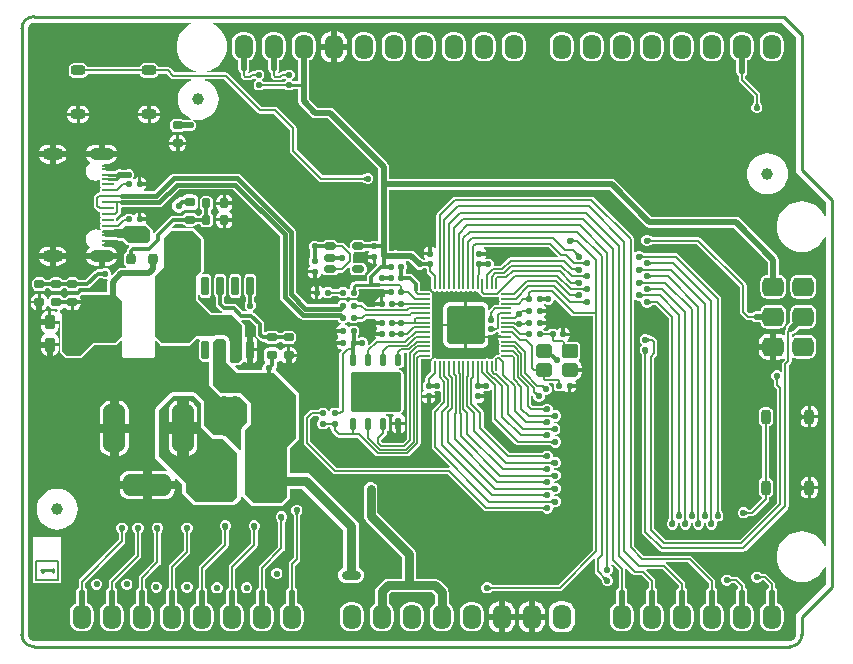
<source format=gtl>
G04*
G04 #@! TF.GenerationSoftware,Altium Limited,Altium Designer,21.1.1 (26)*
G04*
G04 Layer_Physical_Order=1*
G04 Layer_Color=255*
%FSAX44Y44*%
%MOMM*%
G71*
G04*
G04 #@! TF.SameCoordinates,378EE943-C238-4E8C-B66D-7123103E1C21*
G04*
G04*
G04 #@! TF.FilePolarity,Positive*
G04*
G01*
G75*
%ADD11C,0.2500*%
%ADD12C,0.2000*%
%ADD13C,0.1500*%
%ADD17C,0.2540*%
G04:AMPARAMS|DCode=18|XSize=2mm|YSize=2.6mm|CornerRadius=0.2mm|HoleSize=0mm|Usage=FLASHONLY|Rotation=0.000|XOffset=0mm|YOffset=0mm|HoleType=Round|Shape=RoundedRectangle|*
%AMROUNDEDRECTD18*
21,1,2.0000,2.2000,0,0,0.0*
21,1,1.6000,2.6000,0,0,0.0*
1,1,0.4000,0.8000,-1.1000*
1,1,0.4000,-0.8000,-1.1000*
1,1,0.4000,-0.8000,1.1000*
1,1,0.4000,0.8000,1.1000*
%
%ADD18ROUNDEDRECTD18*%
G04:AMPARAMS|DCode=19|XSize=0.25mm|YSize=1mm|CornerRadius=0.0938mm|HoleSize=0mm|Usage=FLASHONLY|Rotation=270.000|XOffset=0mm|YOffset=0mm|HoleType=Round|Shape=RoundedRectangle|*
%AMROUNDEDRECTD19*
21,1,0.2500,0.8125,0,0,270.0*
21,1,0.0625,1.0000,0,0,270.0*
1,1,0.1875,-0.4063,-0.0313*
1,1,0.1875,-0.4063,0.0313*
1,1,0.1875,0.4063,0.0313*
1,1,0.1875,0.4063,-0.0313*
%
%ADD19ROUNDEDRECTD19*%
G04:AMPARAMS|DCode=20|XSize=0.8mm|YSize=0.9mm|CornerRadius=0.2mm|HoleSize=0mm|Usage=FLASHONLY|Rotation=0.000|XOffset=0mm|YOffset=0mm|HoleType=Round|Shape=RoundedRectangle|*
%AMROUNDEDRECTD20*
21,1,0.8000,0.5000,0,0,0.0*
21,1,0.4000,0.9000,0,0,0.0*
1,1,0.4000,0.2000,-0.2500*
1,1,0.4000,-0.2000,-0.2500*
1,1,0.4000,-0.2000,0.2500*
1,1,0.4000,0.2000,0.2500*
%
%ADD20ROUNDEDRECTD20*%
G04:AMPARAMS|DCode=21|XSize=0.75mm|YSize=0.8mm|CornerRadius=0.1875mm|HoleSize=0mm|Usage=FLASHONLY|Rotation=90.000|XOffset=0mm|YOffset=0mm|HoleType=Round|Shape=RoundedRectangle|*
%AMROUNDEDRECTD21*
21,1,0.7500,0.4250,0,0,90.0*
21,1,0.3750,0.8000,0,0,90.0*
1,1,0.3750,0.2125,0.1875*
1,1,0.3750,0.2125,-0.1875*
1,1,0.3750,-0.2125,-0.1875*
1,1,0.3750,-0.2125,0.1875*
%
%ADD21ROUNDEDRECTD21*%
G04:AMPARAMS|DCode=22|XSize=0.75mm|YSize=0.8mm|CornerRadius=0.1875mm|HoleSize=0mm|Usage=FLASHONLY|Rotation=180.000|XOffset=0mm|YOffset=0mm|HoleType=Round|Shape=RoundedRectangle|*
%AMROUNDEDRECTD22*
21,1,0.7500,0.4250,0,0,180.0*
21,1,0.3750,0.8000,0,0,180.0*
1,1,0.3750,-0.1875,0.2125*
1,1,0.3750,0.1875,0.2125*
1,1,0.3750,0.1875,-0.2125*
1,1,0.3750,-0.1875,-0.2125*
%
%ADD22ROUNDEDRECTD22*%
G04:AMPARAMS|DCode=23|XSize=3.05mm|YSize=2.4mm|CornerRadius=0.3mm|HoleSize=0mm|Usage=FLASHONLY|Rotation=270.000|XOffset=0mm|YOffset=0mm|HoleType=Round|Shape=RoundedRectangle|*
%AMROUNDEDRECTD23*
21,1,3.0500,1.8000,0,0,270.0*
21,1,2.4500,2.4000,0,0,270.0*
1,1,0.6000,-0.9000,-1.2250*
1,1,0.6000,-0.9000,1.2250*
1,1,0.6000,0.9000,1.2250*
1,1,0.6000,0.9000,-1.2250*
%
%ADD23ROUNDEDRECTD23*%
G04:AMPARAMS|DCode=24|XSize=1.6mm|YSize=0.6mm|CornerRadius=0.15mm|HoleSize=0mm|Usage=FLASHONLY|Rotation=90.000|XOffset=0mm|YOffset=0mm|HoleType=Round|Shape=RoundedRectangle|*
%AMROUNDEDRECTD24*
21,1,1.6000,0.3000,0,0,90.0*
21,1,1.3000,0.6000,0,0,90.0*
1,1,0.3000,0.1500,0.6500*
1,1,0.3000,0.1500,-0.6500*
1,1,0.3000,-0.1500,-0.6500*
1,1,0.3000,-0.1500,0.6500*
%
%ADD24ROUNDEDRECTD24*%
G04:AMPARAMS|DCode=25|XSize=0.85mm|YSize=1.25mm|CornerRadius=0.17mm|HoleSize=0mm|Usage=FLASHONLY|Rotation=0.000|XOffset=0mm|YOffset=0mm|HoleType=Round|Shape=RoundedRectangle|*
%AMROUNDEDRECTD25*
21,1,0.8500,0.9100,0,0,0.0*
21,1,0.5100,1.2500,0,0,0.0*
1,1,0.3400,0.2550,-0.4550*
1,1,0.3400,-0.2550,-0.4550*
1,1,0.3400,-0.2550,0.4550*
1,1,0.3400,0.2550,0.4550*
%
%ADD25ROUNDEDRECTD25*%
G04:AMPARAMS|DCode=26|XSize=3.2mm|YSize=1mm|CornerRadius=0.25mm|HoleSize=0mm|Usage=FLASHONLY|Rotation=0.000|XOffset=0mm|YOffset=0mm|HoleType=Round|Shape=RoundedRectangle|*
%AMROUNDEDRECTD26*
21,1,3.2000,0.5000,0,0,0.0*
21,1,2.7000,1.0000,0,0,0.0*
1,1,0.5000,1.3500,-0.2500*
1,1,0.5000,-1.3500,-0.2500*
1,1,0.5000,-1.3500,0.2500*
1,1,0.5000,1.3500,0.2500*
%
%ADD26ROUNDEDRECTD26*%
G04:AMPARAMS|DCode=27|XSize=0.5mm|YSize=0.5mm|CornerRadius=0.125mm|HoleSize=0mm|Usage=FLASHONLY|Rotation=90.000|XOffset=0mm|YOffset=0mm|HoleType=Round|Shape=RoundedRectangle|*
%AMROUNDEDRECTD27*
21,1,0.5000,0.2500,0,0,90.0*
21,1,0.2500,0.5000,0,0,90.0*
1,1,0.2500,0.1250,0.1250*
1,1,0.2500,0.1250,-0.1250*
1,1,0.2500,-0.1250,-0.1250*
1,1,0.2500,-0.1250,0.1250*
%
%ADD27ROUNDEDRECTD27*%
G04:AMPARAMS|DCode=28|XSize=0.6mm|YSize=1mm|CornerRadius=0.15mm|HoleSize=0mm|Usage=FLASHONLY|Rotation=90.000|XOffset=0mm|YOffset=0mm|HoleType=Round|Shape=RoundedRectangle|*
%AMROUNDEDRECTD28*
21,1,0.6000,0.7000,0,0,90.0*
21,1,0.3000,1.0000,0,0,90.0*
1,1,0.3000,0.3500,0.1500*
1,1,0.3000,0.3500,-0.1500*
1,1,0.3000,-0.3500,-0.1500*
1,1,0.3000,-0.3500,0.1500*
%
%ADD28ROUNDEDRECTD28*%
G04:AMPARAMS|DCode=29|XSize=0.5mm|YSize=0.5mm|CornerRadius=0.125mm|HoleSize=0mm|Usage=FLASHONLY|Rotation=180.000|XOffset=0mm|YOffset=0mm|HoleType=Round|Shape=RoundedRectangle|*
%AMROUNDEDRECTD29*
21,1,0.5000,0.2500,0,0,180.0*
21,1,0.2500,0.5000,0,0,180.0*
1,1,0.2500,-0.1250,0.1250*
1,1,0.2500,0.1250,0.1250*
1,1,0.2500,0.1250,-0.1250*
1,1,0.2500,-0.1250,-0.1250*
%
%ADD29ROUNDEDRECTD29*%
G04:AMPARAMS|DCode=30|XSize=0.45mm|YSize=0.5mm|CornerRadius=0.1125mm|HoleSize=0mm|Usage=FLASHONLY|Rotation=270.000|XOffset=0mm|YOffset=0mm|HoleType=Round|Shape=RoundedRectangle|*
%AMROUNDEDRECTD30*
21,1,0.4500,0.2750,0,0,270.0*
21,1,0.2250,0.5000,0,0,270.0*
1,1,0.2250,-0.1375,-0.1125*
1,1,0.2250,-0.1375,0.1125*
1,1,0.2250,0.1375,0.1125*
1,1,0.2250,0.1375,-0.1125*
%
%ADD30ROUNDEDRECTD30*%
G04:AMPARAMS|DCode=31|XSize=0.45mm|YSize=0.5mm|CornerRadius=0.1125mm|HoleSize=0mm|Usage=FLASHONLY|Rotation=0.000|XOffset=0mm|YOffset=0mm|HoleType=Round|Shape=RoundedRectangle|*
%AMROUNDEDRECTD31*
21,1,0.4500,0.2750,0,0,0.0*
21,1,0.2250,0.5000,0,0,0.0*
1,1,0.2250,0.1125,-0.1375*
1,1,0.2250,-0.1125,-0.1375*
1,1,0.2250,-0.1125,0.1375*
1,1,0.2250,0.1125,0.1375*
%
%ADD31ROUNDEDRECTD31*%
G04:AMPARAMS|DCode=32|XSize=0.2mm|YSize=0.8mm|CornerRadius=0.075mm|HoleSize=0mm|Usage=FLASHONLY|Rotation=90.000|XOffset=0mm|YOffset=0mm|HoleType=Round|Shape=RoundedRectangle|*
%AMROUNDEDRECTD32*
21,1,0.2000,0.6500,0,0,90.0*
21,1,0.0500,0.8000,0,0,90.0*
1,1,0.1500,0.3250,0.0250*
1,1,0.1500,0.3250,-0.0250*
1,1,0.1500,-0.3250,-0.0250*
1,1,0.1500,-0.3250,0.0250*
%
%ADD32ROUNDEDRECTD32*%
G04:AMPARAMS|DCode=33|XSize=0.8mm|YSize=0.2mm|CornerRadius=0.075mm|HoleSize=0mm|Usage=FLASHONLY|Rotation=90.000|XOffset=0mm|YOffset=0mm|HoleType=Round|Shape=RoundedRectangle|*
%AMROUNDEDRECTD33*
21,1,0.8000,0.0500,0,0,90.0*
21,1,0.6500,0.2000,0,0,90.0*
1,1,0.1500,0.0250,0.3250*
1,1,0.1500,0.0250,-0.3250*
1,1,0.1500,-0.0250,-0.3250*
1,1,0.1500,-0.0250,0.3250*
%
%ADD33ROUNDEDRECTD33*%
G04:AMPARAMS|DCode=34|XSize=1.4mm|YSize=1.15mm|CornerRadius=0.2875mm|HoleSize=0mm|Usage=FLASHONLY|Rotation=180.000|XOffset=0mm|YOffset=0mm|HoleType=Round|Shape=RoundedRectangle|*
%AMROUNDEDRECTD34*
21,1,1.4000,0.5750,0,0,180.0*
21,1,0.8250,1.1500,0,0,180.0*
1,1,0.5750,-0.4125,0.2875*
1,1,0.5750,0.4125,0.2875*
1,1,0.5750,0.4125,-0.2875*
1,1,0.5750,-0.4125,-0.2875*
%
%ADD34ROUNDEDRECTD34*%
G04:AMPARAMS|DCode=35|XSize=1.4mm|YSize=1.15mm|CornerRadius=0.115mm|HoleSize=0mm|Usage=FLASHONLY|Rotation=180.000|XOffset=0mm|YOffset=0mm|HoleType=Round|Shape=RoundedRectangle|*
%AMROUNDEDRECTD35*
21,1,1.4000,0.9200,0,0,180.0*
21,1,1.1700,1.1500,0,0,180.0*
1,1,0.2300,-0.5850,0.4600*
1,1,0.2300,0.5850,0.4600*
1,1,0.2300,0.5850,-0.4600*
1,1,0.2300,-0.5850,-0.4600*
%
%ADD35ROUNDEDRECTD35*%
G04:AMPARAMS|DCode=36|XSize=1mm|YSize=0.5mm|CornerRadius=0.125mm|HoleSize=0mm|Usage=FLASHONLY|Rotation=90.000|XOffset=0mm|YOffset=0mm|HoleType=Round|Shape=RoundedRectangle|*
%AMROUNDEDRECTD36*
21,1,1.0000,0.2500,0,0,90.0*
21,1,0.7500,0.5000,0,0,90.0*
1,1,0.2500,0.1250,0.3750*
1,1,0.2500,0.1250,-0.3750*
1,1,0.2500,-0.1250,-0.3750*
1,1,0.2500,-0.1250,0.3750*
%
%ADD36ROUNDEDRECTD36*%
G04:AMPARAMS|DCode=37|XSize=0.8mm|YSize=1.2mm|CornerRadius=0.2mm|HoleSize=0mm|Usage=FLASHONLY|Rotation=0.000|XOffset=0mm|YOffset=0mm|HoleType=Round|Shape=RoundedRectangle|*
%AMROUNDEDRECTD37*
21,1,0.8000,0.8000,0,0,0.0*
21,1,0.4000,1.2000,0,0,0.0*
1,1,0.4000,0.2000,-0.4000*
1,1,0.4000,-0.2000,-0.4000*
1,1,0.4000,-0.2000,0.4000*
1,1,0.4000,0.2000,0.4000*
%
%ADD37ROUNDEDRECTD37*%
G04:AMPARAMS|DCode=38|XSize=0.8mm|YSize=1.2mm|CornerRadius=0.2mm|HoleSize=0mm|Usage=FLASHONLY|Rotation=270.000|XOffset=0mm|YOffset=0mm|HoleType=Round|Shape=RoundedRectangle|*
%AMROUNDEDRECTD38*
21,1,0.8000,0.8000,0,0,270.0*
21,1,0.4000,1.2000,0,0,270.0*
1,1,0.4000,-0.4000,-0.2000*
1,1,0.4000,-0.4000,0.2000*
1,1,0.4000,0.4000,0.2000*
1,1,0.4000,0.4000,-0.2000*
%
%ADD38ROUNDEDRECTD38*%
%ADD72C,1.0000*%
G04:AMPARAMS|DCode=73|XSize=3.2mm|YSize=3.2mm|CornerRadius=0.16mm|HoleSize=0mm|Usage=FLASHONLY|Rotation=90.000|XOffset=0mm|YOffset=0mm|HoleType=Round|Shape=RoundedRectangle|*
%AMROUNDEDRECTD73*
21,1,3.2000,2.8800,0,0,90.0*
21,1,2.8800,3.2000,0,0,90.0*
1,1,0.3200,1.4400,1.4400*
1,1,0.3200,1.4400,-1.4400*
1,1,0.3200,-1.4400,-1.4400*
1,1,0.3200,-1.4400,1.4400*
%
%ADD73ROUNDEDRECTD73*%
G04:AMPARAMS|DCode=74|XSize=3.4mm|YSize=4.3mm|CornerRadius=0.255mm|HoleSize=0mm|Usage=FLASHONLY|Rotation=270.000|XOffset=0mm|YOffset=0mm|HoleType=Round|Shape=RoundedRectangle|*
%AMROUNDEDRECTD74*
21,1,3.4000,3.7900,0,0,270.0*
21,1,2.8900,4.3000,0,0,270.0*
1,1,0.5100,-1.8950,-1.4450*
1,1,0.5100,-1.8950,1.4450*
1,1,0.5100,1.8950,1.4450*
1,1,0.5100,1.8950,-1.4450*
%
%ADD74ROUNDEDRECTD74*%
%ADD75C,0.3810*%
%ADD76C,0.5000*%
%ADD77C,0.7500*%
%ADD78C,0.3000*%
%ADD79C,0.4000*%
G04:AMPARAMS|DCode=80|XSize=2mm|YSize=1.6mm|CornerRadius=0.6mm|HoleSize=0mm|Usage=FLASHONLY|Rotation=90.000|XOffset=0mm|YOffset=0mm|HoleType=Round|Shape=RoundedRectangle|*
%AMROUNDEDRECTD80*
21,1,2.0000,0.4000,0,0,90.0*
21,1,0.8000,1.6000,0,0,90.0*
1,1,1.2000,0.2000,0.4000*
1,1,1.2000,0.2000,-0.4000*
1,1,1.2000,-0.2000,-0.4000*
1,1,1.2000,-0.2000,0.4000*
%
%ADD80ROUNDEDRECTD80*%
G04:AMPARAMS|DCode=81|XSize=1mm|YSize=2.1mm|CornerRadius=0.5mm|HoleSize=0mm|Usage=FLASHONLY|Rotation=270.000|XOffset=0mm|YOffset=0mm|HoleType=Round|Shape=RoundedRectangle|*
%AMROUNDEDRECTD81*
21,1,1.0000,1.1000,0,0,270.0*
21,1,0.0000,2.1000,0,0,270.0*
1,1,1.0000,-0.5500,0.0000*
1,1,1.0000,-0.5500,0.0000*
1,1,1.0000,0.5500,0.0000*
1,1,1.0000,0.5500,0.0000*
%
%ADD81ROUNDEDRECTD81*%
G04:AMPARAMS|DCode=82|XSize=1mm|YSize=1.8mm|CornerRadius=0.5mm|HoleSize=0mm|Usage=FLASHONLY|Rotation=270.000|XOffset=0mm|YOffset=0mm|HoleType=Round|Shape=RoundedRectangle|*
%AMROUNDEDRECTD82*
21,1,1.0000,0.8000,0,0,270.0*
21,1,0.0000,1.8000,0,0,270.0*
1,1,1.0000,-0.4000,0.0000*
1,1,1.0000,-0.4000,0.0000*
1,1,1.0000,0.4000,0.0000*
1,1,1.0000,0.4000,0.0000*
%
%ADD82ROUNDEDRECTD82*%
G04:AMPARAMS|DCode=83|XSize=4mm|YSize=1.8mm|CornerRadius=0.45mm|HoleSize=0mm|Usage=FLASHONLY|Rotation=90.000|XOffset=0mm|YOffset=0mm|HoleType=Round|Shape=RoundedRectangle|*
%AMROUNDEDRECTD83*
21,1,4.0000,0.9000,0,0,90.0*
21,1,3.1000,1.8000,0,0,90.0*
1,1,0.9000,0.4500,1.5500*
1,1,0.9000,0.4500,-1.5500*
1,1,0.9000,-0.4500,-1.5500*
1,1,0.9000,-0.4500,1.5500*
%
%ADD83ROUNDEDRECTD83*%
G04:AMPARAMS|DCode=84|XSize=4mm|YSize=1.8mm|CornerRadius=0.45mm|HoleSize=0mm|Usage=FLASHONLY|Rotation=180.000|XOffset=0mm|YOffset=0mm|HoleType=Round|Shape=RoundedRectangle|*
%AMROUNDEDRECTD84*
21,1,4.0000,0.9000,0,0,180.0*
21,1,3.1000,1.8000,0,0,180.0*
1,1,0.9000,-1.5500,0.4500*
1,1,0.9000,1.5500,0.4500*
1,1,0.9000,1.5500,-0.4500*
1,1,0.9000,-1.5500,-0.4500*
%
%ADD84ROUNDEDRECTD84*%
G04:AMPARAMS|DCode=85|XSize=1.8mm|YSize=1.6mm|CornerRadius=0.4mm|HoleSize=0mm|Usage=FLASHONLY|Rotation=0.000|XOffset=0mm|YOffset=0mm|HoleType=Round|Shape=RoundedRectangle|*
%AMROUNDEDRECTD85*
21,1,1.8000,0.8000,0,0,0.0*
21,1,1.0000,1.6000,0,0,0.0*
1,1,0.8000,0.5000,-0.4000*
1,1,0.8000,-0.5000,-0.4000*
1,1,0.8000,-0.5000,0.4000*
1,1,0.8000,0.5000,0.4000*
%
%ADD85ROUNDEDRECTD85*%
%ADD86C,0.5500*%
G36*
X00291036Y00394575D02*
X00288704Y00395750D01*
Y00397250D01*
X00291036Y00398425D01*
Y00394575D01*
D02*
G37*
G36*
X00010269Y00528476D02*
X00010301Y00528482D01*
X00010333Y00528475D01*
X00143445D01*
X00143644Y00527475D01*
X00142896Y00527165D01*
X00140044Y00525418D01*
X00137501Y00523246D01*
X00135328Y00520702D01*
X00133581Y00517850D01*
X00132301Y00514760D01*
X00131520Y00511507D01*
X00131257Y00508173D01*
X00131520Y00504838D01*
X00132301Y00501586D01*
X00133581Y00498496D01*
X00135328Y00495644D01*
X00137501Y00493101D01*
X00140044Y00490928D01*
X00142896Y00489181D01*
X00145986Y00487901D01*
X00148035Y00487409D01*
X00147916Y00486409D01*
X00129557D01*
X00125983Y00489983D01*
X00125073Y00490590D01*
X00124000Y00490804D01*
X00115812D01*
X00115661Y00491561D01*
X00114777Y00492884D01*
X00113454Y00493768D01*
X00111893Y00494078D01*
X00103893D01*
X00102333Y00493768D01*
X00101010Y00492884D01*
X00100126Y00491561D01*
X00099975Y00490804D01*
X00055812D01*
X00055661Y00491561D01*
X00054777Y00492884D01*
X00053454Y00493768D01*
X00051893Y00494078D01*
X00043893D01*
X00042333Y00493768D01*
X00041010Y00492884D01*
X00040125Y00491561D01*
X00039815Y00490000D01*
Y00486000D01*
X00040125Y00484439D01*
X00041010Y00483116D01*
X00042333Y00482232D01*
X00043893Y00481922D01*
X00051893D01*
X00053454Y00482232D01*
X00054777Y00483116D01*
X00055661Y00484439D01*
X00055812Y00485196D01*
X00099975D01*
X00100126Y00484439D01*
X00101010Y00483116D01*
X00102333Y00482232D01*
X00103893Y00481922D01*
X00111893D01*
X00113454Y00482232D01*
X00114777Y00483116D01*
X00115661Y00484439D01*
X00115812Y00485196D01*
X00122839D01*
X00126412Y00481622D01*
X00127322Y00481015D01*
X00128395Y00480801D01*
X00143665D01*
X00143813Y00479801D01*
X00142867Y00479514D01*
X00139870Y00477912D01*
X00137243Y00475757D01*
X00135088Y00473130D01*
X00133486Y00470133D01*
X00132500Y00466882D01*
X00132167Y00463500D01*
X00132500Y00460118D01*
X00133486Y00456867D01*
X00135088Y00453870D01*
X00137243Y00451243D01*
X00139870Y00449088D01*
X00142867Y00447486D01*
X00143645Y00447250D01*
X00143496Y00446250D01*
X00142055D01*
X00141664Y00446088D01*
X00136973D01*
X00136919Y00446169D01*
X00135637Y00447025D01*
X00134125Y00447326D01*
X00129875D01*
X00128363Y00447025D01*
X00127081Y00446169D01*
X00126225Y00444887D01*
X00125924Y00443375D01*
Y00439625D01*
X00126225Y00438113D01*
X00127081Y00436831D01*
X00128363Y00435975D01*
X00129875Y00435674D01*
X00134125D01*
X00135637Y00435975D01*
X00136919Y00436831D01*
X00136973Y00436912D01*
X00141664D01*
X00142055Y00436750D01*
X00143945D01*
X00145691Y00437473D01*
X00147027Y00438809D01*
X00147750Y00440555D01*
Y00442445D01*
X00147027Y00444191D01*
X00145691Y00445527D01*
X00145172Y00445742D01*
X00145509Y00446684D01*
X00146118Y00446500D01*
X00149500Y00446166D01*
X00152882Y00446500D01*
X00156133Y00447486D01*
X00159130Y00449088D01*
X00161757Y00451243D01*
X00163912Y00453870D01*
X00165514Y00456867D01*
X00166500Y00460118D01*
X00166833Y00463500D01*
X00166500Y00466882D01*
X00165514Y00470133D01*
X00163912Y00473130D01*
X00161757Y00475757D01*
X00159130Y00477912D01*
X00156133Y00479514D01*
X00155187Y00479801D01*
X00155335Y00480801D01*
X00171734D01*
X00200182Y00452353D01*
X00201091Y00451745D01*
X00202164Y00451532D01*
X00213503D01*
X00227196Y00437839D01*
Y00420000D01*
X00227410Y00418927D01*
X00228017Y00418017D01*
X00251517Y00394517D01*
X00252427Y00393910D01*
X00253500Y00393696D01*
X00288249D01*
X00289937Y00392845D01*
X00290309Y00392473D01*
X00292055Y00391750D01*
X00293945D01*
X00295691Y00392473D01*
X00297027Y00393809D01*
X00297750Y00395555D01*
Y00397445D01*
X00297027Y00399191D01*
X00295691Y00400527D01*
X00293945Y00401250D01*
X00292055D01*
X00290309Y00400527D01*
X00289937Y00400155D01*
X00288249Y00399304D01*
X00254661D01*
X00232804Y00421161D01*
Y00439000D01*
X00232590Y00440073D01*
X00231983Y00440983D01*
X00216647Y00456318D01*
X00215737Y00456926D01*
X00214664Y00457140D01*
X00203326D01*
X00174878Y00485588D01*
X00173968Y00486195D01*
X00172895Y00486409D01*
X00157230D01*
X00157111Y00487409D01*
X00159160Y00487901D01*
X00162250Y00489181D01*
X00165102Y00490928D01*
X00167645Y00493101D01*
X00169818Y00495644D01*
X00171565Y00498496D01*
X00172845Y00501586D01*
X00173626Y00504838D01*
X00173889Y00508173D01*
X00173626Y00511507D01*
X00172845Y00514760D01*
X00171565Y00517850D01*
X00169818Y00520702D01*
X00167645Y00523246D01*
X00165102Y00525418D01*
X00162250Y00527165D01*
X00161502Y00527475D01*
X00161701Y00528475D01*
X00643221D01*
X00655475Y00516221D01*
Y00404033D01*
X00655863Y00402082D01*
X00656968Y00400428D01*
X00680875Y00376521D01*
Y00364901D01*
X00679875Y00364702D01*
X00679565Y00365450D01*
X00677818Y00368302D01*
X00675646Y00370845D01*
X00673102Y00373018D01*
X00670250Y00374765D01*
X00667160Y00376045D01*
X00663907Y00376826D01*
X00660573Y00377089D01*
X00657238Y00376826D01*
X00653986Y00376045D01*
X00650896Y00374765D01*
X00648044Y00373018D01*
X00645501Y00370845D01*
X00643328Y00368302D01*
X00641581Y00365450D01*
X00640301Y00362360D01*
X00639520Y00359108D01*
X00639257Y00355773D01*
X00639520Y00352439D01*
X00640301Y00349186D01*
X00641581Y00346096D01*
X00643328Y00343244D01*
X00645501Y00340700D01*
X00648044Y00338528D01*
X00650896Y00336781D01*
X00653986Y00335501D01*
X00657238Y00334720D01*
X00660573Y00334457D01*
X00663907Y00334720D01*
X00667160Y00335501D01*
X00670250Y00336781D01*
X00673102Y00338528D01*
X00675646Y00340700D01*
X00677818Y00343244D01*
X00679565Y00346096D01*
X00679875Y00346844D01*
X00680875Y00346645D01*
Y00085501D01*
X00679875Y00085302D01*
X00679565Y00086050D01*
X00677818Y00088902D01*
X00675646Y00091446D01*
X00673102Y00093618D01*
X00670250Y00095365D01*
X00667160Y00096645D01*
X00663907Y00097426D01*
X00660573Y00097689D01*
X00657238Y00097426D01*
X00653986Y00096645D01*
X00650896Y00095365D01*
X00648044Y00093618D01*
X00645501Y00091446D01*
X00643328Y00088902D01*
X00641581Y00086050D01*
X00640301Y00082960D01*
X00639520Y00079707D01*
X00639257Y00076373D01*
X00639520Y00073039D01*
X00640301Y00069786D01*
X00641581Y00066696D01*
X00643328Y00063844D01*
X00645501Y00061301D01*
X00648044Y00059128D01*
X00650896Y00057381D01*
X00653986Y00056101D01*
X00657238Y00055320D01*
X00660573Y00055057D01*
X00663907Y00055320D01*
X00667160Y00056101D01*
X00670250Y00057381D01*
X00673102Y00059128D01*
X00675646Y00061301D01*
X00677818Y00063844D01*
X00679565Y00066696D01*
X00679875Y00067444D01*
X00680875Y00067245D01*
Y00053085D01*
X00656968Y00029178D01*
X00655863Y00027524D01*
X00655475Y00025573D01*
Y00010333D01*
X00655482Y00010301D01*
X00655476Y00010268D01*
X00655482Y00009782D01*
X00655304Y00008826D01*
X00654943Y00007923D01*
X00654414Y00007108D01*
X00653735Y00006412D01*
X00652933Y00005862D01*
X00652040Y00005478D01*
X00651089Y00005277D01*
X00650635Y00005271D01*
X00009834D01*
X00008856Y00005465D01*
X00007935Y00005847D01*
X00007106Y00006401D01*
X00006401Y00007106D01*
X00005847Y00007935D01*
X00005465Y00008856D01*
X00005271Y00009834D01*
Y00010333D01*
X00005271Y00523634D01*
X00005277Y00524089D01*
X00005478Y00525040D01*
X00005862Y00525933D01*
X00006412Y00526735D01*
X00007108Y00527413D01*
X00007923Y00527943D01*
X00008826Y00528304D01*
X00009782Y00528482D01*
X00010269Y00528476D01*
D02*
G37*
%LPC*%
G36*
X00266833Y00521185D02*
Y00510673D01*
X00275411D01*
Y00512173D01*
X00275101Y00514523D01*
X00274195Y00516712D01*
X00272752Y00518592D01*
X00270872Y00520034D01*
X00268682Y00520941D01*
X00266833Y00521185D01*
D02*
G37*
G36*
X00261833D02*
X00259984Y00520941D01*
X00257794Y00520034D01*
X00255914Y00518592D01*
X00254472Y00516712D01*
X00253565Y00514523D01*
X00253255Y00512173D01*
Y00510673D01*
X00261833D01*
Y00521185D01*
D02*
G37*
G36*
X00637173Y00520242D02*
X00633173D01*
X00631085Y00519967D01*
X00629138Y00519161D01*
X00627467Y00517879D01*
X00626185Y00516208D01*
X00625379Y00514261D01*
X00625104Y00512173D01*
Y00504173D01*
X00625379Y00502085D01*
X00626185Y00500139D01*
X00627467Y00498467D01*
X00629138Y00497185D01*
X00631085Y00496379D01*
X00633173Y00496104D01*
X00637173D01*
X00639261Y00496379D01*
X00641208Y00497185D01*
X00642879Y00498467D01*
X00644161Y00500139D01*
X00644967Y00502085D01*
X00645242Y00504173D01*
Y00512173D01*
X00644967Y00514261D01*
X00644161Y00516208D01*
X00642879Y00517879D01*
X00641208Y00519161D01*
X00639261Y00519967D01*
X00637173Y00520242D01*
D02*
G37*
G36*
X00586373D02*
X00582373D01*
X00580285Y00519967D01*
X00578339Y00519161D01*
X00576667Y00517879D01*
X00575385Y00516208D01*
X00574579Y00514261D01*
X00574304Y00512173D01*
Y00504173D01*
X00574579Y00502085D01*
X00575385Y00500139D01*
X00576667Y00498467D01*
X00578339Y00497185D01*
X00580285Y00496379D01*
X00582373Y00496104D01*
X00586373D01*
X00588461Y00496379D01*
X00590407Y00497185D01*
X00592079Y00498467D01*
X00593361Y00500139D01*
X00594167Y00502085D01*
X00594442Y00504173D01*
Y00512173D01*
X00594167Y00514261D01*
X00593361Y00516208D01*
X00592079Y00517879D01*
X00590407Y00519161D01*
X00588461Y00519967D01*
X00586373Y00520242D01*
D02*
G37*
G36*
X00560973D02*
X00556973D01*
X00554885Y00519967D01*
X00552938Y00519161D01*
X00551267Y00517879D01*
X00549985Y00516208D01*
X00549179Y00514261D01*
X00548904Y00512173D01*
Y00504173D01*
X00549179Y00502085D01*
X00549985Y00500139D01*
X00551267Y00498467D01*
X00552938Y00497185D01*
X00554885Y00496379D01*
X00556973Y00496104D01*
X00560973D01*
X00563061Y00496379D01*
X00565008Y00497185D01*
X00566679Y00498467D01*
X00567961Y00500139D01*
X00568767Y00502085D01*
X00569042Y00504173D01*
Y00512173D01*
X00568767Y00514261D01*
X00567961Y00516208D01*
X00566679Y00517879D01*
X00565008Y00519161D01*
X00563061Y00519967D01*
X00560973Y00520242D01*
D02*
G37*
G36*
X00535573D02*
X00531573D01*
X00529485Y00519967D01*
X00527538Y00519161D01*
X00525867Y00517879D01*
X00524585Y00516208D01*
X00523779Y00514261D01*
X00523504Y00512173D01*
Y00504173D01*
X00523779Y00502085D01*
X00524585Y00500139D01*
X00525867Y00498467D01*
X00527538Y00497185D01*
X00529485Y00496379D01*
X00531573Y00496104D01*
X00535573D01*
X00537661Y00496379D01*
X00539608Y00497185D01*
X00541279Y00498467D01*
X00542561Y00500139D01*
X00543367Y00502085D01*
X00543642Y00504173D01*
Y00512173D01*
X00543367Y00514261D01*
X00542561Y00516208D01*
X00541279Y00517879D01*
X00539608Y00519161D01*
X00537661Y00519967D01*
X00535573Y00520242D01*
D02*
G37*
G36*
X00510173D02*
X00506173D01*
X00504085Y00519967D01*
X00502138Y00519161D01*
X00500467Y00517879D01*
X00499185Y00516208D01*
X00498379Y00514261D01*
X00498104Y00512173D01*
Y00504173D01*
X00498379Y00502085D01*
X00499185Y00500139D01*
X00500467Y00498467D01*
X00502138Y00497185D01*
X00504085Y00496379D01*
X00506173Y00496104D01*
X00510173D01*
X00512261Y00496379D01*
X00514207Y00497185D01*
X00515879Y00498467D01*
X00517161Y00500139D01*
X00517967Y00502085D01*
X00518242Y00504173D01*
Y00512173D01*
X00517967Y00514261D01*
X00517161Y00516208D01*
X00515879Y00517879D01*
X00514207Y00519161D01*
X00512261Y00519967D01*
X00510173Y00520242D01*
D02*
G37*
G36*
X00484773D02*
X00480773D01*
X00478685Y00519967D01*
X00476739Y00519161D01*
X00475067Y00517879D01*
X00473785Y00516208D01*
X00472979Y00514261D01*
X00472704Y00512173D01*
Y00504173D01*
X00472979Y00502085D01*
X00473785Y00500139D01*
X00475067Y00498467D01*
X00476739Y00497185D01*
X00478685Y00496379D01*
X00480773Y00496104D01*
X00484773D01*
X00486861Y00496379D01*
X00488807Y00497185D01*
X00490479Y00498467D01*
X00491761Y00500139D01*
X00492567Y00502085D01*
X00492842Y00504173D01*
Y00512173D01*
X00492567Y00514261D01*
X00491761Y00516208D01*
X00490479Y00517879D01*
X00488807Y00519161D01*
X00486861Y00519967D01*
X00484773Y00520242D01*
D02*
G37*
G36*
X00459373D02*
X00455373D01*
X00453285Y00519967D01*
X00451339Y00519161D01*
X00449667Y00517879D01*
X00448385Y00516208D01*
X00447579Y00514261D01*
X00447304Y00512173D01*
Y00504173D01*
X00447579Y00502085D01*
X00448385Y00500139D01*
X00449667Y00498467D01*
X00451339Y00497185D01*
X00453285Y00496379D01*
X00455373Y00496104D01*
X00459373D01*
X00461461Y00496379D01*
X00463408Y00497185D01*
X00465079Y00498467D01*
X00466361Y00500139D01*
X00467167Y00502085D01*
X00467442Y00504173D01*
Y00512173D01*
X00467167Y00514261D01*
X00466361Y00516208D01*
X00465079Y00517879D01*
X00463408Y00519161D01*
X00461461Y00519967D01*
X00459373Y00520242D01*
D02*
G37*
G36*
X00418733D02*
X00414733D01*
X00412645Y00519967D01*
X00410699Y00519161D01*
X00409027Y00517879D01*
X00407745Y00516208D01*
X00406939Y00514261D01*
X00406664Y00512173D01*
Y00504173D01*
X00406939Y00502085D01*
X00407745Y00500139D01*
X00409027Y00498467D01*
X00410699Y00497185D01*
X00412645Y00496379D01*
X00414733Y00496104D01*
X00418733D01*
X00420821Y00496379D01*
X00422767Y00497185D01*
X00424439Y00498467D01*
X00425721Y00500139D01*
X00426527Y00502085D01*
X00426802Y00504173D01*
Y00512173D01*
X00426527Y00514261D01*
X00425721Y00516208D01*
X00424439Y00517879D01*
X00422767Y00519161D01*
X00420821Y00519967D01*
X00418733Y00520242D01*
D02*
G37*
G36*
X00393333D02*
X00389333D01*
X00387245Y00519967D01*
X00385299Y00519161D01*
X00383627Y00517879D01*
X00382345Y00516208D01*
X00381539Y00514261D01*
X00381264Y00512173D01*
Y00504173D01*
X00381539Y00502085D01*
X00382345Y00500139D01*
X00383627Y00498467D01*
X00385299Y00497185D01*
X00387245Y00496379D01*
X00389333Y00496104D01*
X00393333D01*
X00395421Y00496379D01*
X00397368Y00497185D01*
X00399039Y00498467D01*
X00400321Y00500139D01*
X00401127Y00502085D01*
X00401402Y00504173D01*
Y00512173D01*
X00401127Y00514261D01*
X00400321Y00516208D01*
X00399039Y00517879D01*
X00397368Y00519161D01*
X00395421Y00519967D01*
X00393333Y00520242D01*
D02*
G37*
G36*
X00367933D02*
X00363933D01*
X00361845Y00519967D01*
X00359898Y00519161D01*
X00358227Y00517879D01*
X00356945Y00516208D01*
X00356139Y00514261D01*
X00355864Y00512173D01*
Y00504173D01*
X00356139Y00502085D01*
X00356945Y00500139D01*
X00358227Y00498467D01*
X00359898Y00497185D01*
X00361845Y00496379D01*
X00363933Y00496104D01*
X00367933D01*
X00370021Y00496379D01*
X00371968Y00497185D01*
X00373639Y00498467D01*
X00374921Y00500139D01*
X00375727Y00502085D01*
X00376002Y00504173D01*
Y00512173D01*
X00375727Y00514261D01*
X00374921Y00516208D01*
X00373639Y00517879D01*
X00371968Y00519161D01*
X00370021Y00519967D01*
X00367933Y00520242D01*
D02*
G37*
G36*
X00342533D02*
X00338533D01*
X00336445Y00519967D01*
X00334498Y00519161D01*
X00332827Y00517879D01*
X00331545Y00516208D01*
X00330739Y00514261D01*
X00330464Y00512173D01*
Y00504173D01*
X00330739Y00502085D01*
X00331545Y00500139D01*
X00332827Y00498467D01*
X00334498Y00497185D01*
X00336445Y00496379D01*
X00338533Y00496104D01*
X00342533D01*
X00344621Y00496379D01*
X00346567Y00497185D01*
X00348239Y00498467D01*
X00349521Y00500139D01*
X00350327Y00502085D01*
X00350602Y00504173D01*
Y00512173D01*
X00350327Y00514261D01*
X00349521Y00516208D01*
X00348239Y00517879D01*
X00346567Y00519161D01*
X00344621Y00519967D01*
X00342533Y00520242D01*
D02*
G37*
G36*
X00317133D02*
X00313133D01*
X00311045Y00519967D01*
X00309098Y00519161D01*
X00307427Y00517879D01*
X00306145Y00516208D01*
X00305339Y00514261D01*
X00305064Y00512173D01*
Y00504173D01*
X00305339Y00502085D01*
X00306145Y00500139D01*
X00307427Y00498467D01*
X00309098Y00497185D01*
X00311045Y00496379D01*
X00313133Y00496104D01*
X00317133D01*
X00319221Y00496379D01*
X00321167Y00497185D01*
X00322839Y00498467D01*
X00324121Y00500139D01*
X00324927Y00502085D01*
X00325202Y00504173D01*
Y00512173D01*
X00324927Y00514261D01*
X00324121Y00516208D01*
X00322839Y00517879D01*
X00321167Y00519161D01*
X00319221Y00519967D01*
X00317133Y00520242D01*
D02*
G37*
G36*
X00291733D02*
X00287733D01*
X00285645Y00519967D01*
X00283699Y00519161D01*
X00282027Y00517879D01*
X00280745Y00516208D01*
X00279939Y00514261D01*
X00279664Y00512173D01*
Y00504173D01*
X00279939Y00502085D01*
X00280745Y00500139D01*
X00282027Y00498467D01*
X00283699Y00497185D01*
X00285645Y00496379D01*
X00287733Y00496104D01*
X00291733D01*
X00293821Y00496379D01*
X00295767Y00497185D01*
X00297439Y00498467D01*
X00298721Y00500139D01*
X00299527Y00502085D01*
X00299802Y00504173D01*
Y00512173D01*
X00299527Y00514261D01*
X00298721Y00516208D01*
X00297439Y00517879D01*
X00295767Y00519161D01*
X00293821Y00519967D01*
X00291733Y00520242D01*
D02*
G37*
G36*
X00275411Y00505673D02*
X00266833D01*
Y00495161D01*
X00268682Y00495405D01*
X00270872Y00496311D01*
X00272752Y00497754D01*
X00274195Y00499634D01*
X00275101Y00501824D01*
X00275411Y00504173D01*
Y00505673D01*
D02*
G37*
G36*
X00261833D02*
X00253255D01*
Y00504173D01*
X00253565Y00501824D01*
X00254472Y00499634D01*
X00255914Y00497754D01*
X00257794Y00496311D01*
X00259984Y00495405D01*
X00261833Y00495161D01*
Y00505673D01*
D02*
G37*
G36*
X00240933Y00520242D02*
X00236933D01*
X00234845Y00519967D01*
X00232899Y00519161D01*
X00231227Y00517879D01*
X00229945Y00516208D01*
X00229139Y00514261D01*
X00228864Y00512173D01*
Y00504173D01*
X00229139Y00502085D01*
X00229945Y00500139D01*
X00231227Y00498467D01*
X00232899Y00497185D01*
X00234345Y00496586D01*
Y00478814D01*
X00230171D01*
X00230128Y00478878D01*
X00229275Y00479448D01*
X00229186Y00479934D01*
Y00480066D01*
X00229275Y00480552D01*
X00230128Y00481122D01*
X00230819Y00482156D01*
X00231061Y00483375D01*
Y00485625D01*
X00230819Y00486844D01*
X00230128Y00487878D01*
X00229094Y00488569D01*
X00227875Y00488811D01*
X00225125D01*
X00223906Y00488569D01*
X00222872Y00487878D01*
X00222488Y00487304D01*
X00220400D01*
X00219327Y00487090D01*
X00218417Y00486483D01*
X00217948Y00486013D01*
X00217819Y00486015D01*
X00217367Y00486779D01*
X00217365Y00487135D01*
X00217772Y00487744D01*
X00218121Y00489500D01*
Y00496586D01*
X00219568Y00497185D01*
X00221239Y00498467D01*
X00222521Y00500139D01*
X00223327Y00502085D01*
X00223602Y00504173D01*
Y00512173D01*
X00223327Y00514261D01*
X00222521Y00516208D01*
X00221239Y00517879D01*
X00219568Y00519161D01*
X00217621Y00519967D01*
X00215533Y00520242D01*
X00211533D01*
X00209445Y00519967D01*
X00207498Y00519161D01*
X00205827Y00517879D01*
X00204545Y00516208D01*
X00203739Y00514261D01*
X00203464Y00512173D01*
Y00504173D01*
X00203739Y00502085D01*
X00204545Y00500139D01*
X00205827Y00498467D01*
X00207498Y00497185D01*
X00208945Y00496586D01*
Y00489500D01*
X00209294Y00487744D01*
X00210289Y00486256D01*
X00210729Y00485961D01*
Y00483867D01*
X00210943Y00482794D01*
X00211550Y00481884D01*
X00212917Y00480517D01*
X00213827Y00479910D01*
X00214900Y00479696D01*
X00218400D01*
X00219473Y00479910D01*
X00220383Y00480517D01*
X00221549Y00481684D01*
X00222533Y00481629D01*
X00222872Y00481122D01*
X00223725Y00480552D01*
X00223814Y00480066D01*
Y00479934D01*
X00223725Y00479448D01*
X00222872Y00478878D01*
X00222659Y00478559D01*
X00204841D01*
X00204628Y00478878D01*
X00203775Y00479448D01*
X00203686Y00479934D01*
Y00480066D01*
X00203775Y00480552D01*
X00204628Y00481122D01*
X00205319Y00482156D01*
X00205561Y00483375D01*
Y00485625D01*
X00205319Y00486844D01*
X00204628Y00487878D01*
X00203594Y00488569D01*
X00202375Y00488811D01*
X00199625D01*
X00198406Y00488569D01*
X00197372Y00487878D01*
X00196988Y00487304D01*
X00195000D01*
X00193927Y00487090D01*
X00193017Y00486483D01*
X00192548Y00486013D01*
X00192419Y00486015D01*
X00191968Y00486779D01*
X00191965Y00487135D01*
X00192372Y00487744D01*
X00192721Y00489500D01*
Y00496586D01*
X00194167Y00497185D01*
X00195839Y00498467D01*
X00197121Y00500139D01*
X00197927Y00502085D01*
X00198202Y00504173D01*
Y00512173D01*
X00197927Y00514261D01*
X00197121Y00516208D01*
X00195839Y00517879D01*
X00194167Y00519161D01*
X00192221Y00519967D01*
X00190133Y00520242D01*
X00186133D01*
X00184045Y00519967D01*
X00182099Y00519161D01*
X00180427Y00517879D01*
X00179145Y00516208D01*
X00178339Y00514261D01*
X00178064Y00512173D01*
Y00504173D01*
X00178339Y00502085D01*
X00179145Y00500139D01*
X00180427Y00498467D01*
X00182099Y00497185D01*
X00183545Y00496586D01*
Y00489500D01*
X00183894Y00487744D01*
X00184889Y00486256D01*
X00185329Y00485961D01*
Y00483867D01*
X00185543Y00482794D01*
X00186150Y00481884D01*
X00187517Y00480517D01*
X00188427Y00479910D01*
X00189500Y00479696D01*
X00193000D01*
X00194073Y00479910D01*
X00194983Y00480517D01*
X00196066Y00481600D01*
X00197095Y00481536D01*
X00197372Y00481122D01*
X00198225Y00480552D01*
X00198314Y00480066D01*
Y00479934D01*
X00198225Y00479448D01*
X00197372Y00478878D01*
X00196681Y00477844D01*
X00196439Y00476625D01*
Y00474375D01*
X00196681Y00473156D01*
X00197372Y00472122D01*
X00198406Y00471431D01*
X00199625Y00471189D01*
X00202375D01*
X00203594Y00471431D01*
X00204628Y00472122D01*
X00204841Y00472441D01*
X00222659D01*
X00222872Y00472122D01*
X00223906Y00471431D01*
X00225125Y00471189D01*
X00227875D01*
X00229094Y00471431D01*
X00230128Y00472122D01*
X00230171Y00472186D01*
X00234345D01*
Y00461805D01*
X00234694Y00460049D01*
X00235689Y00458561D01*
X00245494Y00448756D01*
X00246982Y00447761D01*
X00248738Y00447412D01*
X00259100D01*
X00301912Y00404599D01*
Y00391500D01*
Y00343775D01*
X00301206Y00343398D01*
X00300912Y00343333D01*
X00299750Y00343564D01*
X00297250D01*
X00295982Y00343312D01*
X00294907Y00342593D01*
X00294890Y00342569D01*
X00291327D01*
X00291023Y00343023D01*
X00289866Y00343797D01*
X00288500Y00344069D01*
X00281500D01*
X00280134Y00343797D01*
X00278977Y00343023D01*
X00278203Y00341866D01*
X00277931Y00340500D01*
Y00338350D01*
X00276931Y00337936D01*
X00273705Y00341163D01*
X00272712Y00341826D01*
X00271542Y00342059D01*
X00271542Y00342059D01*
X00267668D01*
X00267023Y00343023D01*
X00265866Y00343797D01*
X00264500Y00344069D01*
X00257500D01*
X00256134Y00343797D01*
X00254977Y00343023D01*
X00254673Y00342569D01*
X00251149D01*
X00250691Y00343027D01*
X00248945Y00343750D01*
X00247055D01*
X00245309Y00343027D01*
X00243973Y00341691D01*
X00243250Y00339945D01*
Y00338055D01*
X00243973Y00336309D01*
X00244431Y00335851D01*
Y00330110D01*
X00244407Y00330093D01*
X00243689Y00329018D01*
X00243436Y00327750D01*
Y00325250D01*
X00243689Y00323982D01*
X00244407Y00322907D01*
Y00322296D01*
X00243686Y00321814D01*
X00242747Y00320408D01*
X00242417Y00318750D01*
Y00318750D01*
X00248000D01*
Y00317500D01*
X00249250D01*
Y00311917D01*
X00249250D01*
X00250908Y00312247D01*
X00252314Y00313186D01*
X00253253Y00314592D01*
X00253583Y00316250D01*
Y00316262D01*
X00254583Y00316565D01*
X00254977Y00315977D01*
X00256134Y00315203D01*
X00257500Y00314931D01*
X00264500D01*
X00265866Y00315203D01*
X00267023Y00315977D01*
X00267668Y00316941D01*
X00271014D01*
X00271014Y00316941D01*
X00272184Y00317174D01*
X00273176Y00317837D01*
X00276997Y00321657D01*
X00277931Y00321178D01*
Y00318500D01*
X00278203Y00317134D01*
X00278977Y00315977D01*
X00280134Y00315203D01*
X00281500Y00314931D01*
X00288500D01*
X00289866Y00315203D01*
X00291023Y00315977D01*
X00291797Y00317134D01*
X00292069Y00318500D01*
Y00321500D01*
X00291797Y00322866D01*
X00291023Y00324023D01*
X00289866Y00324797D01*
X00288500Y00325069D01*
X00281500D01*
X00281468Y00325062D01*
X00281214Y00325244D01*
X00280712Y00325931D01*
X00280888Y00326815D01*
Y00332713D01*
X00280888Y00332713D01*
X00280821Y00333047D01*
X00281268Y00333630D01*
X00281665Y00333931D01*
X00288500D01*
X00289866Y00334203D01*
X00291023Y00334977D01*
X00291327Y00335431D01*
X00294058D01*
X00294362Y00334431D01*
X00294186Y00334314D01*
X00293247Y00332908D01*
X00292917Y00331250D01*
X00298500D01*
Y00330000D01*
X00299750D01*
Y00324417D01*
X00299750D01*
X00300530Y00324572D01*
X00301023Y00323650D01*
X00293227Y00315854D01*
X00292453Y00314696D01*
X00292181Y00313331D01*
Y00309564D01*
X00282465D01*
X00281196Y00309311D01*
X00280121Y00308593D01*
X00278657Y00307129D01*
X00277939Y00306054D01*
X00277686Y00304785D01*
Y00303671D01*
X00277622Y00303628D01*
X00277052Y00302775D01*
X00276565Y00302686D01*
X00276435D01*
X00275948Y00302775D01*
X00275378Y00303628D01*
X00274344Y00304319D01*
X00273125Y00304561D01*
X00270875D01*
X00269656Y00304319D01*
X00268622Y00303628D01*
X00268242Y00303059D01*
X00262758D01*
X00262378Y00303628D01*
X00261344Y00304319D01*
X00260125Y00304561D01*
X00257875D01*
X00256656Y00304319D01*
X00255622Y00303628D01*
X00254500Y00303749D01*
X00254099Y00304349D01*
X00252735Y00305261D01*
X00251250Y00305556D01*
Y00300000D01*
Y00294444D01*
X00252735Y00294739D01*
X00254099Y00295651D01*
X00254500Y00296251D01*
X00255622Y00296372D01*
X00256656Y00295681D01*
X00257875Y00295439D01*
X00260125D01*
X00261344Y00295681D01*
X00262378Y00296372D01*
X00262758Y00296941D01*
X00268242D01*
X00268622Y00296372D01*
X00269656Y00295681D01*
X00270875Y00295439D01*
X00273125D01*
X00274344Y00295681D01*
X00275378Y00296372D01*
X00275948Y00297225D01*
X00276435Y00297314D01*
X00276565D01*
X00277052Y00297225D01*
X00277622Y00296372D01*
X00278656Y00295681D01*
X00279875Y00295439D01*
X00282125D01*
X00283344Y00295681D01*
X00284378Y00296372D01*
X00285069Y00297406D01*
X00285311Y00298625D01*
Y00301375D01*
X00285200Y00301936D01*
X00285951Y00302936D01*
X00294468D01*
X00295750Y00302681D01*
X00302500D01*
X00303866Y00302953D01*
X00304222Y00303191D01*
X00306415D01*
X00307050Y00302418D01*
X00306917Y00301750D01*
Y00301750D01*
X00312500D01*
Y00299250D01*
X00306917D01*
Y00299250D01*
X00307247Y00297592D01*
X00307776Y00296799D01*
X00307175Y00295899D01*
X00306250Y00296083D01*
X00306250D01*
Y00290500D01*
X00305000D01*
Y00289250D01*
X00299417D01*
Y00289250D01*
X00299500Y00288832D01*
X00298866Y00288059D01*
X00292610D01*
X00289506Y00291163D01*
X00288514Y00291826D01*
X00287343Y00292059D01*
X00287343Y00292059D01*
X00284950D01*
X00284593Y00292593D01*
X00283518Y00293312D01*
X00282250Y00293564D01*
X00279750D01*
X00278482Y00293312D01*
X00277407Y00292593D01*
X00277101Y00292136D01*
X00275899D01*
X00275593Y00292593D01*
X00274518Y00293312D01*
X00273250Y00293564D01*
X00270750D01*
X00269482Y00293312D01*
X00268407Y00292593D01*
X00267689Y00291518D01*
X00267477Y00290453D01*
X00241739D01*
X00231942Y00300250D01*
Y00351561D01*
X00231632Y00353122D01*
X00230748Y00354445D01*
X00185648Y00399544D01*
X00184325Y00400428D01*
X00182764Y00400739D01*
X00182764Y00400739D01*
X00129069D01*
X00129068Y00400739D01*
X00127508Y00400428D01*
X00126185Y00399544D01*
X00112469Y00385828D01*
X00103808D01*
X00103638Y00386031D01*
X00103830Y00387362D01*
X00104314Y00387686D01*
X00105253Y00389092D01*
X00105583Y00390750D01*
Y00390750D01*
X00100000D01*
Y00392000D01*
X00098750D01*
Y00397583D01*
X00097092Y00397253D01*
X00095686Y00396314D01*
X00095455Y00395969D01*
X00095172Y00396040D01*
X00095037Y00396201D01*
X00094686Y00397193D01*
X00095250Y00398554D01*
Y00400444D01*
X00094527Y00402190D01*
X00093191Y00403526D01*
X00091445Y00404249D01*
X00089555D01*
X00089164Y00404087D01*
X00084337D01*
X00083945Y00404250D01*
X00082055D01*
X00080309Y00403527D01*
X00079595Y00402813D01*
X00073000D01*
X00072969Y00402807D01*
X00071152D01*
X00071071Y00402899D01*
X00070787Y00405053D01*
X00069956Y00407060D01*
X00069135Y00408130D01*
X00069628Y00409130D01*
X00073250D01*
X00075338Y00409405D01*
X00077284Y00410211D01*
X00078955Y00411494D01*
X00080238Y00413165D01*
X00080873Y00414699D01*
X00067750D01*
X00054626D01*
X00055262Y00413165D01*
X00056544Y00411494D01*
X00057650Y00410645D01*
X00057670Y00409401D01*
X00056866Y00408783D01*
X00055543Y00407060D01*
X00054712Y00405053D01*
X00054429Y00402899D01*
X00054712Y00400746D01*
X00055543Y00398739D01*
X00056866Y00397015D01*
X00058589Y00395693D01*
X00060596Y00394862D01*
X00062750Y00394578D01*
X00064903Y00394862D01*
X00065806Y00395235D01*
X00066170Y00395041D01*
X00066328Y00394804D01*
X00066780Y00393999D01*
X00066328Y00393195D01*
X00066170Y00392958D01*
X00065942Y00391812D01*
Y00391187D01*
X00066170Y00390041D01*
X00066328Y00389804D01*
X00066780Y00388999D01*
X00066328Y00388195D01*
X00066170Y00387958D01*
X00065942Y00386812D01*
Y00386187D01*
X00066067Y00385558D01*
X00065560Y00384666D01*
X00065331Y00384525D01*
X00064329Y00384325D01*
X00063336Y00383662D01*
X00063336Y00383662D01*
X00061837Y00382163D01*
X00061174Y00381171D01*
X00060941Y00380000D01*
X00060941Y00380000D01*
Y00373649D01*
X00060941Y00373649D01*
X00061174Y00372479D01*
X00061837Y00371486D01*
X00063987Y00369337D01*
X00063987Y00369336D01*
X00064979Y00368673D01*
X00065391Y00368591D01*
X00066115Y00368003D01*
X00066073Y00367472D01*
X00065942Y00366812D01*
Y00366187D01*
X00066170Y00365041D01*
X00066328Y00364804D01*
X00066780Y00363999D01*
X00066328Y00363195D01*
X00066170Y00362958D01*
X00065942Y00361812D01*
Y00361187D01*
X00066170Y00360041D01*
X00066328Y00359804D01*
X00066780Y00358999D01*
X00066328Y00358195D01*
X00066170Y00357958D01*
X00065942Y00356812D01*
Y00356187D01*
X00066170Y00355041D01*
X00066328Y00354804D01*
X00066780Y00353999D01*
X00066328Y00353195D01*
X00066170Y00352958D01*
X00065806Y00352763D01*
X00064903Y00353137D01*
X00062750Y00353420D01*
X00060596Y00353137D01*
X00058589Y00352306D01*
X00056866Y00350983D01*
X00055543Y00349260D01*
X00054712Y00347253D01*
X00054429Y00345099D01*
X00054712Y00342946D01*
X00055543Y00340939D01*
X00056866Y00339215D01*
X00057670Y00338598D01*
X00057650Y00337353D01*
X00056544Y00336505D01*
X00055262Y00334834D01*
X00054626Y00333299D01*
X00067750D01*
X00080873D01*
X00080238Y00334834D01*
X00078955Y00336505D01*
X00077284Y00337787D01*
X00075338Y00338593D01*
X00073250Y00338868D01*
X00069628D01*
X00069135Y00339868D01*
X00069956Y00340939D01*
X00070787Y00342946D01*
X00071027Y00344768D01*
X00072969D01*
X00073000Y00344774D01*
X00079800D01*
X00080473Y00344640D01*
X00080975Y00344305D01*
X00081160Y00344228D01*
X00081328Y00344116D01*
X00081525Y00344077D01*
X00081710Y00344000D01*
X00081911D01*
X00082108Y00343961D01*
X00085655D01*
X00089058Y00340558D01*
X00089720Y00340116D01*
X00090500Y00339961D01*
X00090757D01*
X00091171Y00338961D01*
X00089977Y00337766D01*
X00089203Y00336608D01*
X00088931Y00335243D01*
Y00334263D01*
X00087616Y00333384D01*
X00086732Y00332061D01*
X00086422Y00330500D01*
Y00325500D01*
X00086732Y00323939D01*
X00087616Y00322616D01*
X00088406Y00322088D01*
X00088103Y00321088D01*
X00084500D01*
X00082744Y00320739D01*
X00081256Y00319744D01*
X00076750Y00315239D01*
X00075750Y00315653D01*
Y00316945D01*
X00075027Y00318691D01*
X00073691Y00320027D01*
X00071945Y00320750D01*
X00070055D01*
X00068309Y00320027D01*
X00067851Y00319569D01*
X00064500D01*
X00063134Y00319297D01*
X00061977Y00318523D01*
X00054022Y00310569D01*
X00048654D01*
X00047919Y00311669D01*
X00046637Y00312525D01*
X00045125Y00312826D01*
X00040875D01*
X00039363Y00312525D01*
X00038081Y00311669D01*
X00037346Y00310569D01*
X00034654D01*
X00033919Y00311669D01*
X00032637Y00312525D01*
X00031125Y00312826D01*
X00026875D01*
X00025363Y00312525D01*
X00024081Y00311669D01*
X00023346Y00310569D01*
X00020654D01*
X00019919Y00311669D01*
X00018637Y00312525D01*
X00017125Y00312826D01*
X00012875D01*
X00011363Y00312525D01*
X00010081Y00311669D01*
X00009225Y00310387D01*
X00008924Y00308875D01*
Y00305125D01*
X00009225Y00303613D01*
X00010081Y00302331D01*
X00011363Y00301475D01*
X00012875Y00301174D01*
X00017125D01*
X00018637Y00301475D01*
X00019919Y00302331D01*
X00020654Y00303431D01*
X00023346D01*
X00024081Y00302331D01*
X00025363Y00301475D01*
X00026875Y00301174D01*
X00031125D01*
X00032637Y00301475D01*
X00033919Y00302331D01*
X00034654Y00303431D01*
X00037346D01*
X00038081Y00302331D01*
X00039363Y00301475D01*
X00040875Y00301174D01*
X00045125D01*
X00046637Y00301475D01*
X00047919Y00302331D01*
X00048654Y00303431D01*
X00055500D01*
X00056866Y00303703D01*
X00058023Y00304477D01*
X00065978Y00312431D01*
X00067851D01*
X00068309Y00311973D01*
X00070055Y00311250D01*
X00071945D01*
X00071994Y00311270D01*
X00072707Y00310483D01*
X00072412Y00309000D01*
Y00300039D01*
X00050637D01*
X00050343Y00299981D01*
X00050045Y00299951D01*
X00049956Y00299904D01*
X00049857Y00299884D01*
X00049608Y00299717D01*
X00049344Y00299576D01*
X00049279Y00299498D01*
X00049195Y00299442D01*
X00049029Y00299193D01*
X00048839Y00298961D01*
X00048168Y00297705D01*
X00046881Y00297362D01*
X00046637Y00297525D01*
X00045125Y00297826D01*
X00040875D01*
X00039363Y00297525D01*
X00038081Y00296669D01*
X00037346Y00295569D01*
X00034654D01*
X00033919Y00296669D01*
X00032637Y00297525D01*
X00031125Y00297826D01*
X00026875D01*
X00025363Y00297525D01*
X00024081Y00296669D01*
X00023225Y00295387D01*
X00023020Y00294355D01*
X00022000D01*
X00021717Y00295777D01*
X00020640Y00297390D01*
X00019027Y00298467D01*
X00017125Y00298846D01*
X00016250D01*
Y00292000D01*
Y00285154D01*
X00017125D01*
X00019027Y00285533D01*
X00020640Y00286610D01*
X00021717Y00288223D01*
X00022000Y00289645D01*
X00023020D01*
X00023225Y00288613D01*
X00024081Y00287331D01*
X00025363Y00286475D01*
X00026875Y00286174D01*
X00029797D01*
X00030563Y00285174D01*
X00030231Y00283946D01*
X00030081Y00283790D01*
X00029526Y00283500D01*
X00029169Y00283453D01*
X00028384Y00283977D01*
X00026550Y00284342D01*
X00025250D01*
Y00276250D01*
X00031342D01*
Y00278947D01*
X00032342Y00279513D01*
X00032461Y00279442D01*
Y00250000D01*
X00032461Y00250000D01*
X00032616Y00249220D01*
X00033058Y00248558D01*
X00033058Y00248558D01*
X00036558Y00245058D01*
X00037220Y00244616D01*
X00038000Y00244461D01*
X00049500D01*
X00049500Y00244461D01*
X00050280Y00244616D01*
X00050942Y00245058D01*
X00061345Y00255461D01*
X00079500Y00255461D01*
X00079500Y00255461D01*
X00080280Y00255616D01*
X00080942Y00256058D01*
X00080942Y00256058D01*
X00084037Y00259153D01*
X00084961Y00258770D01*
Y00246500D01*
X00085116Y00245720D01*
X00085558Y00245058D01*
X00086220Y00244616D01*
X00087000Y00244461D01*
X00110500D01*
X00111280Y00244616D01*
X00111942Y00245058D01*
X00112384Y00245720D01*
X00112539Y00246500D01*
Y00259270D01*
X00113463Y00259653D01*
X00117558Y00255558D01*
X00117558Y00255558D01*
X00118220Y00255116D01*
X00119000Y00254961D01*
X00141500Y00254961D01*
X00141500Y00254961D01*
X00142280Y00255116D01*
X00142942Y00255558D01*
X00148345Y00260961D01*
X00150516D01*
X00151051Y00259961D01*
X00150653Y00259366D01*
X00150381Y00258000D01*
Y00245000D01*
X00150653Y00243634D01*
X00151427Y00242477D01*
X00152584Y00241703D01*
X00153950Y00241431D01*
X00156950D01*
X00157941Y00241629D01*
X00158941Y00241010D01*
X00158941Y00230735D01*
X00158941Y00222000D01*
X00159174Y00220830D01*
X00159837Y00219837D01*
X00166837Y00212837D01*
X00166837Y00212837D01*
X00167829Y00212174D01*
X00169000Y00211941D01*
X00169000Y00211941D01*
X00169810D01*
X00170203Y00212019D01*
X00170602Y00212045D01*
X00171146Y00212191D01*
X00171854D01*
X00172398Y00212045D01*
X00172797Y00212019D01*
X00173190Y00211941D01*
X00176045Y00211941D01*
X00178810D01*
X00179202Y00212019D01*
X00179602Y00212045D01*
X00180146Y00212191D01*
X00180854D01*
X00181398Y00212045D01*
X00181798Y00212019D01*
X00182190Y00211941D01*
X00184233Y00211941D01*
X00190941Y00205233D01*
X00190941Y00190267D01*
X00186837Y00186163D01*
X00186174Y00185170D01*
X00185941Y00184000D01*
X00185941Y00184000D01*
X00185941Y00166050D01*
X00184941Y00165746D01*
X00184663Y00166163D01*
X00184663Y00166163D01*
X00172663Y00178163D01*
X00172663Y00178163D01*
X00171670Y00178826D01*
X00170500Y00179059D01*
X00170500Y00179059D01*
X00162767Y00179059D01*
X00154559Y00187267D01*
X00154559Y00206500D01*
X00154326Y00207671D01*
X00153663Y00208663D01*
X00153663Y00208663D01*
X00147663Y00214663D01*
X00147663Y00214663D01*
X00146671Y00215326D01*
X00145500Y00215559D01*
X00145500Y00215559D01*
X00128000Y00215559D01*
X00128000Y00215559D01*
X00126829Y00215326D01*
X00125837Y00214663D01*
X00125837Y00214663D01*
X00113837Y00202663D01*
X00113174Y00201670D01*
X00112941Y00200500D01*
X00112941Y00200500D01*
X00112941Y00161500D01*
X00113174Y00160330D01*
X00113837Y00159337D01*
X00113837Y00159337D01*
X00123268Y00149906D01*
X00122801Y00148959D01*
X00122000Y00149065D01*
X00110250D01*
Y00140750D01*
X00129565D01*
Y00141500D01*
X00129459Y00142301D01*
X00130407Y00142768D01*
X00135941Y00137233D01*
X00135941Y00131500D01*
X00135941Y00131500D01*
X00136174Y00130329D01*
X00136837Y00129337D01*
X00136837Y00129337D01*
X00145337Y00120837D01*
X00145337Y00120837D01*
X00146329Y00120174D01*
X00147500Y00119941D01*
X00147500Y00119941D01*
X00179000Y00119941D01*
X00179000Y00119941D01*
X00180170Y00120174D01*
X00181163Y00120837D01*
X00181163Y00120837D01*
X00184663Y00124337D01*
X00185326Y00125330D01*
X00185559Y00126500D01*
X00185559Y00126500D01*
Y00127450D01*
X00186559Y00127754D01*
X00186837Y00127337D01*
X00186837Y00127337D01*
X00194337Y00119837D01*
X00194337Y00119837D01*
X00195329Y00119174D01*
X00196500Y00118941D01*
X00196500Y00118941D01*
X00219500Y00118941D01*
X00219500Y00118941D01*
X00220671Y00119174D01*
X00221663Y00119837D01*
X00226663Y00124837D01*
X00227326Y00125829D01*
X00227559Y00127000D01*
X00227559Y00127000D01*
Y00133692D01*
X00237680D01*
X00272192Y00099180D01*
Y00066850D01*
X00271096Y00066396D01*
X00269686Y00065314D01*
X00268604Y00063904D01*
X00267924Y00062262D01*
X00267692Y00060500D01*
X00267924Y00058738D01*
X00268604Y00057096D01*
X00269686Y00055686D01*
X00271096Y00054604D01*
X00272738Y00053924D01*
X00274500Y00053692D01*
X00283219D01*
X00284981Y00053924D01*
X00286623Y00054604D01*
X00288033Y00055686D01*
X00289115Y00057096D01*
X00289795Y00058738D01*
X00290027Y00060500D01*
X00289795Y00062262D01*
X00289115Y00063904D01*
X00288033Y00065314D01*
X00286623Y00066396D01*
X00285808Y00066733D01*
Y00102000D01*
X00285576Y00103762D01*
X00284896Y00105404D01*
X00283814Y00106814D01*
X00283814Y00106814D01*
X00245314Y00145314D01*
X00243904Y00146396D01*
X00242262Y00147076D01*
X00241381Y00147192D01*
X00240500Y00147308D01*
X00240500Y00147308D01*
X00227559D01*
Y00168233D01*
X00234163Y00174837D01*
X00234163Y00174837D01*
X00234826Y00175830D01*
X00235059Y00177000D01*
X00235059Y00177000D01*
X00235059Y00213500D01*
X00234826Y00214671D01*
X00234163Y00215663D01*
X00234163Y00215663D01*
X00216163Y00233663D01*
X00216163Y00233663D01*
X00215171Y00234326D01*
X00215054Y00234513D01*
X00215250Y00235243D01*
Y00235264D01*
X00216239Y00236744D01*
X00216588Y00238500D01*
Y00240908D01*
X00217640Y00241610D01*
X00218427Y00242789D01*
X00219573D01*
X00220360Y00241610D01*
X00221973Y00240533D01*
X00223875Y00240154D01*
X00224750D01*
Y00247000D01*
Y00253846D01*
X00223875D01*
X00221973Y00253467D01*
X00220360Y00252390D01*
X00219573Y00251211D01*
X00218427D01*
X00217640Y00252390D01*
X00216027Y00253467D01*
X00214125Y00253846D01*
X00209875D01*
X00207973Y00253467D01*
X00206360Y00252390D01*
X00205283Y00250777D01*
X00204904Y00248875D01*
Y00245125D01*
X00205283Y00243223D01*
X00206181Y00241878D01*
X00206097Y00240675D01*
X00205969Y00240601D01*
X00204899Y00239531D01*
X00204142Y00238219D01*
X00203750Y00236757D01*
Y00235243D01*
X00203225Y00234559D01*
X00183767Y00234559D01*
X00180789Y00237537D01*
X00181171Y00238461D01*
X00184000D01*
X00184780Y00238616D01*
X00185442Y00239058D01*
X00185442Y00239058D01*
X00187818Y00241434D01*
X00188806Y00241756D01*
X00190294Y00240761D01*
X00192050Y00240412D01*
X00192300D01*
Y00251500D01*
Y00262588D01*
X00192050D01*
X00190294Y00262239D01*
X00189921Y00261990D01*
X00189039Y00262461D01*
Y00272000D01*
X00189039Y00272000D01*
X00188884Y00272780D01*
X00188442Y00273442D01*
X00188442Y00273442D01*
X00185868Y00276016D01*
X00186315Y00276983D01*
X00192971D01*
X00198240Y00271714D01*
Y00264393D01*
X00198511Y00263027D01*
X00199285Y00261869D01*
X00201677Y00259477D01*
X00202835Y00258703D01*
X00204201Y00258431D01*
X00206346D01*
X00207081Y00257331D01*
X00208363Y00256475D01*
X00209875Y00256174D01*
X00214125D01*
X00215637Y00256475D01*
X00216919Y00257331D01*
X00217654Y00258431D01*
X00220346D01*
X00221081Y00257331D01*
X00222363Y00256475D01*
X00223875Y00256174D01*
X00228125D01*
X00229637Y00256475D01*
X00230919Y00257331D01*
X00231775Y00258613D01*
X00232076Y00260125D01*
Y00263875D01*
X00231775Y00265387D01*
X00230919Y00266669D01*
X00229637Y00267525D01*
X00228125Y00267826D01*
X00223875D01*
X00222363Y00267525D01*
X00221081Y00266669D01*
X00220346Y00265569D01*
X00217654D01*
X00216919Y00266669D01*
X00215637Y00267525D01*
X00214125Y00267826D01*
X00209875D01*
X00208363Y00267525D01*
X00207081Y00266669D01*
X00207041Y00266609D01*
X00205737Y00266458D01*
X00205377Y00266794D01*
Y00273192D01*
X00205105Y00274557D01*
X00204332Y00275715D01*
X00196972Y00283074D01*
X00195938Y00283766D01*
X00195868Y00284305D01*
X00195930Y00284845D01*
X00196241Y00284973D01*
X00197577Y00286309D01*
X00198300Y00288055D01*
Y00289945D01*
X00197577Y00291691D01*
X00197119Y00292149D01*
Y00296173D01*
X00197573Y00296477D01*
X00198347Y00297634D01*
X00198619Y00299000D01*
Y00312000D01*
X00198347Y00313366D01*
X00197573Y00314523D01*
X00196416Y00315297D01*
X00195050Y00315569D01*
X00192050D01*
X00190684Y00315297D01*
X00189527Y00314523D01*
X00188753Y00313366D01*
X00188481Y00312000D01*
Y00299000D01*
X00188753Y00297634D01*
X00189527Y00296477D01*
X00189981Y00296173D01*
Y00292149D01*
X00189523Y00291691D01*
X00188800Y00289945D01*
Y00288055D01*
X00189523Y00286309D01*
X00190713Y00285120D01*
X00190569Y00284426D01*
X00190406Y00284120D01*
X00187427D01*
X00182023Y00289523D01*
X00180866Y00290297D01*
X00179500Y00290569D01*
X00172978D01*
X00171719Y00291828D01*
Y00296173D01*
X00172173Y00296477D01*
X00172947Y00297634D01*
X00173219Y00299000D01*
Y00312000D01*
X00172947Y00313366D01*
X00172173Y00314523D01*
X00171016Y00315297D01*
X00169650Y00315569D01*
X00166650D01*
X00165284Y00315297D01*
X00164127Y00314523D01*
X00163353Y00313366D01*
X00163081Y00312000D01*
Y00299000D01*
X00163353Y00297634D01*
X00164127Y00296477D01*
X00164581Y00296173D01*
Y00290350D01*
X00164853Y00288984D01*
X00165627Y00287827D01*
X00168977Y00284477D01*
X00169631Y00284039D01*
X00169328Y00283039D01*
X00160845D01*
X00149539Y00294345D01*
Y00298108D01*
X00150539Y00298207D01*
X00150653Y00297634D01*
X00151427Y00296477D01*
X00152584Y00295703D01*
X00153950Y00295431D01*
X00156950D01*
X00158316Y00295703D01*
X00159473Y00296477D01*
X00160247Y00297634D01*
X00160519Y00299000D01*
Y00312000D01*
X00160247Y00313366D01*
X00159473Y00314523D01*
X00158316Y00315297D01*
X00156950Y00315569D01*
X00153950D01*
X00153222Y00315424D01*
X00152729Y00316345D01*
X00153442Y00317058D01*
X00153884Y00317720D01*
X00154039Y00318500D01*
Y00345500D01*
X00153884Y00346280D01*
X00153442Y00346942D01*
X00146442Y00353942D01*
X00145780Y00354384D01*
X00145000Y00354539D01*
X00127500D01*
X00127086Y00355539D01*
X00129478Y00357931D01*
X00136846D01*
X00137581Y00356831D01*
X00138863Y00355975D01*
X00140375Y00355674D01*
X00144625D01*
X00146137Y00355975D01*
X00147419Y00356831D01*
X00148154Y00357931D01*
X00150961D01*
X00150975Y00357863D01*
X00151831Y00356581D01*
X00153113Y00355725D01*
X00154625Y00355424D01*
X00158375D01*
X00159887Y00355725D01*
X00161169Y00356581D01*
X00162025Y00357863D01*
X00162326Y00359375D01*
Y00363625D01*
X00162025Y00365137D01*
X00161169Y00366419D01*
X00160069Y00367154D01*
Y00369846D01*
X00161169Y00370581D01*
X00162025Y00371863D01*
X00162326Y00373375D01*
Y00377625D01*
X00162025Y00379137D01*
X00161169Y00380419D01*
X00159887Y00381275D01*
X00158375Y00381576D01*
X00154625D01*
X00153113Y00381275D01*
X00151831Y00380419D01*
X00150975Y00379137D01*
X00150674Y00377625D01*
Y00373375D01*
X00150975Y00371863D01*
X00151831Y00370581D01*
X00152931Y00369846D01*
Y00367154D01*
X00151831Y00366419D01*
X00150975Y00365137D01*
X00150961Y00365069D01*
X00148154D01*
X00147419Y00366169D01*
X00146137Y00367025D01*
X00144625Y00367326D01*
X00140375D01*
X00138863Y00367025D01*
X00137581Y00366169D01*
X00136846Y00365069D01*
X00128000D01*
X00126634Y00364797D01*
X00125477Y00364023D01*
X00112977Y00351523D01*
X00112203Y00350366D01*
X00112039Y00349542D01*
X00111039Y00349640D01*
Y00352500D01*
X00111039Y00352500D01*
X00110884Y00353280D01*
X00110442Y00353942D01*
X00106942Y00357442D01*
X00106280Y00357884D01*
X00105723Y00357995D01*
X00105130Y00358908D01*
X00105253Y00359092D01*
X00105583Y00360750D01*
Y00360750D01*
X00100000D01*
Y00362000D01*
X00098750D01*
Y00367583D01*
X00097092Y00367253D01*
X00095686Y00366314D01*
X00095204Y00365593D01*
X00094593D01*
X00093518Y00366311D01*
X00092250Y00366564D01*
X00089750D01*
X00088482Y00366311D01*
X00087407Y00365593D01*
X00086879Y00364804D01*
X00086745D01*
X00086745Y00364804D01*
X00085574Y00364571D01*
X00084582Y00363908D01*
X00080882Y00360208D01*
X00079960Y00360700D01*
X00080057Y00361187D01*
Y00361812D01*
X00079829Y00362958D01*
X00080435Y00363851D01*
X00081162Y00364336D01*
X00083069Y00366243D01*
X00083069Y00366243D01*
X00083732Y00367235D01*
X00083965Y00368406D01*
X00083965Y00368406D01*
Y00371839D01*
X00084738Y00372474D01*
X00085000Y00372422D01*
X00116333D01*
X00116333Y00372422D01*
X00117893Y00372732D01*
X00119217Y00373616D01*
X00132932Y00387332D01*
X00178900D01*
X00218535Y00347697D01*
Y00296387D01*
X00218535Y00296387D01*
X00218846Y00294826D01*
X00219730Y00293503D01*
X00234991Y00278241D01*
X00234991Y00278241D01*
X00236314Y00277357D01*
X00237875Y00277047D01*
X00267477D01*
X00267689Y00275982D01*
X00268407Y00274907D01*
X00269482Y00274189D01*
X00270331Y00274020D01*
Y00273000D01*
X00269092Y00272753D01*
X00267686Y00271814D01*
X00266747Y00270408D01*
X00266417Y00268750D01*
Y00268750D01*
X00272000D01*
Y00266250D01*
X00266417D01*
Y00266250D01*
X00266747Y00264592D01*
X00267686Y00263186D01*
X00267964Y00263000D01*
Y00262000D01*
X00267686Y00261814D01*
X00266747Y00260408D01*
X00266417Y00258750D01*
Y00258750D01*
X00272000D01*
Y00256250D01*
X00266417D01*
Y00256250D01*
X00266747Y00254592D01*
X00267686Y00253186D01*
X00269092Y00252247D01*
X00270471Y00251972D01*
X00270923Y00251009D01*
X00269674Y00249761D01*
X00269011Y00248768D01*
X00268778Y00247598D01*
X00268778Y00247598D01*
Y00202672D01*
X00267778Y00202138D01*
X00267518Y00202311D01*
X00266250Y00202564D01*
X00263750D01*
X00262482Y00202311D01*
X00261407Y00201593D01*
X00260689Y00200518D01*
X00260510Y00199619D01*
X00259490D01*
X00259311Y00200518D01*
X00258593Y00201593D01*
X00257518Y00202311D01*
X00256250Y00202564D01*
X00253750D01*
X00252482Y00202311D01*
X00251407Y00201593D01*
X00250879Y00200804D01*
X00245500D01*
X00244427Y00200590D01*
X00243517Y00199983D01*
X00239613Y00196078D01*
X00239005Y00195168D01*
X00238792Y00194095D01*
Y00172904D01*
X00239005Y00171831D01*
X00239613Y00170922D01*
X00263517Y00147017D01*
X00264427Y00146410D01*
X00265500Y00146196D01*
X00360839D01*
X00391517Y00115517D01*
X00392427Y00114910D01*
X00393500Y00114696D01*
X00440249D01*
X00441937Y00113845D01*
X00442309Y00113473D01*
X00444055Y00112750D01*
X00445945D01*
X00447691Y00113473D01*
X00449027Y00114809D01*
X00449750Y00116555D01*
Y00117708D01*
X00450750Y00118376D01*
X00451055Y00118250D01*
X00452945D01*
X00454691Y00118973D01*
X00456027Y00120309D01*
X00456750Y00122055D01*
Y00123945D01*
X00456027Y00125691D01*
X00454691Y00127027D01*
X00452945Y00127750D01*
X00451055D01*
X00450355Y00128500D01*
X00450585Y00128746D01*
X00451277Y00129250D01*
X00452945D01*
X00454691Y00129973D01*
X00456027Y00131309D01*
X00456750Y00133055D01*
Y00134945D01*
X00456027Y00136691D01*
X00454691Y00138027D01*
X00452945Y00138750D01*
X00451055D01*
X00450536Y00139409D01*
X00451322Y00140250D01*
X00452445D01*
X00454191Y00140973D01*
X00455527Y00142309D01*
X00456250Y00144055D01*
Y00145945D01*
X00455527Y00147691D01*
X00454191Y00149027D01*
X00452445Y00149750D01*
X00451322D01*
X00450536Y00150591D01*
X00451055Y00151250D01*
X00452945D01*
X00454691Y00151973D01*
X00456027Y00153309D01*
X00456750Y00155055D01*
Y00156945D01*
X00456027Y00158691D01*
X00454691Y00160027D01*
X00452945Y00160750D01*
X00451055D01*
X00450750Y00160624D01*
X00449750Y00161292D01*
Y00162445D01*
X00449027Y00164191D01*
X00447691Y00165527D01*
X00445945Y00166250D01*
X00444055D01*
X00442309Y00165527D01*
X00441937Y00165155D01*
X00440249Y00164304D01*
X00413161D01*
X00391304Y00186161D01*
Y00198106D01*
X00391090Y00199179D01*
X00390483Y00200088D01*
X00385154Y00205417D01*
X00385568Y00206417D01*
X00387250D01*
X00388908Y00206747D01*
X00390314Y00207686D01*
X00391253Y00209092D01*
X00391583Y00210750D01*
Y00210750D01*
X00386000D01*
Y00213250D01*
X00391583D01*
X00391253Y00214908D01*
X00390516Y00216012D01*
X00391179Y00216820D01*
X00392555Y00216250D01*
X00394445D01*
X00396191Y00216973D01*
X00397196Y00217979D01*
X00398196Y00217564D01*
Y00192609D01*
X00398410Y00191536D01*
X00399017Y00190627D01*
X00418126Y00171517D01*
X00419036Y00170910D01*
X00420109Y00170696D01*
X00447196D01*
X00448884Y00169845D01*
X00449257Y00169473D01*
X00451002Y00168750D01*
X00452892D01*
X00454638Y00169473D01*
X00455974Y00170809D01*
X00456697Y00172555D01*
Y00174445D01*
X00455974Y00176191D01*
X00454638Y00177527D01*
X00452892Y00178250D01*
X00451002D01*
X00450483Y00178909D01*
X00451269Y00179750D01*
X00452392D01*
X00454138Y00180473D01*
X00455474Y00181809D01*
X00456197Y00183555D01*
Y00185445D01*
X00455474Y00187191D01*
X00454138Y00188527D01*
X00452392Y00189250D01*
X00451269D01*
X00450483Y00190091D01*
X00451002Y00190750D01*
X00452892D01*
X00454638Y00191473D01*
X00455974Y00192809D01*
X00456697Y00194555D01*
Y00196445D01*
X00455974Y00198191D01*
X00454638Y00199527D01*
X00452892Y00200250D01*
X00451002D01*
X00450697Y00200124D01*
X00449697Y00200792D01*
Y00201945D01*
X00448974Y00203691D01*
X00447638Y00205027D01*
X00445892Y00205750D01*
X00444002D01*
X00442257Y00205027D01*
X00441884Y00204655D01*
X00440196Y00203804D01*
X00432661D01*
X00431304Y00205161D01*
Y00212570D01*
X00432304Y00213169D01*
X00432800Y00212903D01*
X00433240Y00211571D01*
Y00211045D01*
X00433963Y00209299D01*
X00435299Y00207963D01*
X00437045Y00207240D01*
X00438934D01*
X00440680Y00207963D01*
X00442016Y00209299D01*
X00442740Y00211045D01*
Y00212326D01*
X00442975Y00213015D01*
X00443663Y00213250D01*
X00444945D01*
X00446691Y00213973D01*
X00448027Y00215309D01*
X00448750Y00217055D01*
Y00218945D01*
X00448027Y00220691D01*
X00446691Y00222027D01*
X00446282Y00222196D01*
X00446481Y00223196D01*
X00449836D01*
X00450471Y00222423D01*
X00450436Y00222250D01*
Y00219750D01*
X00450689Y00218482D01*
X00451407Y00217407D01*
X00452482Y00216689D01*
X00453750Y00216436D01*
X00456250D01*
X00457518Y00216689D01*
X00458593Y00217407D01*
X00459204D01*
X00459686Y00216686D01*
X00461092Y00215747D01*
X00462750Y00215417D01*
X00462750D01*
Y00221000D01*
X00464000D01*
Y00222250D01*
X00469583D01*
Y00222250D01*
X00469253Y00223908D01*
X00468682Y00224764D01*
X00469168Y00225837D01*
X00469659Y00225901D01*
X00471088Y00226493D01*
X00472315Y00227435D01*
X00473257Y00228662D01*
X00473849Y00230091D01*
X00474051Y00231625D01*
Y00233250D01*
X00464000D01*
Y00235750D01*
X00474051D01*
Y00237375D01*
X00473849Y00238909D01*
X00473257Y00240338D01*
X00472315Y00241565D01*
X00471620Y00242098D01*
X00471648Y00243313D01*
X00472121Y00243629D01*
X00472817Y00244671D01*
X00473062Y00245900D01*
Y00255100D01*
X00472817Y00256329D01*
X00472121Y00257371D01*
X00471079Y00258067D01*
X00469850Y00258312D01*
X00461672D01*
X00461408Y00259247D01*
X00462814Y00260186D01*
X00463753Y00261592D01*
X00464083Y00263250D01*
Y00263250D01*
X00458500D01*
Y00264500D01*
X00457250D01*
Y00270083D01*
X00455592Y00269753D01*
X00454186Y00268814D01*
X00453704Y00268093D01*
X00453093D01*
X00452018Y00268811D01*
X00450750Y00269064D01*
X00448250D01*
X00446982Y00268811D01*
X00445907Y00268093D01*
X00445379Y00267304D01*
X00442621D01*
X00442093Y00268093D01*
X00441719Y00268343D01*
X00441696Y00268410D01*
X00441787Y00269500D01*
X00442814Y00270186D01*
X00443753Y00271592D01*
X00444083Y00273250D01*
Y00273250D01*
X00438500D01*
Y00275750D01*
X00444083D01*
Y00275750D01*
X00443753Y00277408D01*
X00442814Y00278814D01*
X00442536Y00279000D01*
Y00280000D01*
X00442814Y00280186D01*
X00443753Y00281592D01*
X00444083Y00283250D01*
X00438500D01*
Y00285750D01*
X00444083D01*
Y00285750D01*
X00443753Y00287408D01*
X00442814Y00288814D01*
X00442203Y00289222D01*
X00442116Y00290377D01*
X00442614Y00290827D01*
X00443018Y00290764D01*
X00443309Y00290473D01*
X00445055Y00289750D01*
X00446945D01*
X00448691Y00290473D01*
X00450027Y00291809D01*
X00450750Y00293555D01*
Y00293978D01*
X00451674Y00294361D01*
X00465372Y00280663D01*
X00466282Y00280055D01*
X00467355Y00279841D01*
X00483787D01*
Y00082253D01*
X00454339Y00052804D01*
X00398751D01*
X00397063Y00053655D01*
X00396691Y00054027D01*
X00394945Y00054750D01*
X00393055D01*
X00391309Y00054027D01*
X00389973Y00052691D01*
X00389250Y00050945D01*
Y00049055D01*
X00389973Y00047309D01*
X00391309Y00045973D01*
X00393055Y00045250D01*
X00394945D01*
X00396691Y00045973D01*
X00397063Y00046345D01*
X00398751Y00047196D01*
X00455500D01*
X00456573Y00047410D01*
X00457483Y00048017D01*
X00484276Y00074811D01*
X00485197Y00074318D01*
X00485196Y00074311D01*
Y00064000D01*
X00485410Y00062927D01*
X00486017Y00062017D01*
X00490658Y00057377D01*
X00491250Y00055581D01*
Y00055055D01*
X00491973Y00053309D01*
X00493309Y00051973D01*
X00495055Y00051250D01*
X00496945D01*
X00498691Y00051973D01*
X00500027Y00053309D01*
X00500750Y00055055D01*
Y00056945D01*
X00500027Y00058691D01*
X00498691Y00060027D01*
X00498251Y00060209D01*
Y00061291D01*
X00498691Y00061473D01*
X00500027Y00062809D01*
X00500750Y00064555D01*
Y00066445D01*
X00500027Y00068191D01*
X00499240Y00068978D01*
X00499310Y00069373D01*
X00500387Y00069711D01*
X00505369Y00064729D01*
Y00050366D01*
X00504929Y00050071D01*
X00503934Y00048583D01*
X00503585Y00046827D01*
Y00037160D01*
X00502138Y00036561D01*
X00500467Y00035279D01*
X00499185Y00033607D01*
X00498379Y00031661D01*
X00498104Y00029573D01*
Y00021573D01*
X00498379Y00019485D01*
X00499185Y00017538D01*
X00500467Y00015867D01*
X00502138Y00014585D01*
X00504085Y00013779D01*
X00506173Y00013504D01*
X00510173D01*
X00512261Y00013779D01*
X00514207Y00014585D01*
X00515879Y00015867D01*
X00517161Y00017538D01*
X00517967Y00019485D01*
X00518242Y00021573D01*
Y00029573D01*
X00517967Y00031661D01*
X00517161Y00033607D01*
X00515879Y00035279D01*
X00514207Y00036561D01*
X00512761Y00037160D01*
Y00046827D01*
X00512412Y00048583D01*
X00511417Y00050071D01*
X00510977Y00050366D01*
Y00065890D01*
X00510880Y00066376D01*
X00511802Y00066868D01*
X00517153Y00061517D01*
X00518062Y00060910D01*
X00519135Y00060696D01*
X00524839D01*
X00530769Y00054766D01*
Y00050366D01*
X00530329Y00050071D01*
X00529334Y00048583D01*
X00528985Y00046827D01*
Y00037160D01*
X00527538Y00036561D01*
X00525867Y00035279D01*
X00524585Y00033607D01*
X00523779Y00031661D01*
X00523504Y00029573D01*
Y00021573D01*
X00523779Y00019485D01*
X00524585Y00017538D01*
X00525867Y00015867D01*
X00527538Y00014585D01*
X00529485Y00013779D01*
X00531573Y00013504D01*
X00535573D01*
X00537661Y00013779D01*
X00539608Y00014585D01*
X00541279Y00015867D01*
X00542561Y00017538D01*
X00543367Y00019485D01*
X00543642Y00021573D01*
Y00029573D01*
X00543367Y00031661D01*
X00542561Y00033607D01*
X00541279Y00035279D01*
X00539608Y00036561D01*
X00538161Y00037160D01*
Y00046827D01*
X00537812Y00048583D01*
X00536817Y00050071D01*
X00536377Y00050366D01*
Y00055927D01*
X00536163Y00057000D01*
X00535556Y00057910D01*
X00528769Y00064696D01*
X00529183Y00065696D01*
X00542839D01*
X00556169Y00052366D01*
Y00050366D01*
X00555729Y00050071D01*
X00554734Y00048583D01*
X00554385Y00046827D01*
Y00037160D01*
X00552938Y00036561D01*
X00551267Y00035279D01*
X00549985Y00033607D01*
X00549179Y00031661D01*
X00548904Y00029573D01*
Y00021573D01*
X00549179Y00019485D01*
X00549985Y00017538D01*
X00551267Y00015867D01*
X00552938Y00014585D01*
X00554885Y00013779D01*
X00556973Y00013504D01*
X00560973D01*
X00563061Y00013779D01*
X00565008Y00014585D01*
X00566679Y00015867D01*
X00567961Y00017538D01*
X00568767Y00019485D01*
X00569042Y00021573D01*
Y00029573D01*
X00568767Y00031661D01*
X00567961Y00033607D01*
X00566679Y00035279D01*
X00565008Y00036561D01*
X00563561Y00037160D01*
Y00046827D01*
X00563212Y00048583D01*
X00562217Y00050071D01*
X00561777Y00050366D01*
Y00053527D01*
X00561563Y00054600D01*
X00560956Y00055510D01*
X00545983Y00070483D01*
X00545663Y00070696D01*
X00545966Y00071696D01*
X00564339D01*
X00581569Y00054466D01*
Y00050366D01*
X00581129Y00050071D01*
X00580134Y00048583D01*
X00579785Y00046827D01*
Y00037160D01*
X00578339Y00036561D01*
X00576667Y00035279D01*
X00575385Y00033607D01*
X00574579Y00031661D01*
X00574304Y00029573D01*
Y00021573D01*
X00574579Y00019485D01*
X00575385Y00017538D01*
X00576667Y00015867D01*
X00578339Y00014585D01*
X00580285Y00013779D01*
X00582373Y00013504D01*
X00586373D01*
X00588461Y00013779D01*
X00590407Y00014585D01*
X00592079Y00015867D01*
X00593361Y00017538D01*
X00594167Y00019485D01*
X00594442Y00021573D01*
Y00029573D01*
X00594167Y00031661D01*
X00593361Y00033607D01*
X00592079Y00035279D01*
X00590407Y00036561D01*
X00588961Y00037160D01*
Y00046827D01*
X00588612Y00048583D01*
X00587617Y00050071D01*
X00587177Y00050366D01*
Y00055627D01*
X00586963Y00056700D01*
X00586356Y00057610D01*
X00567483Y00076483D01*
X00566573Y00077090D01*
X00565500Y00077304D01*
X00526661D01*
X00518439Y00085526D01*
Y00293429D01*
X00519439Y00293844D01*
X00519809Y00293473D01*
X00521555Y00292750D01*
X00523445D01*
X00523750Y00292876D01*
X00524750Y00292208D01*
Y00291055D01*
X00525473Y00289309D01*
X00526809Y00287973D01*
X00528555Y00287250D01*
X00530445D01*
X00532191Y00287973D01*
X00532563Y00288345D01*
X00534251Y00289196D01*
X00536839D01*
X00548196Y00277839D01*
Y00108751D01*
X00547345Y00107063D01*
X00546973Y00106691D01*
X00546250Y00104945D01*
Y00103055D01*
X00546973Y00101309D01*
X00548309Y00099973D01*
X00550055Y00099250D01*
X00551945D01*
X00553691Y00099973D01*
X00555027Y00101309D01*
X00555750Y00103055D01*
Y00104945D01*
X00556500Y00105644D01*
X00556746Y00105415D01*
X00557250Y00104723D01*
Y00103055D01*
X00557973Y00101309D01*
X00559309Y00099973D01*
X00561055Y00099250D01*
X00562945D01*
X00564691Y00099973D01*
X00566027Y00101309D01*
X00566750Y00103055D01*
Y00104945D01*
X00567500Y00105644D01*
X00567746Y00105415D01*
X00568250Y00104723D01*
Y00103055D01*
X00568973Y00101309D01*
X00570309Y00099973D01*
X00572055Y00099250D01*
X00573945D01*
X00575691Y00099973D01*
X00577027Y00101309D01*
X00577750Y00103055D01*
Y00104945D01*
X00578500Y00105645D01*
X00578746Y00105415D01*
X00579250Y00104723D01*
Y00103055D01*
X00579973Y00101309D01*
X00581309Y00099973D01*
X00583055Y00099250D01*
X00584945D01*
X00586691Y00099973D01*
X00588027Y00101309D01*
X00588750Y00103055D01*
Y00104945D01*
X00588624Y00105250D01*
X00589292Y00106250D01*
X00590445D01*
X00592191Y00106973D01*
X00593527Y00108309D01*
X00594250Y00110055D01*
Y00111945D01*
X00593527Y00113691D01*
X00593155Y00114063D01*
X00592304Y00115751D01*
Y00294947D01*
X00592090Y00296020D01*
X00591483Y00296930D01*
X00555930Y00332483D01*
X00555020Y00333090D01*
X00553947Y00333304D01*
X00527251D01*
X00525563Y00334155D01*
X00525191Y00334527D01*
X00523445Y00335250D01*
X00521555D01*
X00519809Y00334527D01*
X00519439Y00334156D01*
X00518439Y00334571D01*
Y00345200D01*
X00518226Y00346273D01*
X00517618Y00347182D01*
X00484317Y00380483D01*
X00483407Y00381091D01*
X00482334Y00381304D01*
X00366887Y00381304D01*
X00365814Y00381090D01*
X00364905Y00380483D01*
X00352017Y00367595D01*
X00351410Y00366686D01*
X00351196Y00365613D01*
Y00337657D01*
X00350196Y00337393D01*
X00348908Y00338253D01*
X00347250Y00338583D01*
Y00333000D01*
X00346000D01*
Y00331750D01*
X00340417D01*
Y00331750D01*
X00340747Y00330092D01*
X00341686Y00328686D01*
X00341861Y00328569D01*
X00341558Y00327569D01*
X00340164D01*
X00339706Y00328027D01*
X00339315Y00328189D01*
X00333259Y00334244D01*
X00331771Y00335239D01*
X00330015Y00335588D01*
X00317836D01*
X00317445Y00335750D01*
X00315555D01*
X00315165Y00335588D01*
X00311088D01*
Y00386912D01*
X00497599Y00386912D01*
X00528256Y00356256D01*
X00529744Y00355261D01*
X00531500Y00354912D01*
X00603017D01*
X00631855Y00326074D01*
Y00315025D01*
X00631443D01*
X00629877Y00314818D01*
X00628417Y00314214D01*
X00627164Y00313252D01*
X00626202Y00311999D01*
X00625597Y00310539D01*
X00625391Y00308973D01*
Y00300973D01*
X00625597Y00299407D01*
X00626202Y00297947D01*
X00627164Y00296694D01*
X00628417Y00295732D01*
X00629877Y00295128D01*
X00631443Y00294921D01*
X00641443D01*
X00643009Y00295128D01*
X00644469Y00295732D01*
X00645722Y00296694D01*
X00646684Y00297947D01*
X00647289Y00299407D01*
X00647495Y00300973D01*
Y00308973D01*
X00647289Y00310539D01*
X00646684Y00311999D01*
X00645722Y00313252D01*
X00644469Y00314214D01*
X00643009Y00314818D01*
X00641443Y00315025D01*
X00641031D01*
Y00327974D01*
X00640682Y00329730D01*
X00639687Y00331219D01*
X00608162Y00362744D01*
X00606673Y00363739D01*
X00604917Y00364088D01*
X00533400D01*
X00502744Y00394744D01*
X00501256Y00395739D01*
X00499500Y00396088D01*
X00311088Y00396088D01*
Y00406500D01*
X00310739Y00408256D01*
X00309744Y00409744D01*
X00264244Y00455244D01*
X00262756Y00456239D01*
X00261000Y00456588D01*
X00250639D01*
X00243521Y00463705D01*
Y00475623D01*
Y00496586D01*
X00244967Y00497185D01*
X00246639Y00498467D01*
X00247921Y00500139D01*
X00248727Y00502085D01*
X00249002Y00504173D01*
Y00512173D01*
X00248727Y00514261D01*
X00247921Y00516208D01*
X00246639Y00517879D01*
X00244967Y00519161D01*
X00243021Y00519967D01*
X00240933Y00520242D01*
D02*
G37*
G36*
X00111893Y00458098D02*
X00109143D01*
Y00452250D01*
X00116991D01*
Y00453000D01*
X00116603Y00454951D01*
X00115498Y00456605D01*
X00113844Y00457710D01*
X00111893Y00458098D01*
D02*
G37*
G36*
X00051893D02*
X00049143D01*
Y00452250D01*
X00056991D01*
Y00453000D01*
X00056603Y00454951D01*
X00055498Y00456605D01*
X00053844Y00457710D01*
X00051893Y00458098D01*
D02*
G37*
G36*
X00106643D02*
X00103893D01*
X00101943Y00457710D01*
X00100289Y00456605D01*
X00099184Y00454951D01*
X00098795Y00453000D01*
Y00452250D01*
X00106643D01*
Y00458098D01*
D02*
G37*
G36*
X00046643D02*
X00043893D01*
X00041943Y00457710D01*
X00040289Y00456605D01*
X00039183Y00454951D01*
X00038795Y00453000D01*
Y00452250D01*
X00046643D01*
Y00458098D01*
D02*
G37*
G36*
X00611773Y00520242D02*
X00607773D01*
X00605685Y00519967D01*
X00603739Y00519161D01*
X00602067Y00517879D01*
X00600785Y00516208D01*
X00599979Y00514261D01*
X00599704Y00512173D01*
Y00504173D01*
X00599979Y00502085D01*
X00600785Y00500139D01*
X00602067Y00498467D01*
X00603739Y00497185D01*
X00605185Y00496586D01*
Y00486919D01*
X00605534Y00485163D01*
X00606529Y00483675D01*
X00606969Y00483380D01*
Y00480227D01*
X00607183Y00479154D01*
X00607790Y00478244D01*
X00619696Y00466339D01*
Y00461251D01*
X00618845Y00459563D01*
X00618473Y00459191D01*
X00617750Y00457445D01*
Y00455555D01*
X00618473Y00453809D01*
X00619809Y00452473D01*
X00621555Y00451750D01*
X00623445D01*
X00625191Y00452473D01*
X00626527Y00453809D01*
X00627250Y00455555D01*
Y00457445D01*
X00626527Y00459191D01*
X00626155Y00459563D01*
X00625304Y00461251D01*
Y00467500D01*
X00625090Y00468573D01*
X00624483Y00469483D01*
X00612577Y00481388D01*
Y00483380D01*
X00613017Y00483675D01*
X00614012Y00485163D01*
X00614361Y00486919D01*
Y00496586D01*
X00615807Y00497185D01*
X00617479Y00498467D01*
X00618761Y00500139D01*
X00619567Y00502085D01*
X00619842Y00504173D01*
Y00512173D01*
X00619567Y00514261D01*
X00618761Y00516208D01*
X00617479Y00517879D01*
X00615807Y00519161D01*
X00613861Y00519967D01*
X00611773Y00520242D01*
D02*
G37*
G36*
X00116991Y00449750D02*
X00109143D01*
Y00443902D01*
X00111893D01*
X00113844Y00444290D01*
X00115498Y00445395D01*
X00116603Y00447049D01*
X00116991Y00449000D01*
Y00449750D01*
D02*
G37*
G36*
X00106643D02*
X00098795D01*
Y00449000D01*
X00099184Y00447049D01*
X00100289Y00445395D01*
X00101943Y00444290D01*
X00103893Y00443902D01*
X00106643D01*
Y00449750D01*
D02*
G37*
G36*
X00056991D02*
X00049143D01*
Y00443902D01*
X00051893D01*
X00053844Y00444290D01*
X00055498Y00445395D01*
X00056603Y00447049D01*
X00056991Y00449000D01*
Y00449750D01*
D02*
G37*
G36*
X00046643D02*
X00038795D01*
Y00449000D01*
X00039183Y00447049D01*
X00040289Y00445395D01*
X00041943Y00444290D01*
X00043893Y00443902D01*
X00046643D01*
Y00449750D01*
D02*
G37*
G36*
X00134125Y00433345D02*
X00133250D01*
Y00427750D01*
X00139095D01*
Y00428375D01*
X00138717Y00430277D01*
X00137640Y00431890D01*
X00136027Y00432967D01*
X00134125Y00433345D01*
D02*
G37*
G36*
X00130750D02*
X00129875D01*
X00127973Y00432967D01*
X00126360Y00431890D01*
X00125283Y00430277D01*
X00124904Y00428375D01*
Y00427750D01*
X00130750D01*
Y00433345D01*
D02*
G37*
G36*
X00073250Y00425268D02*
X00070250D01*
Y00419699D01*
X00080873D01*
X00080238Y00421234D01*
X00078955Y00422905D01*
X00077284Y00424187D01*
X00075338Y00424993D01*
X00073250Y00425268D01*
D02*
G37*
G36*
X00065250D02*
X00062250D01*
X00060161Y00424993D01*
X00058215Y00424187D01*
X00056544Y00422905D01*
X00055262Y00421234D01*
X00054626Y00419699D01*
X00065250D01*
Y00425268D01*
D02*
G37*
G36*
X00030250D02*
X00028749D01*
Y00419699D01*
X00037873D01*
X00037238Y00421234D01*
X00035955Y00422905D01*
X00034284Y00424187D01*
X00032338Y00424993D01*
X00030250Y00425268D01*
D02*
G37*
G36*
X00023749D02*
X00022250D01*
X00020161Y00424993D01*
X00018215Y00424187D01*
X00016544Y00422905D01*
X00015262Y00421234D01*
X00014626Y00419699D01*
X00023749D01*
Y00425268D01*
D02*
G37*
G36*
X00139095Y00425250D02*
X00133250D01*
Y00419655D01*
X00134125D01*
X00136027Y00420033D01*
X00137640Y00421110D01*
X00138717Y00422723D01*
X00139095Y00424625D01*
Y00425250D01*
D02*
G37*
G36*
X00130750D02*
X00124904D01*
Y00424625D01*
X00125283Y00422723D01*
X00126360Y00421110D01*
X00127973Y00420033D01*
X00129875Y00419655D01*
X00130750D01*
Y00425250D01*
D02*
G37*
G36*
X00037873Y00414699D02*
X00028749D01*
Y00409130D01*
X00030250D01*
X00032338Y00409405D01*
X00034284Y00410211D01*
X00035955Y00411494D01*
X00037238Y00413165D01*
X00037873Y00414699D01*
D02*
G37*
G36*
X00023749D02*
X00014626D01*
X00015262Y00413165D01*
X00016544Y00411494D01*
X00018215Y00410211D01*
X00020161Y00409405D01*
X00022250Y00409130D01*
X00023749D01*
Y00414699D01*
D02*
G37*
G36*
X00101250Y00397583D02*
X00101250D01*
Y00393250D01*
X00105583D01*
Y00393250D01*
X00105253Y00394908D01*
X00104314Y00396314D01*
X00102908Y00397253D01*
X00101250Y00397583D01*
D02*
G37*
G36*
X00631500Y00417834D02*
X00628118Y00417500D01*
X00624867Y00416514D01*
X00621870Y00414912D01*
X00619243Y00412757D01*
X00617088Y00410130D01*
X00615486Y00407133D01*
X00614500Y00403882D01*
X00614167Y00400500D01*
X00614500Y00397118D01*
X00615486Y00393867D01*
X00617088Y00390870D01*
X00619243Y00388243D01*
X00621870Y00386088D01*
X00624867Y00384486D01*
X00628118Y00383500D01*
X00631500Y00383167D01*
X00634882Y00383500D01*
X00638133Y00384486D01*
X00641130Y00386088D01*
X00643757Y00388243D01*
X00645912Y00390870D01*
X00647514Y00393867D01*
X00648500Y00397118D01*
X00648833Y00400500D01*
X00648500Y00403882D01*
X00647514Y00407133D01*
X00645912Y00410130D01*
X00643757Y00412757D01*
X00641130Y00414912D01*
X00638133Y00416514D01*
X00634882Y00417500D01*
X00631500Y00417834D01*
D02*
G37*
G36*
X00173375Y00382595D02*
X00172750D01*
Y00376750D01*
X00178346D01*
Y00377625D01*
X00177967Y00379527D01*
X00176890Y00381140D01*
X00175277Y00382217D01*
X00173375Y00382595D01*
D02*
G37*
G36*
X00170250D02*
X00169625D01*
X00167723Y00382217D01*
X00166110Y00381140D01*
X00165033Y00379527D01*
X00164655Y00377625D01*
Y00376750D01*
X00170250D01*
Y00382595D01*
D02*
G37*
G36*
X00144625Y00383345D02*
X00140375D01*
X00138473Y00382967D01*
X00136860Y00381890D01*
X00136325Y00381088D01*
X00136000D01*
X00134244Y00380739D01*
X00132756Y00379744D01*
X00132261Y00379250D01*
X00132243D01*
X00130781Y00378858D01*
X00129469Y00378101D01*
X00128399Y00377030D01*
X00127642Y00375719D01*
X00127250Y00374257D01*
Y00372743D01*
X00127642Y00371281D01*
X00128399Y00369969D01*
X00129469Y00368899D01*
X00130781Y00368142D01*
X00132243Y00367750D01*
X00133757D01*
X00135219Y00368142D01*
X00136531Y00368899D01*
X00137601Y00369969D01*
X00138318Y00370136D01*
X00138473Y00370033D01*
X00140375Y00369655D01*
X00144625D01*
X00146527Y00370033D01*
X00148140Y00371110D01*
X00149217Y00372723D01*
X00149595Y00374625D01*
Y00378375D01*
X00149217Y00380277D01*
X00148140Y00381890D01*
X00146527Y00382967D01*
X00144625Y00383345D01*
D02*
G37*
G36*
X00101250Y00367583D02*
X00101250D01*
Y00363250D01*
X00105583D01*
X00105253Y00364908D01*
X00104314Y00366314D01*
X00102908Y00367253D01*
X00101250Y00367583D01*
D02*
G37*
G36*
X00178346Y00374250D02*
X00171500D01*
X00164655D01*
Y00373375D01*
X00165033Y00371473D01*
X00166110Y00369860D01*
X00167289Y00369073D01*
Y00367927D01*
X00166110Y00367140D01*
X00165033Y00365527D01*
X00164655Y00363625D01*
Y00362750D01*
X00171500D01*
X00178346D01*
Y00363625D01*
X00177967Y00365527D01*
X00176890Y00367140D01*
X00175711Y00367927D01*
Y00369073D01*
X00176890Y00369860D01*
X00177967Y00371473D01*
X00178346Y00373375D01*
Y00374250D01*
D02*
G37*
G36*
Y00360250D02*
X00172750D01*
Y00354404D01*
X00173375D01*
X00175277Y00354783D01*
X00176890Y00355860D01*
X00177967Y00357473D01*
X00178346Y00359375D01*
Y00360250D01*
D02*
G37*
G36*
X00170250D02*
X00164655D01*
Y00359375D01*
X00165033Y00357473D01*
X00166110Y00355860D01*
X00167723Y00354783D01*
X00169625Y00354404D01*
X00170250D01*
Y00360250D01*
D02*
G37*
G36*
X00344750Y00338583D02*
X00344750D01*
X00343092Y00338253D01*
X00341686Y00337314D01*
X00340747Y00335908D01*
X00340417Y00334250D01*
D01*
X00344750D01*
Y00338583D01*
D02*
G37*
G36*
X00030250Y00338868D02*
X00028750D01*
Y00333299D01*
X00037873D01*
X00037238Y00334834D01*
X00035955Y00336505D01*
X00034284Y00337787D01*
X00032338Y00338593D01*
X00030250Y00338868D01*
D02*
G37*
G36*
X00023750D02*
X00022250D01*
X00020161Y00338593D01*
X00018215Y00337787D01*
X00016544Y00336505D01*
X00015262Y00334834D01*
X00014626Y00333299D01*
X00023750D01*
Y00338868D01*
D02*
G37*
G36*
X00297250Y00328750D02*
X00292917D01*
Y00328750D01*
X00293247Y00327092D01*
X00294186Y00325686D01*
X00295592Y00324747D01*
X00297250Y00324417D01*
X00297250D01*
Y00328750D01*
D02*
G37*
G36*
X00080873Y00328299D02*
X00070250D01*
Y00322730D01*
X00073250D01*
X00075338Y00323005D01*
X00077284Y00323811D01*
X00078955Y00325094D01*
X00080238Y00326765D01*
X00080873Y00328299D01*
D02*
G37*
G36*
X00065250D02*
X00054626D01*
X00055262Y00326765D01*
X00056544Y00325094D01*
X00058215Y00323811D01*
X00060161Y00323005D01*
X00062250Y00322730D01*
X00065250D01*
Y00328299D01*
D02*
G37*
G36*
X00037873Y00328299D02*
X00028750D01*
Y00322730D01*
X00030250D01*
X00032338Y00323005D01*
X00034284Y00323811D01*
X00035955Y00325094D01*
X00037238Y00326765D01*
X00037873Y00328299D01*
D02*
G37*
G36*
X00023750D02*
X00014626D01*
X00015262Y00326765D01*
X00016544Y00325094D01*
X00018215Y00323811D01*
X00020161Y00323005D01*
X00022250Y00322730D01*
X00023750D01*
Y00328299D01*
D02*
G37*
G36*
X00246750Y00316250D02*
X00242417D01*
Y00316250D01*
X00242747Y00314592D01*
X00243686Y00313186D01*
X00245092Y00312247D01*
X00246750Y00311917D01*
X00246750D01*
Y00316250D01*
D02*
G37*
G36*
X00248750Y00305556D02*
X00247265Y00305261D01*
X00245901Y00304349D01*
X00244989Y00302985D01*
X00244669Y00301375D01*
Y00301250D01*
X00248750D01*
Y00305556D01*
D02*
G37*
G36*
X00182350Y00315569D02*
X00179350D01*
X00177984Y00315297D01*
X00176827Y00314523D01*
X00176053Y00313366D01*
X00175781Y00312000D01*
Y00299000D01*
X00176053Y00297634D01*
X00176827Y00296477D01*
X00177984Y00295703D01*
X00179350Y00295431D01*
X00182350D01*
X00183716Y00295703D01*
X00184873Y00296477D01*
X00185647Y00297634D01*
X00185919Y00299000D01*
Y00312000D01*
X00185647Y00313366D01*
X00184873Y00314523D01*
X00183716Y00315297D01*
X00182350Y00315569D01*
D02*
G37*
G36*
X00666843Y00315025D02*
X00656843D01*
X00655277Y00314818D01*
X00653817Y00314214D01*
X00652564Y00313252D01*
X00651602Y00311999D01*
X00650997Y00310539D01*
X00650791Y00308973D01*
Y00300973D01*
X00650997Y00299407D01*
X00651602Y00297947D01*
X00652564Y00296694D01*
X00653817Y00295732D01*
X00655277Y00295128D01*
X00656843Y00294921D01*
X00666843D01*
X00668409Y00295128D01*
X00669869Y00295732D01*
X00671122Y00296694D01*
X00672084Y00297947D01*
X00672689Y00299407D01*
X00672895Y00300973D01*
Y00308973D01*
X00672689Y00310539D01*
X00672084Y00311999D01*
X00671122Y00313252D01*
X00669869Y00314214D01*
X00668409Y00314818D01*
X00666843Y00315025D01*
D02*
G37*
G36*
X00248750Y00298750D02*
X00244669D01*
Y00298625D01*
X00244989Y00297015D01*
X00245901Y00295651D01*
X00247265Y00294739D01*
X00248750Y00294444D01*
Y00298750D01*
D02*
G37*
G36*
X00013750Y00298846D02*
X00012875D01*
X00010973Y00298467D01*
X00009360Y00297390D01*
X00008283Y00295777D01*
X00007904Y00293875D01*
Y00293250D01*
X00013750D01*
Y00298846D01*
D02*
G37*
G36*
X00303750Y00296083D02*
X00303750D01*
X00302092Y00295753D01*
X00300686Y00294814D01*
X00299747Y00293408D01*
X00299417Y00291750D01*
Y00291750D01*
X00303750D01*
Y00296083D01*
D02*
G37*
G36*
X00013750Y00290750D02*
X00007904D01*
Y00290125D01*
X00008283Y00288223D01*
X00009360Y00286610D01*
X00010973Y00285533D01*
X00012875Y00285154D01*
X00013750D01*
Y00290750D01*
D02*
G37*
G36*
X00022750Y00284342D02*
X00021450D01*
X00019616Y00283977D01*
X00018061Y00282938D01*
X00017023Y00281384D01*
X00016658Y00279550D01*
Y00276250D01*
X00022750D01*
Y00284342D01*
D02*
G37*
G36*
X00530445Y00348750D02*
X00528555D01*
X00526809Y00348027D01*
X00525473Y00346691D01*
X00524750Y00344945D01*
Y00343055D01*
X00525473Y00341309D01*
X00526809Y00339973D01*
X00528555Y00339250D01*
X00530445D01*
X00532191Y00339973D01*
X00532563Y00340345D01*
X00534251Y00341196D01*
X00571839D01*
X00608196Y00304839D01*
Y00283500D01*
X00608410Y00282427D01*
X00609017Y00281517D01*
X00612944Y00277590D01*
X00613854Y00276983D01*
X00614927Y00276769D01*
X00618461D01*
X00618756Y00276329D01*
X00620244Y00275334D01*
X00622000Y00274985D01*
X00625469D01*
X00625597Y00274007D01*
X00626202Y00272547D01*
X00627164Y00271294D01*
X00628417Y00270332D01*
X00629877Y00269727D01*
X00631443Y00269521D01*
X00641443D01*
X00643009Y00269727D01*
X00644469Y00270332D01*
X00645722Y00271294D01*
X00646684Y00272547D01*
X00647289Y00274007D01*
X00647495Y00275573D01*
Y00283573D01*
X00647289Y00285139D01*
X00646684Y00286599D01*
X00645722Y00287852D01*
X00644469Y00288814D01*
X00643009Y00289419D01*
X00641443Y00289625D01*
X00631443D01*
X00629877Y00289419D01*
X00628417Y00288814D01*
X00627164Y00287852D01*
X00626202Y00286599D01*
X00625597Y00285139D01*
X00625469Y00284161D01*
X00622000D01*
X00620244Y00283812D01*
X00618756Y00282817D01*
X00618461Y00282377D01*
X00616088D01*
X00613804Y00284661D01*
Y00306000D01*
X00613590Y00307073D01*
X00612983Y00307983D01*
X00574983Y00345983D01*
X00574073Y00346590D01*
X00573000Y00346804D01*
X00534251D01*
X00532563Y00347655D01*
X00532191Y00348027D01*
X00530445Y00348750D01*
D02*
G37*
G36*
X00459750Y00270083D02*
X00459750D01*
Y00265750D01*
X00464083D01*
X00463753Y00267408D01*
X00462814Y00268814D01*
X00461408Y00269753D01*
X00459750Y00270083D01*
D02*
G37*
G36*
X00666843Y00289625D02*
X00656843D01*
X00655277Y00289419D01*
X00653817Y00288814D01*
X00652564Y00287852D01*
X00651602Y00286599D01*
X00650997Y00285139D01*
X00650791Y00283573D01*
Y00275573D01*
X00650857Y00275075D01*
X00648386Y00272605D01*
X00647391Y00271116D01*
X00647042Y00269360D01*
X00647149Y00268822D01*
X00646588Y00267981D01*
X00646374Y00266908D01*
Y00264343D01*
X00645477Y00263901D01*
X00644973Y00264287D01*
X00643270Y00264993D01*
X00641443Y00265233D01*
X00638943D01*
Y00254173D01*
Y00243113D01*
X00641443D01*
X00643270Y00243353D01*
X00644973Y00244058D01*
X00645015Y00244091D01*
X00646066Y00243637D01*
X00646128Y00243093D01*
X00644517Y00241483D01*
X00643910Y00240573D01*
X00643696Y00239500D01*
Y00233436D01*
X00642696Y00233021D01*
X00642191Y00233527D01*
X00640445Y00234250D01*
X00638555D01*
X00636809Y00233527D01*
X00635473Y00232191D01*
X00634750Y00230445D01*
Y00228555D01*
X00635473Y00226809D01*
X00635845Y00226437D01*
X00636696Y00224749D01*
Y00222000D01*
X00636910Y00220927D01*
X00637517Y00220017D01*
X00639196Y00218339D01*
Y00122076D01*
X00607924Y00090804D01*
X00545025D01*
X00535304Y00100525D01*
Y00244339D01*
X00537546Y00246581D01*
X00538154Y00247490D01*
X00538367Y00248563D01*
Y00257937D01*
X00538154Y00259010D01*
X00537546Y00259919D01*
X00535483Y00261983D01*
X00534573Y00262590D01*
X00533500Y00262804D01*
X00532751D01*
X00531063Y00263655D01*
X00530691Y00264027D01*
X00528945Y00264750D01*
X00527055D01*
X00525309Y00264027D01*
X00523973Y00262691D01*
X00523250Y00260945D01*
Y00259055D01*
X00523973Y00257309D01*
X00524879Y00256403D01*
X00525200Y00255750D01*
X00524879Y00255097D01*
X00523973Y00254191D01*
X00523250Y00252445D01*
Y00250555D01*
X00523973Y00248809D01*
X00524345Y00248437D01*
X00525196Y00246749D01*
Y00097500D01*
X00525410Y00096427D01*
X00526017Y00095517D01*
X00540017Y00081517D01*
X00540927Y00080910D01*
X00542000Y00080696D01*
X00610950D01*
X00612023Y00080910D01*
X00612933Y00081517D01*
X00648483Y00117067D01*
X00649090Y00117977D01*
X00649304Y00119050D01*
Y00238339D01*
X00651161Y00240196D01*
X00651768Y00241105D01*
X00651982Y00242178D01*
Y00245080D01*
X00652982Y00245573D01*
X00653817Y00244932D01*
X00655277Y00244328D01*
X00656843Y00244121D01*
X00666843D01*
X00668409Y00244328D01*
X00669869Y00244932D01*
X00671122Y00245894D01*
X00672084Y00247147D01*
X00672689Y00248607D01*
X00672895Y00250173D01*
Y00258173D01*
X00672689Y00259739D01*
X00672084Y00261199D01*
X00671122Y00262452D01*
X00669869Y00263414D01*
X00668409Y00264018D01*
X00666843Y00264225D01*
X00656843D01*
X00655277Y00264018D01*
X00653817Y00263414D01*
X00652982Y00262773D01*
X00651982Y00263266D01*
Y00264842D01*
X00653386Y00265121D01*
X00654875Y00266116D01*
X00658280Y00269521D01*
X00666843D01*
X00668409Y00269727D01*
X00669869Y00270332D01*
X00671122Y00271294D01*
X00672084Y00272547D01*
X00672689Y00274007D01*
X00672895Y00275573D01*
Y00283573D01*
X00672689Y00285139D01*
X00672084Y00286599D01*
X00671122Y00287852D01*
X00669869Y00288814D01*
X00668409Y00289419D01*
X00666843Y00289625D01*
D02*
G37*
G36*
X00031342Y00273750D02*
X00016658D01*
Y00270450D01*
X00017023Y00268616D01*
X00018061Y00267062D01*
X00019616Y00266023D01*
X00019681Y00266010D01*
Y00264990D01*
X00019616Y00264977D01*
X00018061Y00263939D01*
X00017023Y00262384D01*
X00016658Y00260550D01*
Y00257250D01*
X00031342D01*
Y00260550D01*
X00030977Y00262384D01*
X00029938Y00263939D01*
X00028384Y00264977D01*
X00028319Y00264990D01*
Y00266010D01*
X00028384Y00266023D01*
X00029938Y00267062D01*
X00030977Y00268616D01*
X00031342Y00270450D01*
Y00273750D01*
D02*
G37*
G36*
X00633943Y00265233D02*
X00631443D01*
X00629616Y00264993D01*
X00627913Y00264287D01*
X00626451Y00263165D01*
X00625329Y00261703D01*
X00624623Y00260000D01*
X00624383Y00258173D01*
Y00256673D01*
X00633943D01*
Y00265233D01*
D02*
G37*
G36*
X00195050Y00262588D02*
X00194800D01*
Y00252750D01*
X00199638D01*
Y00258000D01*
X00199289Y00259756D01*
X00198294Y00261244D01*
X00196806Y00262239D01*
X00195050Y00262588D01*
D02*
G37*
G36*
X00228125Y00253846D02*
X00227250D01*
Y00248250D01*
X00233095D01*
Y00248875D01*
X00232717Y00250777D01*
X00231640Y00252390D01*
X00230027Y00253467D01*
X00228125Y00253846D01*
D02*
G37*
G36*
X00031342Y00254750D02*
X00025250D01*
Y00246658D01*
X00026550D01*
X00028384Y00247023D01*
X00029938Y00248062D01*
X00030977Y00249616D01*
X00031342Y00251450D01*
Y00254750D01*
D02*
G37*
G36*
X00022750D02*
X00016658D01*
Y00251450D01*
X00017023Y00249616D01*
X00018061Y00248062D01*
X00019616Y00247023D01*
X00021450Y00246658D01*
X00022750D01*
Y00254750D01*
D02*
G37*
G36*
X00633943Y00251673D02*
X00624383D01*
Y00250173D01*
X00624623Y00248346D01*
X00625329Y00246643D01*
X00626451Y00245181D01*
X00627913Y00244058D01*
X00629616Y00243353D01*
X00631443Y00243113D01*
X00633943D01*
Y00251673D01*
D02*
G37*
G36*
X00199638Y00250250D02*
X00194800D01*
Y00240412D01*
X00195050D01*
X00196806Y00240761D01*
X00198294Y00241756D01*
X00199289Y00243244D01*
X00199638Y00245000D01*
Y00250250D01*
D02*
G37*
G36*
X00233095Y00245750D02*
X00227250D01*
Y00240154D01*
X00228125D01*
X00230027Y00240533D01*
X00231640Y00241610D01*
X00232717Y00243223D01*
X00233095Y00245125D01*
Y00245750D01*
D02*
G37*
G36*
X00469583Y00219750D02*
X00465250D01*
Y00215417D01*
X00466908Y00215747D01*
X00468314Y00216686D01*
X00469253Y00218092D01*
X00469583Y00219750D01*
D02*
G37*
G36*
X00669000Y00203991D02*
X00668250D01*
Y00196143D01*
X00674098D01*
Y00198893D01*
X00673710Y00200844D01*
X00672605Y00202498D01*
X00670951Y00203603D01*
X00669000Y00203991D01*
D02*
G37*
G36*
X00665750D02*
X00665000D01*
X00663049Y00203603D01*
X00661395Y00202498D01*
X00660290Y00200844D01*
X00659902Y00198893D01*
Y00196143D01*
X00665750D01*
Y00203991D01*
D02*
G37*
G36*
X00083000Y00208065D02*
X00082250D01*
Y00188750D01*
X00090565D01*
Y00200500D01*
X00090307Y00202458D01*
X00089551Y00204282D01*
X00088349Y00205849D01*
X00086782Y00207051D01*
X00084958Y00207807D01*
X00083000Y00208065D01*
D02*
G37*
G36*
X00074750D02*
X00074000D01*
X00072042Y00207807D01*
X00070218Y00207051D01*
X00068651Y00205849D01*
X00067449Y00204282D01*
X00066693Y00202458D01*
X00066435Y00200500D01*
Y00188750D01*
X00074750D01*
Y00208065D01*
D02*
G37*
G36*
X00674098Y00193643D02*
X00668250D01*
Y00185795D01*
X00669000D01*
X00670951Y00186183D01*
X00672605Y00187289D01*
X00673710Y00188943D01*
X00674098Y00190893D01*
Y00193643D01*
D02*
G37*
G36*
X00665750D02*
X00659902D01*
Y00190893D01*
X00660290Y00188943D01*
X00661395Y00187289D01*
X00663049Y00186183D01*
X00665000Y00185795D01*
X00665750D01*
Y00193643D01*
D02*
G37*
G36*
X00090565Y00181250D02*
X00082250D01*
Y00161935D01*
X00083000D01*
X00084958Y00162193D01*
X00086782Y00162949D01*
X00088349Y00164151D01*
X00089551Y00165718D01*
X00090307Y00167542D01*
X00090565Y00169500D01*
Y00181250D01*
D02*
G37*
G36*
X00074750D02*
X00066435D01*
Y00169500D01*
X00066693Y00167542D01*
X00067449Y00165718D01*
X00068651Y00164151D01*
X00070218Y00162949D01*
X00072042Y00162193D01*
X00074000Y00161935D01*
X00074750D01*
Y00181250D01*
D02*
G37*
G36*
X00102750Y00149065D02*
X00091000D01*
X00089042Y00148807D01*
X00087218Y00148051D01*
X00085651Y00146849D01*
X00084449Y00145282D01*
X00083693Y00143458D01*
X00083435Y00141500D01*
Y00140750D01*
X00102750D01*
Y00149065D01*
D02*
G37*
G36*
X00669000Y00143991D02*
X00668250D01*
Y00136143D01*
X00674098D01*
Y00138893D01*
X00673710Y00140844D01*
X00672605Y00142498D01*
X00670951Y00143603D01*
X00669000Y00143991D01*
D02*
G37*
G36*
X00665750D02*
X00665000D01*
X00663049Y00143603D01*
X00661395Y00142498D01*
X00660290Y00140844D01*
X00659902Y00138893D01*
Y00136143D01*
X00665750D01*
Y00143991D01*
D02*
G37*
G36*
X00674098Y00133643D02*
X00668250D01*
Y00125795D01*
X00669000D01*
X00670951Y00126184D01*
X00672605Y00127289D01*
X00673710Y00128942D01*
X00674098Y00130893D01*
Y00133643D01*
D02*
G37*
G36*
X00665750D02*
X00659902D01*
Y00130893D01*
X00660290Y00128942D01*
X00661395Y00127289D01*
X00663049Y00126184D01*
X00665000Y00125795D01*
X00665750D01*
Y00133643D01*
D02*
G37*
G36*
X00129565Y00133250D02*
X00110250D01*
Y00124935D01*
X00122000D01*
X00123958Y00125193D01*
X00125782Y00125949D01*
X00127349Y00127151D01*
X00128551Y00128718D01*
X00129307Y00130542D01*
X00129565Y00132500D01*
Y00133250D01*
D02*
G37*
G36*
X00102750D02*
X00083435D01*
Y00132500D01*
X00083693Y00130542D01*
X00084449Y00128718D01*
X00085651Y00127151D01*
X00087218Y00125949D01*
X00089042Y00125193D01*
X00091000Y00124935D01*
X00102750D01*
Y00133250D01*
D02*
G37*
G36*
X00632000Y00202972D02*
X00628000D01*
X00626439Y00202661D01*
X00625116Y00201777D01*
X00624232Y00200454D01*
X00623922Y00198893D01*
Y00190893D01*
X00624232Y00189333D01*
X00625116Y00188010D01*
X00626439Y00187125D01*
X00627196Y00186975D01*
Y00142812D01*
X00626439Y00142661D01*
X00625116Y00141777D01*
X00624232Y00140454D01*
X00623922Y00138893D01*
Y00130893D01*
X00624232Y00129333D01*
X00625116Y00128010D01*
X00626439Y00127126D01*
X00627019Y00127010D01*
X00627133Y00126020D01*
X00617416Y00116304D01*
X00615839D01*
X00614150Y00117155D01*
X00613778Y00117527D01*
X00612033Y00118250D01*
X00610143D01*
X00608397Y00117527D01*
X00607061Y00116191D01*
X00606338Y00114445D01*
Y00112555D01*
X00607061Y00110809D01*
X00608397Y00109473D01*
X00610143Y00108750D01*
X00612033D01*
X00613778Y00109473D01*
X00614150Y00109845D01*
X00615839Y00110696D01*
X00618578D01*
X00619651Y00110910D01*
X00620560Y00111517D01*
X00631983Y00122940D01*
X00632590Y00123849D01*
X00632804Y00124922D01*
Y00126975D01*
X00633561Y00127126D01*
X00634884Y00128010D01*
X00635768Y00129333D01*
X00636078Y00130893D01*
Y00138893D01*
X00635768Y00140454D01*
X00634884Y00141777D01*
X00633561Y00142661D01*
X00632804Y00142812D01*
Y00186975D01*
X00633561Y00187125D01*
X00634884Y00188010D01*
X00635768Y00189333D01*
X00636078Y00190893D01*
Y00198893D01*
X00635768Y00200454D01*
X00634884Y00201777D01*
X00633561Y00202661D01*
X00632000Y00202972D01*
D02*
G37*
G36*
X00030000Y00133833D02*
X00026618Y00133500D01*
X00023367Y00132514D01*
X00020370Y00130912D01*
X00017743Y00128757D01*
X00015588Y00126130D01*
X00013986Y00123133D01*
X00013000Y00119882D01*
X00012666Y00116500D01*
X00013000Y00113118D01*
X00013986Y00109867D01*
X00015588Y00106870D01*
X00017743Y00104243D01*
X00020370Y00102088D01*
X00023367Y00100486D01*
X00026618Y00099500D01*
X00030000Y00099167D01*
X00033382Y00099500D01*
X00036633Y00100486D01*
X00039630Y00102088D01*
X00042257Y00104243D01*
X00044412Y00106870D01*
X00046014Y00109867D01*
X00047000Y00113118D01*
X00047333Y00116500D01*
X00047000Y00119882D01*
X00046014Y00123133D01*
X00044412Y00126130D01*
X00042257Y00128757D01*
X00039630Y00130912D01*
X00036633Y00132514D01*
X00033382Y00133500D01*
X00030000Y00133833D01*
D02*
G37*
G36*
X00216945Y00066750D02*
X00215055D01*
X00213309Y00066027D01*
X00211973Y00064691D01*
X00211250Y00062945D01*
Y00061055D01*
X00211973Y00059309D01*
X00213309Y00057973D01*
X00215055Y00057250D01*
X00216945D01*
X00218691Y00057973D01*
X00220027Y00059309D01*
X00220750Y00061055D01*
Y00062945D01*
X00220027Y00064691D01*
X00218691Y00066027D01*
X00216945Y00066750D01*
D02*
G37*
G36*
X00033500Y00093000D02*
X00009500Y00093000D01*
X00009500Y00054000D01*
X00033500D01*
X00033500Y00093000D01*
D02*
G37*
G36*
X00089945Y00057750D02*
X00088055D01*
X00086309Y00057027D01*
X00084973Y00055691D01*
X00084250Y00053945D01*
Y00052055D01*
X00084973Y00050309D01*
X00086309Y00048973D01*
X00088055Y00048250D01*
X00089945D01*
X00091691Y00048973D01*
X00093027Y00050309D01*
X00093750Y00052055D01*
Y00053945D01*
X00093027Y00055691D01*
X00091691Y00057027D01*
X00089945Y00057750D01*
D02*
G37*
G36*
X00064445D02*
X00062555D01*
X00060809Y00057027D01*
X00059473Y00055691D01*
X00058750Y00053945D01*
Y00052055D01*
X00059473Y00050309D01*
X00060809Y00048973D01*
X00062555Y00048250D01*
X00064445D01*
X00066191Y00048973D01*
X00067527Y00050309D01*
X00068250Y00052055D01*
Y00053945D01*
X00067527Y00055691D01*
X00066191Y00057027D01*
X00064445Y00057750D01*
D02*
G37*
G36*
X00140945Y00055250D02*
X00139055D01*
X00137309Y00054527D01*
X00135973Y00053191D01*
X00135250Y00051445D01*
Y00049555D01*
X00135973Y00047809D01*
X00137309Y00046473D01*
X00139055Y00045750D01*
X00140945D01*
X00142691Y00046473D01*
X00144027Y00047809D01*
X00144750Y00049555D01*
Y00051445D01*
X00144027Y00053191D01*
X00142691Y00054527D01*
X00140945Y00055250D01*
D02*
G37*
G36*
X00114945Y00055250D02*
X00113055D01*
X00111309Y00054527D01*
X00109973Y00053191D01*
X00109250Y00051445D01*
Y00049555D01*
X00109973Y00047809D01*
X00111309Y00046473D01*
X00113055Y00045750D01*
X00114945D01*
X00116691Y00046473D01*
X00118027Y00047809D01*
X00118750Y00049555D01*
Y00051445D01*
X00118027Y00053191D01*
X00116691Y00054527D01*
X00114945Y00055250D01*
D02*
G37*
G36*
X00191445Y00054750D02*
X00189555D01*
X00187809Y00054027D01*
X00186473Y00052691D01*
X00185750Y00050945D01*
Y00049055D01*
X00186473Y00047309D01*
X00187809Y00045973D01*
X00189555Y00045250D01*
X00191445D01*
X00193191Y00045973D01*
X00194527Y00047309D01*
X00195250Y00049055D01*
Y00050945D01*
X00194527Y00052691D01*
X00193191Y00054027D01*
X00191445Y00054750D01*
D02*
G37*
G36*
X00166445D02*
X00164555D01*
X00162809Y00054027D01*
X00161473Y00052691D01*
X00160750Y00050945D01*
Y00049055D01*
X00161473Y00047309D01*
X00162809Y00045973D01*
X00164555Y00045250D01*
X00166445D01*
X00168191Y00045973D01*
X00169527Y00047309D01*
X00170250Y00049055D01*
Y00050945D01*
X00169527Y00052691D01*
X00168191Y00054027D01*
X00166445Y00054750D01*
D02*
G37*
G36*
X00434473Y00038585D02*
Y00028073D01*
X00443051D01*
Y00029573D01*
X00442741Y00031923D01*
X00441834Y00034112D01*
X00440392Y00035992D01*
X00438512Y00037434D01*
X00436323Y00038341D01*
X00434473Y00038585D01*
D02*
G37*
G36*
X00409073D02*
Y00028073D01*
X00417651D01*
Y00029573D01*
X00417341Y00031923D01*
X00416435Y00034112D01*
X00414992Y00035992D01*
X00413112Y00037434D01*
X00410923Y00038341D01*
X00409073Y00038585D01*
D02*
G37*
G36*
X00404073D02*
X00402224Y00038341D01*
X00400034Y00037434D01*
X00398154Y00035992D01*
X00396712Y00034112D01*
X00395805Y00031923D01*
X00395495Y00029573D01*
Y00028073D01*
X00404073D01*
Y00038585D01*
D02*
G37*
G36*
X00429473D02*
X00427624Y00038341D01*
X00425434Y00037434D01*
X00423554Y00035992D01*
X00422112Y00034112D01*
X00421205Y00031923D01*
X00420895Y00029573D01*
Y00028073D01*
X00429473D01*
Y00038585D01*
D02*
G37*
G36*
X00623445Y00063750D02*
X00621555D01*
X00619809Y00063027D01*
X00618473Y00061691D01*
X00617750Y00059945D01*
Y00058055D01*
X00618473Y00056309D01*
X00619809Y00054973D01*
X00621555Y00054250D01*
X00623445D01*
X00625191Y00054973D01*
X00625563Y00055345D01*
X00627251Y00056196D01*
X00628339D01*
X00632369Y00052166D01*
Y00050366D01*
X00631929Y00050071D01*
X00630934Y00048583D01*
X00630585Y00046827D01*
Y00037160D01*
X00629138Y00036561D01*
X00627467Y00035279D01*
X00626185Y00033607D01*
X00625379Y00031661D01*
X00625104Y00029573D01*
Y00021573D01*
X00625379Y00019485D01*
X00626185Y00017538D01*
X00627467Y00015867D01*
X00629138Y00014585D01*
X00631085Y00013779D01*
X00633173Y00013504D01*
X00637173D01*
X00639261Y00013779D01*
X00641208Y00014585D01*
X00642879Y00015867D01*
X00644161Y00017538D01*
X00644967Y00019485D01*
X00645242Y00021573D01*
Y00029573D01*
X00644967Y00031661D01*
X00644161Y00033607D01*
X00642879Y00035279D01*
X00641208Y00036561D01*
X00639761Y00037160D01*
Y00046827D01*
X00639412Y00048583D01*
X00638417Y00050071D01*
X00637977Y00050366D01*
Y00053327D01*
X00637763Y00054400D01*
X00637156Y00055310D01*
X00631483Y00060983D01*
X00630573Y00061590D01*
X00629500Y00061804D01*
X00627251D01*
X00625563Y00062655D01*
X00625191Y00063027D01*
X00623445Y00063750D01*
D02*
G37*
G36*
X00597945Y00061250D02*
X00596055D01*
X00594309Y00060527D01*
X00592973Y00059191D01*
X00592250Y00057445D01*
Y00055555D01*
X00592973Y00053809D01*
X00594309Y00052473D01*
X00596055Y00051750D01*
X00597945D01*
X00599691Y00052473D01*
X00600063Y00052845D01*
X00601751Y00053696D01*
X00603839D01*
X00606368Y00051167D01*
X00606529Y00050071D01*
X00605534Y00048583D01*
X00605185Y00046827D01*
Y00037160D01*
X00603739Y00036561D01*
X00602067Y00035279D01*
X00600785Y00033607D01*
X00599979Y00031661D01*
X00599704Y00029573D01*
Y00021573D01*
X00599979Y00019485D01*
X00600785Y00017538D01*
X00602067Y00015867D01*
X00603739Y00014585D01*
X00605685Y00013779D01*
X00607773Y00013504D01*
X00611773D01*
X00613861Y00013779D01*
X00615807Y00014585D01*
X00617479Y00015867D01*
X00618761Y00017538D01*
X00619567Y00019485D01*
X00619842Y00021573D01*
Y00029573D01*
X00619567Y00031661D01*
X00618761Y00033607D01*
X00617479Y00035279D01*
X00615807Y00036561D01*
X00614361Y00037160D01*
Y00046827D01*
X00614012Y00048583D01*
X00613017Y00050071D01*
X00612577Y00050366D01*
Y00051727D01*
X00612364Y00052800D01*
X00611756Y00053710D01*
X00606983Y00058483D01*
X00606073Y00059090D01*
X00605000Y00059304D01*
X00601751D01*
X00600063Y00060155D01*
X00599691Y00060527D01*
X00597945Y00061250D01*
D02*
G37*
G36*
X00383173Y00037642D02*
X00379173D01*
X00377085Y00037367D01*
X00375139Y00036561D01*
X00373467Y00035279D01*
X00372185Y00033607D01*
X00371379Y00031661D01*
X00371104Y00029573D01*
Y00021573D01*
X00371379Y00019485D01*
X00372185Y00017538D01*
X00373467Y00015867D01*
X00375139Y00014585D01*
X00377085Y00013779D01*
X00379173Y00013504D01*
X00383173D01*
X00385261Y00013779D01*
X00387207Y00014585D01*
X00388879Y00015867D01*
X00390161Y00017538D01*
X00390967Y00019485D01*
X00391242Y00021573D01*
Y00029573D01*
X00390967Y00031661D01*
X00390161Y00033607D01*
X00388879Y00035279D01*
X00387207Y00036561D01*
X00385261Y00037367D01*
X00383173Y00037642D01*
D02*
G37*
G36*
X00295500Y00139800D02*
X00293999Y00139602D01*
X00292600Y00139023D01*
X00291399Y00138101D01*
Y00138101D01*
X00290477Y00136900D01*
X00289898Y00135501D01*
X00289700Y00134000D01*
Y00111000D01*
X00289898Y00109499D01*
X00290477Y00108100D01*
X00291399Y00106899D01*
X00322177Y00076121D01*
Y00057800D01*
X00310000D01*
X00308499Y00057602D01*
X00307100Y00057023D01*
X00305899Y00056101D01*
X00300872Y00051074D01*
X00299950Y00049873D01*
X00299371Y00048474D01*
X00299173Y00046973D01*
Y00036658D01*
X00298939Y00036561D01*
X00297267Y00035279D01*
X00295985Y00033607D01*
X00295179Y00031661D01*
X00294904Y00029573D01*
Y00021573D01*
X00295179Y00019485D01*
X00295985Y00017538D01*
X00297267Y00015867D01*
X00298939Y00014585D01*
X00300885Y00013779D01*
X00302973Y00013504D01*
X00306973D01*
X00309061Y00013779D01*
X00311007Y00014585D01*
X00312679Y00015867D01*
X00313961Y00017538D01*
X00314767Y00019485D01*
X00315042Y00021573D01*
Y00029573D01*
X00314767Y00031661D01*
X00313961Y00033607D01*
X00312679Y00035279D01*
X00311007Y00036561D01*
X00310773Y00036658D01*
Y00044571D01*
X00312402Y00046200D01*
X00347598D01*
X00349973Y00043825D01*
Y00036658D01*
X00349739Y00036561D01*
X00348067Y00035279D01*
X00346785Y00033607D01*
X00345979Y00031661D01*
X00345704Y00029573D01*
Y00021573D01*
X00345979Y00019485D01*
X00346785Y00017538D01*
X00348067Y00015867D01*
X00349739Y00014585D01*
X00351685Y00013779D01*
X00353773Y00013504D01*
X00357773D01*
X00359861Y00013779D01*
X00361808Y00014585D01*
X00363479Y00015867D01*
X00364761Y00017538D01*
X00365567Y00019485D01*
X00365842Y00021573D01*
Y00029573D01*
X00365567Y00031661D01*
X00364761Y00033607D01*
X00363479Y00035279D01*
X00361808Y00036561D01*
X00361573Y00036658D01*
Y00046227D01*
X00361375Y00047728D01*
X00360796Y00049127D01*
X00359874Y00050328D01*
X00354101Y00056101D01*
X00352900Y00057023D01*
X00351501Y00057602D01*
X00350000Y00057800D01*
X00333776D01*
Y00078524D01*
X00333578Y00080025D01*
X00332999Y00081424D01*
X00332077Y00082625D01*
X00301300Y00113402D01*
Y00134000D01*
X00301102Y00135501D01*
X00300523Y00136900D01*
X00299601Y00138101D01*
X00298400Y00139023D01*
X00297001Y00139602D01*
X00295500Y00139800D01*
D02*
G37*
G36*
X00332373Y00037642D02*
X00328373D01*
X00326285Y00037367D01*
X00324338Y00036561D01*
X00322667Y00035279D01*
X00321385Y00033607D01*
X00320579Y00031661D01*
X00320304Y00029573D01*
Y00021573D01*
X00320579Y00019485D01*
X00321385Y00017538D01*
X00322667Y00015867D01*
X00324338Y00014585D01*
X00326285Y00013779D01*
X00328373Y00013504D01*
X00332373D01*
X00334461Y00013779D01*
X00336408Y00014585D01*
X00338079Y00015867D01*
X00339361Y00017538D01*
X00340167Y00019485D01*
X00340442Y00021573D01*
Y00029573D01*
X00340167Y00031661D01*
X00339361Y00033607D01*
X00338079Y00035279D01*
X00336408Y00036561D01*
X00334461Y00037367D01*
X00332373Y00037642D01*
D02*
G37*
G36*
X00281573D02*
X00277573D01*
X00275485Y00037367D01*
X00273538Y00036561D01*
X00271867Y00035279D01*
X00270585Y00033607D01*
X00269779Y00031661D01*
X00269504Y00029573D01*
Y00021573D01*
X00269779Y00019485D01*
X00270585Y00017538D01*
X00271867Y00015867D01*
X00273538Y00014585D01*
X00275485Y00013779D01*
X00277573Y00013504D01*
X00281573D01*
X00283661Y00013779D01*
X00285607Y00014585D01*
X00287279Y00015867D01*
X00288561Y00017538D01*
X00289367Y00019485D01*
X00289642Y00021573D01*
Y00029573D01*
X00289367Y00031661D01*
X00288561Y00033607D01*
X00287279Y00035279D01*
X00285607Y00036561D01*
X00283661Y00037367D01*
X00281573Y00037642D01*
D02*
G37*
G36*
X00233945Y00120250D02*
X00232055D01*
X00230309Y00119527D01*
X00228973Y00118191D01*
X00228250Y00116445D01*
Y00114555D01*
X00228973Y00112809D01*
X00229345Y00112437D01*
X00230196Y00110749D01*
Y00075161D01*
X00226790Y00071756D01*
X00226183Y00070846D01*
X00225969Y00069773D01*
Y00050366D01*
X00225529Y00050071D01*
X00224534Y00048583D01*
X00224185Y00046827D01*
Y00037160D01*
X00222738Y00036561D01*
X00221067Y00035279D01*
X00219785Y00033607D01*
X00218979Y00031661D01*
X00218704Y00029573D01*
Y00021573D01*
X00218979Y00019485D01*
X00219785Y00017538D01*
X00221067Y00015867D01*
X00222738Y00014585D01*
X00224685Y00013779D01*
X00226773Y00013504D01*
X00230773D01*
X00232861Y00013779D01*
X00234807Y00014585D01*
X00236479Y00015867D01*
X00237761Y00017538D01*
X00238567Y00019485D01*
X00238842Y00021573D01*
Y00029573D01*
X00238567Y00031661D01*
X00237761Y00033607D01*
X00236479Y00035279D01*
X00234807Y00036561D01*
X00233361Y00037160D01*
Y00046827D01*
X00233012Y00048583D01*
X00232017Y00050071D01*
X00231577Y00050366D01*
Y00068612D01*
X00234983Y00072017D01*
X00235590Y00072927D01*
X00235804Y00074000D01*
Y00110749D01*
X00236655Y00112437D01*
X00237027Y00112809D01*
X00237750Y00114555D01*
Y00116445D01*
X00237027Y00118191D01*
X00235691Y00119527D01*
X00233945Y00120250D01*
D02*
G37*
G36*
X00220945Y00114750D02*
X00219055D01*
X00217309Y00114027D01*
X00215973Y00112691D01*
X00215250Y00110945D01*
Y00109055D01*
X00215973Y00107309D01*
X00216345Y00106937D01*
X00217196Y00105249D01*
Y00084661D01*
X00201390Y00068856D01*
X00200783Y00067946D01*
X00200569Y00066873D01*
Y00050366D01*
X00200129Y00050071D01*
X00199134Y00048583D01*
X00198785Y00046827D01*
Y00037160D01*
X00197339Y00036561D01*
X00195667Y00035279D01*
X00194385Y00033607D01*
X00193579Y00031661D01*
X00193304Y00029573D01*
Y00021573D01*
X00193579Y00019485D01*
X00194385Y00017538D01*
X00195667Y00015867D01*
X00197339Y00014585D01*
X00199285Y00013779D01*
X00201373Y00013504D01*
X00205373D01*
X00207461Y00013779D01*
X00209408Y00014585D01*
X00211079Y00015867D01*
X00212361Y00017538D01*
X00213167Y00019485D01*
X00213442Y00021573D01*
Y00029573D01*
X00213167Y00031661D01*
X00212361Y00033607D01*
X00211079Y00035279D01*
X00209408Y00036561D01*
X00207961Y00037160D01*
Y00046827D01*
X00207612Y00048583D01*
X00206617Y00050071D01*
X00206177Y00050366D01*
Y00065712D01*
X00221983Y00081517D01*
X00222591Y00082427D01*
X00222804Y00083500D01*
Y00105249D01*
X00223655Y00106937D01*
X00224027Y00107309D01*
X00224750Y00109055D01*
Y00110945D01*
X00224027Y00112691D01*
X00222691Y00114027D01*
X00220945Y00114750D01*
D02*
G37*
G36*
X00197945Y00107250D02*
X00196055D01*
X00194309Y00106527D01*
X00192973Y00105191D01*
X00192250Y00103445D01*
Y00101555D01*
X00192973Y00099809D01*
X00193345Y00099437D01*
X00194196Y00097748D01*
Y00087661D01*
X00175990Y00069456D01*
X00175383Y00068546D01*
X00175169Y00067473D01*
Y00050366D01*
X00174729Y00050071D01*
X00173734Y00048583D01*
X00173385Y00046827D01*
Y00037160D01*
X00171938Y00036561D01*
X00170267Y00035279D01*
X00168985Y00033607D01*
X00168179Y00031661D01*
X00167904Y00029573D01*
Y00021573D01*
X00168179Y00019485D01*
X00168985Y00017538D01*
X00170267Y00015867D01*
X00171938Y00014585D01*
X00173885Y00013779D01*
X00175973Y00013504D01*
X00179973D01*
X00182061Y00013779D01*
X00184007Y00014585D01*
X00185679Y00015867D01*
X00186961Y00017538D01*
X00187767Y00019485D01*
X00188042Y00021573D01*
Y00029573D01*
X00187767Y00031661D01*
X00186961Y00033607D01*
X00185679Y00035279D01*
X00184007Y00036561D01*
X00182561Y00037160D01*
Y00046827D01*
X00182212Y00048583D01*
X00181217Y00050071D01*
X00180777Y00050366D01*
Y00066312D01*
X00198983Y00084517D01*
X00199590Y00085427D01*
X00199804Y00086500D01*
Y00097748D01*
X00200655Y00099437D01*
X00201027Y00099809D01*
X00201750Y00101555D01*
Y00103445D01*
X00201027Y00105191D01*
X00199691Y00106527D01*
X00197945Y00107250D01*
D02*
G37*
G36*
X00173445Y00107250D02*
X00171555D01*
X00169809Y00106527D01*
X00168473Y00105191D01*
X00167750Y00103445D01*
Y00101555D01*
X00168473Y00099809D01*
X00168845Y00099437D01*
X00169696Y00097749D01*
Y00087741D01*
X00150590Y00068636D01*
X00149983Y00067726D01*
X00149769Y00066653D01*
Y00050366D01*
X00149329Y00050071D01*
X00148334Y00048583D01*
X00147985Y00046827D01*
Y00037160D01*
X00146538Y00036561D01*
X00144867Y00035279D01*
X00143585Y00033607D01*
X00142779Y00031661D01*
X00142504Y00029573D01*
Y00021573D01*
X00142779Y00019485D01*
X00143585Y00017538D01*
X00144867Y00015867D01*
X00146538Y00014585D01*
X00148485Y00013779D01*
X00150573Y00013504D01*
X00154573D01*
X00156661Y00013779D01*
X00158608Y00014585D01*
X00160279Y00015867D01*
X00161561Y00017538D01*
X00162367Y00019485D01*
X00162642Y00021573D01*
Y00029573D01*
X00162367Y00031661D01*
X00161561Y00033607D01*
X00160279Y00035279D01*
X00158608Y00036561D01*
X00157161Y00037160D01*
Y00046827D01*
X00156812Y00048583D01*
X00155817Y00050071D01*
X00155377Y00050366D01*
Y00065491D01*
X00174483Y00084597D01*
X00175090Y00085507D01*
X00175304Y00086580D01*
Y00097749D01*
X00176155Y00099437D01*
X00176527Y00099809D01*
X00177250Y00101555D01*
Y00103445D01*
X00176527Y00105191D01*
X00175191Y00106527D01*
X00173445Y00107250D01*
D02*
G37*
G36*
X00140945Y00105250D02*
X00139055D01*
X00137309Y00104527D01*
X00135973Y00103191D01*
X00135250Y00101445D01*
Y00099555D01*
X00135973Y00097809D01*
X00136345Y00097437D01*
X00137196Y00095749D01*
Y00081661D01*
X00125190Y00069656D01*
X00124583Y00068746D01*
X00124369Y00067673D01*
Y00050366D01*
X00123929Y00050071D01*
X00122934Y00048583D01*
X00122585Y00046827D01*
Y00037160D01*
X00121138Y00036561D01*
X00119467Y00035279D01*
X00118185Y00033607D01*
X00117379Y00031661D01*
X00117104Y00029573D01*
Y00021573D01*
X00117379Y00019485D01*
X00118185Y00017538D01*
X00119467Y00015867D01*
X00121138Y00014585D01*
X00123085Y00013779D01*
X00125173Y00013504D01*
X00129173D01*
X00131261Y00013779D01*
X00133208Y00014585D01*
X00134879Y00015867D01*
X00136161Y00017538D01*
X00136967Y00019485D01*
X00137242Y00021573D01*
Y00029573D01*
X00136967Y00031661D01*
X00136161Y00033607D01*
X00134879Y00035279D01*
X00133208Y00036561D01*
X00131761Y00037160D01*
Y00046827D01*
X00131412Y00048583D01*
X00130417Y00050071D01*
X00129977Y00050366D01*
Y00066512D01*
X00141983Y00078517D01*
X00142590Y00079427D01*
X00142804Y00080500D01*
Y00095749D01*
X00143655Y00097437D01*
X00144027Y00097809D01*
X00144750Y00099555D01*
Y00101445D01*
X00144027Y00103191D01*
X00142691Y00104527D01*
X00140945Y00105250D01*
D02*
G37*
G36*
X00115945D02*
X00114055D01*
X00112309Y00104527D01*
X00110973Y00103191D01*
X00110250Y00101445D01*
Y00099555D01*
X00110973Y00097809D01*
X00111345Y00097437D01*
X00112196Y00095749D01*
Y00072661D01*
X00099790Y00060256D01*
X00099183Y00059346D01*
X00098969Y00058273D01*
Y00050366D01*
X00098529Y00050071D01*
X00097534Y00048583D01*
X00097185Y00046827D01*
Y00037160D01*
X00095738Y00036561D01*
X00094067Y00035279D01*
X00092785Y00033607D01*
X00091979Y00031661D01*
X00091704Y00029573D01*
Y00021573D01*
X00091979Y00019485D01*
X00092785Y00017538D01*
X00094067Y00015867D01*
X00095738Y00014585D01*
X00097685Y00013779D01*
X00099773Y00013504D01*
X00103773D01*
X00105861Y00013779D01*
X00107808Y00014585D01*
X00109479Y00015867D01*
X00110761Y00017538D01*
X00111567Y00019485D01*
X00111842Y00021573D01*
Y00029573D01*
X00111567Y00031661D01*
X00110761Y00033607D01*
X00109479Y00035279D01*
X00107808Y00036561D01*
X00106361Y00037160D01*
Y00046827D01*
X00106012Y00048583D01*
X00105017Y00050071D01*
X00104577Y00050366D01*
Y00057112D01*
X00116983Y00069517D01*
X00117590Y00070427D01*
X00117804Y00071500D01*
Y00095749D01*
X00118655Y00097437D01*
X00119027Y00097809D01*
X00119750Y00099555D01*
Y00101445D01*
X00119027Y00103191D01*
X00117691Y00104527D01*
X00115945Y00105250D01*
D02*
G37*
G36*
X00099445D02*
X00097555D01*
X00095809Y00104527D01*
X00094473Y00103191D01*
X00093750Y00101445D01*
Y00099555D01*
X00094473Y00097809D01*
X00094845Y00097437D01*
X00095696Y00095749D01*
Y00078161D01*
X00074390Y00056856D01*
X00073783Y00055946D01*
X00073569Y00054873D01*
Y00050366D01*
X00073129Y00050071D01*
X00072134Y00048583D01*
X00071785Y00046827D01*
Y00037160D01*
X00070339Y00036561D01*
X00068667Y00035279D01*
X00067385Y00033607D01*
X00066579Y00031661D01*
X00066304Y00029573D01*
Y00021573D01*
X00066579Y00019485D01*
X00067385Y00017538D01*
X00068667Y00015867D01*
X00070339Y00014585D01*
X00072285Y00013779D01*
X00074373Y00013504D01*
X00078373D01*
X00080461Y00013779D01*
X00082408Y00014585D01*
X00084079Y00015867D01*
X00085361Y00017538D01*
X00086167Y00019485D01*
X00086442Y00021573D01*
Y00029573D01*
X00086167Y00031661D01*
X00085361Y00033607D01*
X00084079Y00035279D01*
X00082408Y00036561D01*
X00080961Y00037160D01*
Y00046827D01*
X00080612Y00048583D01*
X00079617Y00050071D01*
X00079177Y00050366D01*
Y00053712D01*
X00100483Y00075017D01*
X00101090Y00075927D01*
X00101304Y00077000D01*
Y00095749D01*
X00102155Y00097437D01*
X00102527Y00097809D01*
X00103250Y00099555D01*
Y00101445D01*
X00102527Y00103191D01*
X00101191Y00104527D01*
X00099445Y00105250D01*
D02*
G37*
G36*
X00085945Y00105250D02*
X00084055D01*
X00082309Y00104527D01*
X00080973Y00103191D01*
X00080250Y00101445D01*
Y00099555D01*
X00080973Y00097809D01*
X00081345Y00097437D01*
X00082196Y00095749D01*
Y00090508D01*
X00048990Y00057302D01*
X00048383Y00056392D01*
X00048169Y00055319D01*
Y00050366D01*
X00047729Y00050071D01*
X00046734Y00048583D01*
X00046385Y00046827D01*
Y00037160D01*
X00044939Y00036561D01*
X00043267Y00035279D01*
X00041985Y00033607D01*
X00041179Y00031661D01*
X00040904Y00029573D01*
Y00021573D01*
X00041179Y00019485D01*
X00041985Y00017538D01*
X00043267Y00015867D01*
X00044939Y00014585D01*
X00046885Y00013779D01*
X00048973Y00013504D01*
X00052973D01*
X00055061Y00013779D01*
X00057007Y00014585D01*
X00058679Y00015867D01*
X00059961Y00017538D01*
X00060767Y00019485D01*
X00061042Y00021573D01*
Y00029573D01*
X00060767Y00031661D01*
X00059961Y00033607D01*
X00058679Y00035279D01*
X00057007Y00036561D01*
X00055561Y00037160D01*
Y00046827D01*
X00055212Y00048583D01*
X00054217Y00050071D01*
X00053777Y00050366D01*
Y00054158D01*
X00086983Y00087364D01*
X00087590Y00088273D01*
X00087804Y00089347D01*
Y00095749D01*
X00088655Y00097437D01*
X00089027Y00097809D01*
X00089750Y00099555D01*
Y00101445D01*
X00089027Y00103191D01*
X00087691Y00104527D01*
X00085945Y00105250D01*
D02*
G37*
G36*
X00443051Y00023073D02*
X00434473D01*
Y00012561D01*
X00436323Y00012805D01*
X00438512Y00013712D01*
X00440392Y00015154D01*
X00441834Y00017034D01*
X00442741Y00019224D01*
X00443051Y00021573D01*
Y00023073D01*
D02*
G37*
G36*
X00417651D02*
X00409073D01*
Y00012561D01*
X00410923Y00012805D01*
X00413112Y00013712D01*
X00414992Y00015154D01*
X00416435Y00017034D01*
X00417341Y00019224D01*
X00417651Y00021573D01*
Y00023073D01*
D02*
G37*
G36*
X00429473D02*
X00420895D01*
Y00021573D01*
X00421205Y00019224D01*
X00422112Y00017034D01*
X00423554Y00015154D01*
X00425434Y00013712D01*
X00427624Y00012805D01*
X00429473Y00012561D01*
Y00023073D01*
D02*
G37*
G36*
X00404073D02*
X00395495D01*
Y00021573D01*
X00395805Y00019224D01*
X00396712Y00017034D01*
X00398154Y00015154D01*
X00400034Y00013712D01*
X00402224Y00012805D01*
X00404073Y00012561D01*
Y00023073D01*
D02*
G37*
G36*
X00459373Y00038651D02*
X00455373D01*
X00453024Y00038341D01*
X00450834Y00037434D01*
X00448954Y00035992D01*
X00447512Y00034112D01*
X00446605Y00031923D01*
X00446295Y00029573D01*
Y00021573D01*
X00446605Y00019224D01*
X00447512Y00017034D01*
X00448954Y00015154D01*
X00450834Y00013712D01*
X00453024Y00012805D01*
X00455373Y00012495D01*
X00459373D01*
X00461722Y00012805D01*
X00463912Y00013712D01*
X00465792Y00015154D01*
X00467234Y00017034D01*
X00468141Y00019224D01*
X00468451Y00021573D01*
Y00029573D01*
X00468141Y00031923D01*
X00467234Y00034112D01*
X00465792Y00035992D01*
X00463912Y00037434D01*
X00461722Y00038341D01*
X00459373Y00038651D01*
D02*
G37*
%LPD*%
G36*
X00109000Y00352500D02*
Y00344500D01*
X00106500Y00342000D01*
X00090500D01*
X00086500Y00346000D01*
X00082108D01*
X00081269Y00346561D01*
X00080001Y00346813D01*
X00073000D01*
X00072969Y00346807D01*
X00070846D01*
X00070787Y00347253D01*
X00069956Y00349260D01*
X00068634Y00350983D01*
X00068299Y00351240D01*
X00068892Y00353029D01*
X00069041Y00353192D01*
X00077062D01*
X00078208Y00353420D01*
X00078239Y00353441D01*
X00081499D01*
X00081499Y00353441D01*
X00082670Y00353673D01*
X00083159Y00354000D01*
X00085500Y00354000D01*
X00087500Y00356000D01*
X00105500Y00356000D01*
X00109000Y00352500D01*
D02*
G37*
G36*
X00468252Y00344750D02*
Y00343250D01*
X00465920Y00342075D01*
Y00345925D01*
X00468252Y00344750D01*
D02*
G37*
G36*
X00471973Y00333250D02*
X00469250Y00330527D01*
X00468432Y00333007D01*
X00469493Y00334068D01*
X00471973Y00333250D01*
D02*
G37*
G36*
X00526796Y00331250D02*
X00526796Y00329750D01*
X00524464Y00328575D01*
X00524464Y00332425D01*
X00526796Y00331250D01*
D02*
G37*
G36*
X00533796Y00325750D02*
X00533796Y00324250D01*
X00531464Y00323075D01*
X00531464Y00326925D01*
X00533796Y00325750D01*
D02*
G37*
G36*
X00477036Y00323075D02*
X00474704Y00324250D01*
Y00325750D01*
X00477036Y00326925D01*
Y00323075D01*
D02*
G37*
G36*
X00453860Y00330788D02*
X00453477Y00329864D01*
X00414060D01*
X00412987Y00329650D01*
X00412077Y00329042D01*
X00405839Y00322804D01*
X00399918D01*
X00399750Y00323055D01*
Y00324945D01*
X00399027Y00326691D01*
X00397691Y00328027D01*
X00395945Y00328750D01*
X00394055D01*
X00392678Y00328180D01*
X00392016Y00328988D01*
X00392753Y00330092D01*
X00393083Y00331750D01*
D01*
X00387500D01*
Y00334250D01*
X00393083D01*
Y00334250D01*
X00392753Y00335908D01*
X00391814Y00337314D01*
X00391242Y00337696D01*
X00391546Y00338696D01*
X00445951D01*
X00453860Y00330788D01*
D02*
G37*
G36*
X00470011Y00317600D02*
X00467695Y00318785D01*
X00467715Y00320285D01*
X00470061Y00321450D01*
X00470011Y00317600D01*
D02*
G37*
G36*
X00526796Y00320250D02*
X00526796Y00318750D01*
X00524464Y00317575D01*
X00524464Y00321425D01*
X00526796Y00320250D01*
D02*
G37*
G36*
X00477036Y00312075D02*
X00474704Y00313250D01*
Y00314750D01*
X00477036Y00315925D01*
Y00312075D01*
D02*
G37*
G36*
X00533796Y00314750D02*
X00533796Y00313250D01*
X00531464Y00312075D01*
X00531464Y00315925D01*
X00533796Y00314750D01*
D02*
G37*
G36*
X00470036Y00306575D02*
X00467704Y00307750D01*
Y00309250D01*
X00470036Y00310425D01*
Y00306575D01*
D02*
G37*
G36*
X00526796Y00309250D02*
X00526796Y00307750D01*
X00524464Y00306575D01*
X00524464Y00310425D01*
X00526796Y00309250D01*
D02*
G37*
G36*
X00477036Y00301075D02*
X00474704Y00302250D01*
Y00303750D01*
X00477036Y00304925D01*
Y00301075D01*
D02*
G37*
G36*
X00533796Y00303750D02*
Y00302250D01*
X00531464Y00301075D01*
Y00304925D01*
X00533796Y00303750D01*
D02*
G37*
G36*
X00470036Y00295575D02*
X00467704Y00296750D01*
Y00298250D01*
X00470036Y00299425D01*
Y00295575D01*
D02*
G37*
G36*
X00526796Y00298250D02*
Y00296750D01*
X00524464Y00295575D01*
Y00299425D01*
X00526796Y00298250D01*
D02*
G37*
G36*
X00533796Y00292750D02*
X00533796Y00291250D01*
X00531464Y00290075D01*
X00531464Y00293925D01*
X00533796Y00292750D01*
D02*
G37*
G36*
X00477036Y00290075D02*
X00474704Y00291250D01*
Y00292750D01*
X00477036Y00293925D01*
Y00290075D01*
D02*
G37*
G36*
X00332826Y00321700D02*
X00332988Y00321309D01*
X00334324Y00319973D01*
X00336070Y00319250D01*
X00337960D01*
X00339706Y00319973D01*
X00340164Y00320431D01*
X00342391D01*
X00342407Y00320407D01*
X00342941Y00320050D01*
Y00318000D01*
X00342941Y00318000D01*
X00343174Y00316829D01*
X00343837Y00315837D01*
X00346941Y00312733D01*
Y00306850D01*
X00346946Y00306825D01*
Y00303600D01*
X00347160Y00302527D01*
X00347767Y00301617D01*
X00348677Y00301010D01*
X00349750Y00300796D01*
X00350250D01*
X00351323Y00301010D01*
X00352000Y00301462D01*
X00352677Y00301010D01*
X00353750Y00300796D01*
X00354250D01*
X00355323Y00301010D01*
X00356000Y00301462D01*
X00356677Y00301010D01*
X00357750Y00300796D01*
X00358250D01*
X00359323Y00301010D01*
X00360000Y00301462D01*
X00360677Y00301010D01*
X00361750Y00300796D01*
X00362250D01*
X00363323Y00301010D01*
X00364000Y00301462D01*
X00364677Y00301010D01*
X00365750Y00300796D01*
X00366250D01*
X00367323Y00301010D01*
X00368000Y00301462D01*
X00368677Y00301010D01*
X00369750Y00300796D01*
X00370250D01*
X00371323Y00301010D01*
X00372000Y00301462D01*
X00372677Y00301010D01*
X00373750Y00300796D01*
X00374250D01*
X00375323Y00301010D01*
X00376000Y00301462D01*
X00376677Y00301010D01*
X00377750Y00300796D01*
X00378250D01*
X00379323Y00301010D01*
X00380000Y00301462D01*
X00380677Y00301010D01*
X00381750Y00300796D01*
X00382250D01*
X00383323Y00301010D01*
X00384000Y00301462D01*
X00384677Y00301010D01*
X00385750Y00300796D01*
X00386250D01*
X00386316Y00300809D01*
X00387299Y00299985D01*
X00387410Y00299427D01*
X00388017Y00298517D01*
X00389517Y00297017D01*
X00390427Y00296410D01*
X00391500Y00296196D01*
X00402500D01*
X00403573Y00296410D01*
X00403744Y00296523D01*
X00403840Y00296522D01*
X00404521Y00295840D01*
X00404510Y00295823D01*
X00404296Y00294750D01*
Y00294250D01*
X00404510Y00293177D01*
X00404962Y00292500D01*
X00404510Y00291823D01*
X00404296Y00290750D01*
Y00290250D01*
X00404331Y00290077D01*
X00403696Y00289304D01*
X00401000D01*
X00399927Y00289090D01*
X00399017Y00288483D01*
X00396090Y00285555D01*
X00395090Y00285970D01*
Y00286900D01*
X00394733Y00288695D01*
X00393716Y00290216D01*
X00392195Y00291233D01*
X00390400Y00291590D01*
X00377250D01*
Y00272500D01*
Y00253410D01*
X00390400D01*
X00392195Y00253767D01*
X00393716Y00254784D01*
X00394733Y00256305D01*
X00395090Y00258100D01*
Y00263957D01*
X00395922Y00264513D01*
X00396555Y00264250D01*
X00398445D01*
X00400191Y00264973D01*
X00400563Y00265345D01*
X00402452Y00266297D01*
X00403017Y00266410D01*
X00403034Y00266421D01*
X00404078Y00266104D01*
X00404396Y00265454D01*
X00403568Y00264213D01*
X00403475Y00263750D01*
X00405891D01*
X00406027Y00263659D01*
X00407100Y00263446D01*
X00410350D01*
Y00261554D01*
X00407100D01*
X00406027Y00261341D01*
X00405891Y00261250D01*
X00403475D01*
X00403568Y00260787D01*
X00404396Y00259546D01*
X00404448Y00259512D01*
X00404296Y00258750D01*
Y00258250D01*
X00404510Y00257177D01*
X00404962Y00256500D01*
X00404510Y00255823D01*
X00404296Y00254750D01*
Y00254250D01*
X00404510Y00253177D01*
X00404962Y00252500D01*
X00404510Y00251823D01*
X00404296Y00250750D01*
Y00250250D01*
X00404510Y00249177D01*
X00404962Y00248500D01*
X00404510Y00247823D01*
X00404372Y00247133D01*
X00404121Y00247183D01*
X00402879D01*
X00401806Y00246969D01*
X00400896Y00246361D01*
X00400017Y00245483D01*
X00399410Y00244573D01*
X00399295Y00243996D01*
X00398250Y00244204D01*
X00397750D01*
X00396677Y00243990D01*
X00396000Y00243538D01*
X00395323Y00243990D01*
X00394250Y00244204D01*
X00393750D01*
X00392677Y00243990D01*
X00392000Y00243538D01*
X00391323Y00243990D01*
X00390250Y00244204D01*
X00389750D01*
X00388677Y00243990D01*
X00388000Y00243538D01*
X00387323Y00243990D01*
X00386250Y00244204D01*
X00385750D01*
X00384677Y00243990D01*
X00384000Y00243538D01*
X00383323Y00243990D01*
X00382250Y00244204D01*
X00381750D01*
X00380677Y00243990D01*
X00380000Y00243538D01*
X00379323Y00243990D01*
X00378250Y00244204D01*
X00377750D01*
X00376677Y00243990D01*
X00376000Y00243538D01*
X00375323Y00243990D01*
X00374250Y00244204D01*
X00373750D01*
X00372677Y00243990D01*
X00372000Y00243538D01*
X00371323Y00243990D01*
X00370250Y00244204D01*
X00369750D01*
X00368677Y00243990D01*
X00368000Y00243538D01*
X00367323Y00243990D01*
X00366250Y00244204D01*
X00365750D01*
X00364677Y00243990D01*
X00364000Y00243538D01*
X00363323Y00243990D01*
X00362250Y00244204D01*
X00361750D01*
X00360677Y00243990D01*
X00360000Y00243538D01*
X00359323Y00243990D01*
X00358250Y00244204D01*
X00357750D01*
X00356677Y00243990D01*
X00356000Y00243538D01*
X00355323Y00243990D01*
X00354250Y00244204D01*
X00353750D01*
X00352677Y00243990D01*
X00352000Y00243538D01*
X00351323Y00243990D01*
X00350250Y00244204D01*
X00349750D01*
X00348677Y00243990D01*
X00347767Y00243383D01*
X00347160Y00242473D01*
X00346946Y00241400D01*
Y00238175D01*
X00346941Y00238150D01*
Y00233247D01*
X00342337Y00228643D01*
X00341674Y00227650D01*
X00341441Y00226480D01*
X00341441Y00226480D01*
Y00224950D01*
X00340907Y00224593D01*
X00340189Y00223518D01*
X00339936Y00222250D01*
Y00219750D01*
X00340189Y00218482D01*
X00340907Y00217407D01*
Y00216796D01*
X00340186Y00216314D01*
X00339247Y00214908D01*
X00338917Y00213250D01*
D01*
X00344500D01*
X00350083D01*
X00349753Y00214908D01*
X00349016Y00216012D01*
X00349678Y00216820D01*
X00351055Y00216250D01*
X00352945D01*
X00354104Y00216730D01*
X00355104Y00216080D01*
Y00208213D01*
X00348017Y00201126D01*
X00347410Y00200216D01*
X00347196Y00199143D01*
Y00169053D01*
X00347410Y00167980D01*
X00348017Y00167070D01*
X00362330Y00152758D01*
X00362107Y00152112D01*
X00361869Y00151804D01*
X00266661D01*
X00244399Y00174066D01*
Y00192934D01*
X00246661Y00195196D01*
X00250879D01*
X00251407Y00194407D01*
X00251864Y00194101D01*
Y00192899D01*
X00251407Y00192593D01*
X00250689Y00191518D01*
X00250436Y00190250D01*
Y00187750D01*
X00250689Y00186482D01*
X00251407Y00185407D01*
X00252482Y00184689D01*
X00253750Y00184436D01*
X00256250D01*
X00257518Y00184689D01*
X00258593Y00185407D01*
X00259121Y00186196D01*
X00260879D01*
X00261407Y00185407D01*
X00262196Y00184879D01*
Y00183500D01*
X00262410Y00182427D01*
X00263017Y00181517D01*
X00266467Y00178067D01*
X00267377Y00177460D01*
X00268450Y00177246D01*
X00284789D01*
X00300017Y00162017D01*
X00300927Y00161410D01*
X00302000Y00161196D01*
X00326500D01*
X00327573Y00161410D01*
X00328483Y00162017D01*
X00336983Y00170517D01*
X00337590Y00171427D01*
X00337804Y00172500D01*
Y00242957D01*
X00338400Y00243446D01*
X00344900D01*
X00345973Y00243660D01*
X00346883Y00244267D01*
X00347490Y00245177D01*
X00347704Y00246250D01*
Y00246750D01*
X00347490Y00247823D01*
X00347038Y00248500D01*
X00347490Y00249177D01*
X00347704Y00250250D01*
Y00250750D01*
X00347490Y00251823D01*
X00347038Y00252500D01*
X00347490Y00253177D01*
X00347704Y00254250D01*
Y00254750D01*
X00347490Y00255823D01*
X00347038Y00256500D01*
X00347490Y00257177D01*
X00347704Y00258250D01*
Y00258750D01*
X00347490Y00259823D01*
X00347038Y00260500D01*
X00347490Y00261177D01*
X00347704Y00262250D01*
Y00262750D01*
X00347490Y00263823D01*
X00347038Y00264500D01*
X00347490Y00265177D01*
X00347704Y00266250D01*
Y00266750D01*
X00347490Y00267823D01*
X00347038Y00268500D01*
X00347490Y00269177D01*
X00347704Y00270250D01*
Y00270750D01*
X00347490Y00271823D01*
X00347038Y00272500D01*
X00347490Y00273177D01*
X00347704Y00274250D01*
Y00274750D01*
X00347490Y00275823D01*
X00347038Y00276500D01*
X00347490Y00277177D01*
X00347704Y00278250D01*
Y00278750D01*
X00347490Y00279823D01*
X00347038Y00280500D01*
X00347490Y00281177D01*
X00347704Y00282250D01*
Y00282750D01*
X00347490Y00283823D01*
X00347038Y00284500D01*
X00347490Y00285177D01*
X00347704Y00286250D01*
Y00286750D01*
X00347490Y00287823D01*
X00347038Y00288500D01*
X00347490Y00289177D01*
X00347704Y00290250D01*
Y00290750D01*
X00347490Y00291823D01*
X00347038Y00292500D01*
X00347490Y00293177D01*
X00347704Y00294250D01*
Y00294750D01*
X00347490Y00295823D01*
X00347038Y00296500D01*
X00347490Y00297177D01*
X00347704Y00298250D01*
Y00298750D01*
X00347490Y00299823D01*
X00346883Y00300733D01*
X00345973Y00301340D01*
X00344900Y00301554D01*
X00341675D01*
X00341650Y00301559D01*
X00337920D01*
X00337285Y00302332D01*
X00337319Y00302500D01*
Y00306963D01*
X00337047Y00308329D01*
X00336273Y00309487D01*
X00331236Y00314523D01*
X00330079Y00315297D01*
X00328713Y00315569D01*
X00325109D01*
X00325093Y00315593D01*
X00325069Y00315609D01*
Y00318391D01*
X00325093Y00318407D01*
X00325811Y00319482D01*
X00326064Y00320750D01*
Y00323250D01*
X00325811Y00324518D01*
X00325214Y00325412D01*
X00325423Y00326072D01*
X00325657Y00326412D01*
X00328114D01*
X00332826Y00321700D01*
D02*
G37*
G36*
X00084961Y00292539D02*
Y00262961D01*
X00079500Y00257500D01*
X00060500Y00257500D01*
X00049500Y00246500D01*
X00038000D01*
X00034500Y00250000D01*
Y00281000D01*
X00032176Y00283324D01*
X00032757Y00285479D01*
X00033027Y00285533D01*
X00034640Y00286610D01*
X00034797Y00286846D01*
X00037203D01*
X00037360Y00286610D01*
X00038973Y00285533D01*
X00040875Y00285154D01*
X00041750D01*
Y00292000D01*
X00043000D01*
Y00293250D01*
X00050096D01*
Y00293875D01*
X00049717Y00295777D01*
X00049568Y00296000D01*
X00050637Y00298000D01*
X00079500D01*
X00084961Y00292539D01*
D02*
G37*
G36*
X00399425Y00278964D02*
X00395575D01*
X00396750Y00281296D01*
X00398250D01*
X00399425Y00278964D01*
D02*
G37*
G36*
X00299654Y00276941D02*
X00299417Y00275750D01*
Y00275750D01*
X00305000D01*
Y00273250D01*
X00299417D01*
Y00273250D01*
X00299747Y00271592D01*
X00300686Y00270186D01*
X00300964Y00270000D01*
Y00269000D01*
X00300686Y00268814D01*
X00299747Y00267408D01*
X00299417Y00265750D01*
Y00265750D01*
X00305000D01*
Y00263250D01*
X00299417D01*
Y00263250D01*
X00299731Y00261670D01*
X00299733Y00261328D01*
X00299575Y00260947D01*
X00299279Y00260492D01*
X00298517Y00259983D01*
X00293797Y00255262D01*
X00292949Y00255828D01*
X00293250Y00256555D01*
Y00258445D01*
X00292527Y00260191D01*
X00291191Y00261527D01*
X00289445Y00262250D01*
X00287555D01*
X00285809Y00261527D01*
X00285569Y00261286D01*
X00284569Y00261594D01*
Y00263890D01*
X00284593Y00263907D01*
X00285311Y00264982D01*
X00285564Y00266250D01*
Y00268750D01*
X00285311Y00270018D01*
X00284593Y00271093D01*
X00283518Y00271811D01*
X00282250Y00272064D01*
X00279750D01*
X00278482Y00271811D01*
X00277407Y00271093D01*
X00276796D01*
X00276314Y00271814D01*
X00274908Y00272753D01*
X00273668Y00273000D01*
Y00274020D01*
X00274518Y00274189D01*
X00275593Y00274907D01*
X00275899Y00275364D01*
X00277101D01*
X00277407Y00274907D01*
X00278482Y00274189D01*
X00279750Y00273936D01*
X00282250D01*
X00283518Y00274189D01*
X00284593Y00274907D01*
X00284950Y00275441D01*
X00288535D01*
X00288535Y00275441D01*
X00289705Y00275674D01*
X00290698Y00276337D01*
X00292302Y00277941D01*
X00298992D01*
X00299654Y00276941D01*
D02*
G37*
G36*
X00401796Y00269750D02*
Y00268250D01*
X00399464Y00267075D01*
Y00270925D01*
X00401796Y00269750D01*
D02*
G37*
G36*
X00152000Y00345500D02*
Y00318500D01*
X00147500Y00314000D01*
Y00293500D01*
X00160000Y00281000D01*
X00178000D01*
X00187000Y00272000D01*
X00187000Y00243500D01*
X00184000Y00240500D01*
X00178000Y00240500D01*
X00176059Y00242441D01*
Y00259000D01*
X00176059Y00259000D01*
X00175826Y00260170D01*
X00175826Y00260170D01*
Y00260170D01*
X00175163Y00261163D01*
X00175163Y00261163D01*
X00173163Y00263163D01*
X00173163D01*
X00173163Y00263163D01*
X00172569Y00263559D01*
X00172171Y00263826D01*
X00172171Y00263826D01*
X00172171Y00263826D01*
X00171778Y00263904D01*
X00171000Y00264059D01*
X00171000Y00264059D01*
X00165000Y00264059D01*
X00165000Y00264059D01*
X00163829Y00263826D01*
X00163500Y00263606D01*
X00162837Y00263163D01*
X00162837Y00263163D01*
X00162674Y00263000D01*
X00147500D01*
X00141500Y00257000D01*
X00119000Y00257000D01*
X00112539Y00263461D01*
Y00309500D01*
X00112500Y00309697D01*
Y00313500D01*
X00120500Y00321500D01*
Y00346500D01*
X00126500Y00352500D01*
X00145000D01*
X00152000Y00345500D01*
D02*
G37*
G36*
X00443973Y00220750D02*
X00441250Y00218027D01*
X00440432Y00220507D01*
X00441493Y00221568D01*
X00443973Y00220750D01*
D02*
G37*
G36*
X00437962Y00214739D02*
X00435240Y00212017D01*
X00434422Y00214497D01*
X00435482Y00215557D01*
X00437962Y00214739D01*
D02*
G37*
G36*
X00442983Y00199075D02*
X00440652Y00200250D01*
Y00201750D01*
X00442983Y00202925D01*
Y00199075D01*
D02*
G37*
G36*
X00449983Y00193575D02*
X00447651Y00194750D01*
Y00196250D01*
X00449983Y00197425D01*
Y00193575D01*
D02*
G37*
G36*
X00326196Y00248500D02*
Y00176147D01*
X00322853Y00172804D01*
X00305647D01*
X00304299Y00174151D01*
Y00175464D01*
X00308333Y00179497D01*
X00308940Y00180407D01*
X00309154Y00181480D01*
Y00182379D01*
X00309943Y00182907D01*
X00310661Y00183982D01*
X00310914Y00185250D01*
Y00192750D01*
X00310661Y00194018D01*
X00309943Y00195093D01*
X00308868Y00195811D01*
X00308368Y00195911D01*
X00308466Y00196911D01*
X00314578D01*
X00314881Y00195911D01*
X00314736Y00195814D01*
X00313797Y00194408D01*
X00313467Y00192750D01*
Y00190250D01*
X00319050D01*
X00324633D01*
Y00192750D01*
X00324303Y00194408D01*
X00323364Y00195814D01*
X00321958Y00196753D01*
X00321806Y00196784D01*
X00321595Y00197845D01*
X00322230Y00198270D01*
X00323236Y00199775D01*
X00323589Y00201550D01*
Y00230450D01*
X00323236Y00232225D01*
X00322230Y00233730D01*
X00320725Y00234736D01*
X00319718Y00234936D01*
X00319816Y00235936D01*
X00320300D01*
X00321568Y00236189D01*
X00322643Y00236907D01*
X00323361Y00237982D01*
X00323614Y00239250D01*
Y00246750D01*
X00323361Y00248018D01*
X00323242Y00248196D01*
X00323777Y00249196D01*
X00325625D01*
X00326196Y00248500D01*
D02*
G37*
G36*
X00442983Y00188075D02*
X00440652Y00189250D01*
Y00190750D01*
X00442983Y00191925D01*
Y00188075D01*
D02*
G37*
G36*
X00449483Y00182575D02*
X00447151Y00183750D01*
Y00185250D01*
X00449483Y00186425D01*
Y00182575D01*
D02*
G37*
G36*
X00442983Y00177075D02*
X00440652Y00178250D01*
Y00179750D01*
X00442983Y00180925D01*
Y00177075D01*
D02*
G37*
G36*
X00449983Y00171575D02*
X00447651Y00172750D01*
Y00174250D01*
X00449983Y00175425D01*
Y00171575D01*
D02*
G37*
G36*
X00443036Y00159575D02*
X00440704Y00160750D01*
Y00162250D01*
X00443036Y00163425D01*
Y00159575D01*
D02*
G37*
G36*
X00450036Y00154075D02*
X00447704Y00155250D01*
Y00156750D01*
X00450036Y00157925D01*
Y00154075D01*
D02*
G37*
G36*
X00443036Y00148575D02*
X00440704Y00149750D01*
Y00151250D01*
X00443036Y00152425D01*
Y00148575D01*
D02*
G37*
G36*
X00449536Y00143075D02*
X00447204Y00144250D01*
Y00145750D01*
X00449536Y00146925D01*
Y00143075D01*
D02*
G37*
G36*
X00443036Y00137575D02*
X00440704Y00138750D01*
Y00140250D01*
X00443036Y00141425D01*
Y00137575D01*
D02*
G37*
G36*
X00450036Y00132075D02*
X00447704Y00133250D01*
Y00134750D01*
X00450036Y00135925D01*
Y00132075D01*
D02*
G37*
G36*
X00443036Y00126575D02*
X00440704Y00127750D01*
Y00129250D01*
X00443036Y00130425D01*
Y00126575D01*
D02*
G37*
G36*
X00151500Y00206500D02*
X00151500Y00186000D01*
X00161500Y00176000D01*
X00170500Y00176000D01*
X00182500Y00164000D01*
X00182500Y00126500D01*
X00179000Y00123000D01*
X00147500Y00123000D01*
X00139000Y00131500D01*
X00139000Y00138500D01*
X00116000Y00161500D01*
X00116000Y00200500D01*
X00128000Y00212500D01*
X00145500Y00212500D01*
X00151500Y00206500D01*
D02*
G37*
G36*
X00173000Y00259000D02*
Y00241000D01*
X00182500Y00231500D01*
X00214000Y00231500D01*
X00232000Y00213500D01*
X00232000Y00177000D01*
X00224500Y00169500D01*
Y00127000D01*
X00219500Y00122000D01*
X00196500Y00122000D01*
X00189000Y00129500D01*
X00189000Y00184000D01*
X00194000Y00189000D01*
X00194000Y00206500D01*
X00185500Y00215000D01*
X00182190Y00215000D01*
X00181257Y00215250D01*
X00179743D01*
X00178810Y00215000D01*
X00176045D01*
X00173190Y00215000D01*
X00172257Y00215250D01*
X00170743D01*
X00169810Y00215000D01*
X00169000D01*
X00162000Y00222000D01*
X00162000Y00230735D01*
X00162000Y00240000D01*
X00162000Y00258000D01*
X00165000Y00261000D01*
X00171000Y00261000D01*
X00173000Y00259000D01*
D02*
G37*
G36*
X00450036Y00121075D02*
X00447704Y00122250D01*
Y00123750D01*
X00450036Y00124925D01*
Y00121075D01*
D02*
G37*
G36*
X00443036Y00115575D02*
X00440704Y00116750D01*
Y00118250D01*
X00443036Y00119425D01*
Y00115575D01*
D02*
G37*
G36*
X00591425Y00112964D02*
X00587575Y00112964D01*
X00588750Y00115296D01*
X00590250Y00115296D01*
X00591425Y00112964D01*
D02*
G37*
G36*
X00580425Y00112964D02*
X00576575Y00112964D01*
X00577750Y00115296D01*
X00579250Y00115296D01*
X00580425Y00112964D01*
D02*
G37*
G36*
X00558425Y00112964D02*
X00554575Y00112964D01*
X00555750Y00115296D01*
X00557250Y00115296D01*
X00558425Y00112964D01*
D02*
G37*
G36*
X00569425Y00112964D02*
X00565575Y00112964D01*
X00566750Y00115296D01*
X00568250Y00115296D01*
X00569425Y00112964D01*
D02*
G37*
G36*
X00585925Y00105964D02*
X00582075Y00105964D01*
X00583250Y00108296D01*
X00584750Y00108296D01*
X00585925Y00105964D01*
D02*
G37*
G36*
X00574925D02*
X00571075Y00105964D01*
X00572250Y00108296D01*
X00573750Y00108296D01*
X00574925Y00105964D01*
D02*
G37*
G36*
X00552925D02*
X00549075Y00105964D01*
X00550250Y00108296D01*
X00551750Y00108296D01*
X00552925Y00105964D01*
D02*
G37*
G36*
X00563925Y00105964D02*
X00560075Y00105964D01*
X00561250Y00108296D01*
X00562750Y00108296D01*
X00563925Y00105964D01*
D02*
G37*
G36*
X00495973Y00058750D02*
X00493250Y00056027D01*
X00492432Y00058507D01*
X00493493Y00059568D01*
X00495973Y00058750D01*
D02*
G37*
G36*
X00398296Y00050750D02*
Y00049250D01*
X00395964Y00048075D01*
Y00051925D01*
X00398296Y00050750D01*
D02*
G37*
%LPC*%
G36*
X00374750Y00291590D02*
X00361600D01*
X00359805Y00291233D01*
X00358284Y00290216D01*
X00357267Y00288695D01*
X00356910Y00286900D01*
Y00273750D01*
X00374750D01*
Y00291590D01*
D02*
G37*
G36*
Y00271250D02*
X00356910D01*
Y00258100D01*
X00357267Y00256305D01*
X00358284Y00254784D01*
X00359805Y00253767D01*
X00361600Y00253410D01*
X00374750D01*
Y00271250D01*
D02*
G37*
G36*
X00350083Y00210750D02*
X00345750D01*
Y00206417D01*
X00347408Y00206747D01*
X00348814Y00207686D01*
X00349753Y00209092D01*
X00350083Y00210750D01*
Y00210750D01*
D02*
G37*
G36*
X00343250D02*
X00338917D01*
Y00210750D01*
X00339247Y00209092D01*
X00340186Y00207686D01*
X00341592Y00206747D01*
X00343250Y00206417D01*
X00343250D01*
Y00210750D01*
D02*
G37*
G36*
X00050096Y00290750D02*
X00044250D01*
Y00285154D01*
X00045125D01*
X00047027Y00285533D01*
X00048640Y00286610D01*
X00049717Y00288223D01*
X00050096Y00290125D01*
Y00290750D01*
D02*
G37*
G36*
X00324633Y00187750D02*
X00320300D01*
Y00180917D01*
X00321958Y00181247D01*
X00323364Y00182186D01*
X00324303Y00183592D01*
X00324633Y00185250D01*
Y00187750D01*
D02*
G37*
G36*
X00317800D02*
X00313467D01*
Y00185250D01*
X00313797Y00183592D01*
X00314736Y00182186D01*
X00316142Y00181247D01*
X00317800Y00180917D01*
X00317800D01*
Y00187750D01*
D02*
G37*
G36*
X00141500Y00207999D02*
Y00190000D01*
X00148565D01*
Y00200500D01*
X00148307Y00202458D01*
X00147551Y00204282D01*
X00146349Y00205849D01*
X00144782Y00207051D01*
X00142958Y00207807D01*
X00141500Y00207999D01*
D02*
G37*
G36*
X00131500D02*
X00130042Y00207807D01*
X00128218Y00207051D01*
X00126651Y00205849D01*
X00125449Y00204282D01*
X00124693Y00202458D01*
X00124435Y00200500D01*
Y00190000D01*
X00131500D01*
Y00207999D01*
D02*
G37*
G36*
X00148565Y00180000D02*
X00141500D01*
Y00162001D01*
X00142958Y00162193D01*
X00144782Y00162949D01*
X00146349Y00164151D01*
X00147551Y00165718D01*
X00148307Y00167542D01*
X00148565Y00169500D01*
Y00180000D01*
D02*
G37*
G36*
X00131500D02*
X00124435D01*
Y00169500D01*
X00124693Y00167542D01*
X00125449Y00165718D01*
X00126651Y00164151D01*
X00128218Y00162949D01*
X00130042Y00162193D01*
X00131500Y00162001D01*
Y00180000D01*
D02*
G37*
%LPD*%
G36*
X00624425Y00458464D02*
X00620575D01*
X00621750Y00460796D01*
X00623250D01*
X00624425Y00458464D01*
D02*
G37*
G36*
X00533796Y00344750D02*
Y00343250D01*
X00531464Y00342075D01*
Y00345925D01*
X00533796Y00344750D01*
D02*
G37*
G36*
X00532296Y00260750D02*
Y00259250D01*
X00529964Y00258075D01*
Y00261925D01*
X00532296Y00260750D01*
D02*
G37*
G36*
X00528750Y00247204D02*
X00527250D01*
X00526075Y00249536D01*
X00529925D01*
X00528750Y00247204D01*
D02*
G37*
G36*
X00640250Y00225204D02*
X00638750D01*
X00637575Y00227536D01*
X00641425D01*
X00640250Y00225204D01*
D02*
G37*
G36*
X00615383Y00114250D02*
Y00112750D01*
X00613051Y00111575D01*
Y00115425D01*
X00615383Y00114250D01*
D02*
G37*
G36*
X00626796Y00059750D02*
Y00058250D01*
X00624464Y00057075D01*
Y00060925D01*
X00626796Y00059750D01*
D02*
G37*
G36*
X00601296Y00057250D02*
Y00055750D01*
X00598964Y00054575D01*
Y00058425D01*
X00601296Y00057250D01*
D02*
G37*
G36*
X00233750Y00111204D02*
X00232250D01*
X00231075Y00113536D01*
X00234925D01*
X00233750Y00111204D01*
D02*
G37*
G36*
X00220750Y00105704D02*
X00219250D01*
X00218075Y00108036D01*
X00221925D01*
X00220750Y00105704D01*
D02*
G37*
G36*
X00197750Y00098204D02*
X00196250D01*
X00195075Y00100536D01*
X00198925D01*
X00197750Y00098204D01*
D02*
G37*
G36*
X00173250Y00098204D02*
X00171750D01*
X00170575Y00100536D01*
X00174425D01*
X00173250Y00098204D01*
D02*
G37*
G36*
X00140750Y00096204D02*
X00139250D01*
X00138075Y00098536D01*
X00141925D01*
X00140750Y00096204D01*
D02*
G37*
G36*
X00115750D02*
X00114250D01*
X00113075Y00098536D01*
X00116925D01*
X00115750Y00096204D01*
D02*
G37*
G36*
X00099250D02*
X00097750D01*
X00096575Y00098536D01*
X00100425D01*
X00099250Y00096204D01*
D02*
G37*
G36*
X00085750Y00096204D02*
X00084250D01*
X00083075Y00098536D01*
X00086925D01*
X00085750Y00096204D01*
D02*
G37*
D11*
X00079499Y00405499D02*
Y00407499D01*
X00078499Y00404499D02*
X00079499Y00405499D01*
X00081000Y00409000D02*
X00086000D01*
X00079499Y00407499D02*
X00081000Y00409000D01*
X00073000Y00399499D02*
X00083000D01*
X00079999Y00396499D02*
X00083000Y00399500D01*
X00073000Y00396499D02*
X00079999D01*
X00238810Y00475500D02*
X00238933Y00475623D01*
X00226500Y00475500D02*
X00238810D01*
X00073000Y00404499D02*
X00078499D01*
X00073000Y00407499D02*
X00079499D01*
X00073000Y00340499D02*
X00082999D01*
X00083000Y00340500D01*
X00080001Y00343499D02*
X00083000Y00340500D01*
X00073000Y00343499D02*
X00080001D01*
X00282465Y00306250D02*
X00295750D01*
X00281000Y00304785D02*
X00282465Y00306250D01*
X00281000Y00300000D02*
Y00304785D01*
X00026500Y00063000D02*
Y00066332D01*
Y00064666D01*
X00016503D01*
X00018169Y00063000D01*
D12*
X00388000Y00260500D02*
X00390000Y00262500D01*
X00226500Y00475500D02*
X00226500Y00475500D01*
X00201000Y00475500D02*
X00226500D01*
X00066150Y00371499D02*
X00073000D01*
X00064000Y00373649D02*
Y00380000D01*
Y00373649D02*
X00066150Y00371499D01*
X00065499Y00381499D02*
X00073000D01*
X00064000Y00380000D02*
X00065499Y00381499D01*
X00080906Y00376499D02*
X00085000D01*
X00073000D02*
X00080906D01*
Y00368406D02*
Y00376499D01*
X00078999Y00366499D02*
X00080906Y00368406D01*
X00073000Y00366499D02*
X00078999D01*
X00079750Y00381750D02*
X00085000D01*
X00079499Y00381499D02*
X00079750Y00381750D01*
X00073000Y00381499D02*
X00079499D01*
X00080499Y00386499D02*
X00086000Y00392000D01*
X00091000D01*
X00073000Y00386499D02*
X00080499D01*
X00086745Y00361745D02*
X00090745D01*
X00091000Y00362000D01*
X00081499Y00356499D02*
X00086745Y00361745D01*
X00073000Y00356499D02*
X00081499D01*
X00259500Y00300000D02*
X00272000D01*
X00261000Y00320000D02*
X00271014D01*
X00277829Y00326815D01*
X00261000Y00339000D02*
X00271542D01*
X00277829Y00326815D02*
Y00332713D01*
X00271542Y00339000D02*
X00277829Y00332713D01*
X00387500Y00315500D02*
Y00324000D01*
X00386000Y00314000D02*
X00387500Y00315500D01*
X00386000Y00306850D02*
Y00314000D01*
X00276509Y00252270D02*
X00280950D01*
X00271837Y00199995D02*
Y00247598D01*
X00276509Y00252270D01*
X00265000Y00198000D02*
X00269842D01*
X00271837Y00199995D01*
X00012000Y00072500D02*
X00031000Y00072500D01*
X00012000Y00072500D02*
X00012000Y00056500D01*
X00031000D01*
Y00072500D01*
X00281000Y00289000D02*
X00287343D01*
X00291343Y00285000D01*
X00281000Y00278500D02*
X00288535D01*
X00291035Y00281000D01*
X00302500Y00306250D02*
X00320250D01*
X00321500Y00300500D02*
X00321500Y00300500D01*
X00321500Y00300500D02*
Y00305000D01*
X00320250Y00306250D02*
X00321500Y00305000D01*
X00326000Y00264500D02*
X00332000Y00270500D01*
X00328500Y00281000D02*
X00330000Y00282500D01*
X00314000Y00274500D02*
X00314000Y00274500D01*
X00321500Y00274500D02*
X00321500Y00274500D01*
X00314000D02*
X00321500D01*
X00321500D02*
X00332800D01*
X00291035Y00281000D02*
X00328500D01*
X00291343Y00285000D02*
X00326500D01*
X00328000Y00286500D01*
X00314000Y00290500D02*
X00321500D01*
X00341650D01*
X00332800Y00274500D02*
Y00277300D01*
Y00274500D02*
X00341650D01*
X00332800Y00277300D02*
X00334000Y00278500D01*
X00341650D01*
X00330000Y00282500D02*
X00341650D01*
X00328000Y00286500D02*
X00341650D01*
X00333750Y00300232D02*
Y00302500D01*
Y00300232D02*
X00335482Y00298500D01*
X00314000Y00264500D02*
X00321500D01*
X00326000D01*
X00327000Y00300500D02*
X00333000Y00294500D01*
X00321500Y00300500D02*
X00327000D01*
X00350000Y00306850D02*
Y00314000D01*
X00346000Y00318000D02*
Y00324000D01*
X00333000Y00294500D02*
X00341650D01*
X00335482Y00298500D02*
X00341650D01*
X00346000Y00318000D02*
X00350000Y00314000D01*
X00424000Y00284500D02*
X00429500D01*
Y00274500D02*
X00429755Y00274755D01*
X00426000Y00274500D02*
X00429500D01*
X00386000Y00221000D02*
Y00238150D01*
X00390000Y00262500D02*
X00410350D01*
Y00278500D02*
X00418000D01*
X00421000Y00281500D01*
X00424000Y00284500D01*
X00332000Y00270500D02*
X00341650D01*
X00410350Y00274500D02*
X00417000D01*
X00425000Y00273500D02*
X00426000Y00274500D01*
X00421500Y00273500D02*
X00425000D01*
X00418000D02*
X00421500D01*
X00417000Y00274500D02*
X00418000Y00273500D01*
X00344500Y00226480D02*
X00350000Y00231980D01*
X00344500Y00221000D02*
Y00226480D01*
X00350000Y00231980D02*
Y00238150D01*
D13*
X00361157Y00204317D02*
Y00225877D01*
X00355500Y00198659D02*
X00361157Y00204317D01*
X00355500Y00171331D02*
Y00198659D01*
X00394000Y00050000D02*
X00455500D01*
X00486591Y00081091D01*
X00124000Y00488000D02*
X00128395Y00483605D01*
X00172895D02*
X00202164Y00454336D01*
X00128395Y00483605D02*
X00172895D01*
X00230000Y00420000D02*
Y00439000D01*
X00253500Y00396500D02*
X00293000D01*
X00214664Y00454336D02*
X00230000Y00439000D01*
X00202164Y00454336D02*
X00214664D01*
X00230000Y00420000D02*
X00253500Y00396500D01*
X00213533Y00483867D02*
X00214900Y00482500D01*
X00213533Y00483867D02*
Y00489500D01*
X00218400Y00482500D02*
X00220400Y00484500D01*
X00214900Y00482500D02*
X00218400D01*
X00220400Y00484500D02*
X00226400D01*
X00195000D02*
X00201000D01*
X00189500Y00482500D02*
X00193000D01*
X00195000Y00484500D01*
X00188133Y00483867D02*
Y00489500D01*
Y00483867D02*
X00189500Y00482500D01*
X00101773Y00058273D02*
X00115000Y00071500D01*
X00101773Y00046827D02*
Y00058273D01*
X00076373Y00054873D02*
X00098500Y00077000D01*
X00076373Y00046827D02*
Y00054873D01*
X00127173Y00067673D02*
X00140000Y00080500D01*
X00127173Y00046827D02*
Y00067673D01*
X00177973Y00067473D02*
X00197000Y00086500D01*
X00177973Y00046827D02*
Y00067473D01*
X00203373Y00046827D02*
Y00066873D01*
X00220000Y00083500D01*
X00228773Y00046827D02*
Y00069773D01*
X00233000Y00074000D01*
Y00115500D01*
X00220000Y00083500D02*
Y00110000D01*
X00197000Y00086500D02*
Y00102500D01*
X00140000Y00080500D02*
Y00100500D01*
X00115000Y00071500D02*
Y00100500D01*
X00050973Y00046827D02*
Y00055319D01*
X00085000Y00089347D01*
Y00100500D01*
X00098500Y00077000D02*
Y00100500D01*
X00152573Y00066653D02*
X00172500Y00086580D01*
X00152573Y00046827D02*
Y00066653D01*
X00172500Y00086580D02*
Y00102500D01*
X00107893Y00488000D02*
X00124000D01*
X00397500Y00269000D02*
X00401944D01*
X00403335Y00270390D02*
Y00280596D01*
X00401944Y00269000D02*
X00403335Y00270390D01*
Y00280596D02*
X00405238Y00282500D01*
X00410350D01*
X00397500Y00283000D02*
X00401000Y00286500D01*
X00382000Y00306850D02*
Y00339000D01*
X00384500Y00341500D01*
X00407000Y00320000D02*
X00414060Y00327060D01*
X00458834D01*
X00408500Y00316500D02*
X00414659Y00322659D01*
X00457041D01*
X00401000Y00316500D02*
X00408500D01*
X00415719Y00318259D02*
X00455639D01*
X00410461Y00313000D02*
X00415719Y00318259D01*
X00403000Y00313000D02*
X00410461D01*
X00394000Y00314500D02*
X00399500Y00320000D01*
X00407000D01*
X00417575Y00314075D02*
X00453675D01*
X00402500Y00299000D02*
X00417575Y00314075D01*
X00398000Y00313500D02*
X00401000Y00316500D01*
X00402000Y00306850D02*
Y00312000D01*
X00403000Y00313000D01*
X00384500Y00341500D02*
X00447113D01*
X00456864Y00331749D02*
X00461257D01*
X00447113Y00341500D02*
X00456864Y00331749D01*
X00381500Y00346000D02*
X00450000D01*
X00459995Y00336005D02*
X00466495D01*
X00450000Y00346000D02*
X00459995Y00336005D01*
X00611000Y00283500D02*
Y00306000D01*
X00573000Y00344000D02*
X00611000Y00306000D01*
X00529500Y00344000D02*
X00573000D01*
X00611000Y00283500D02*
X00614927Y00279573D01*
X00639500Y00222000D02*
Y00229500D01*
Y00222000D02*
X00642000Y00219500D01*
X00649178Y00266908D02*
X00651630Y00269360D01*
X00649178Y00242178D02*
Y00266908D01*
X00646500Y00239500D02*
X00649178Y00242178D01*
X00614927Y00279573D02*
X00622000D01*
X00482334Y00378500D02*
X00515635Y00345200D01*
X00366887Y00378500D02*
X00482334Y00378500D01*
X00515635Y00084365D02*
Y00345200D01*
X00369165Y00373000D02*
X00480056Y00373000D01*
X00510391Y00342665D01*
Y00081089D02*
Y00342665D01*
X00470500Y00344000D02*
X00486591Y00327909D01*
X00463957Y00344000D02*
X00470500D01*
X00610950Y00083500D02*
X00646500Y00119050D01*
X00642000Y00120914D02*
Y00219500D01*
X00542000Y00083500D02*
X00610950D01*
X00646500Y00119050D02*
Y00239500D01*
X00543864Y00088000D02*
X00609086D01*
X00642000Y00120914D01*
X00618578Y00113500D02*
X00630000Y00124922D01*
X00611088Y00113500D02*
X00618578D01*
X00630000Y00124922D02*
Y00194893D01*
X00532500Y00099364D02*
X00543864Y00088000D01*
X00528000Y00097500D02*
X00542000Y00083500D01*
X00532500Y00245500D02*
X00535563Y00248563D01*
Y00257937D01*
X00533500Y00260000D02*
X00535563Y00257937D01*
X00532500Y00099364D02*
Y00245500D01*
X00486591Y00081091D02*
Y00282645D01*
X00488000Y00064000D02*
X00496000Y00056000D01*
X00589500Y00111000D02*
Y00294947D01*
X00584000Y00104000D02*
Y00292669D01*
X00578500Y00111000D02*
Y00290391D01*
X00573000Y00104000D02*
Y00288113D01*
X00562000Y00104000D02*
Y00283556D01*
X00567500Y00111000D02*
Y00285835D01*
X00556500Y00111000D02*
Y00281278D01*
X00551000Y00104000D02*
Y00279000D01*
X00553947Y00330500D02*
X00589500Y00294947D01*
X00551669Y00325000D02*
X00584000Y00292669D01*
X00549391Y00319500D02*
X00578500Y00290391D01*
X00547113Y00314000D02*
X00573000Y00288113D01*
X00542556Y00303000D02*
X00562000Y00283556D01*
X00544835Y00308500D02*
X00567500Y00285835D01*
X00540278Y00297500D02*
X00556500Y00281278D01*
X00538000Y00292000D02*
X00551000Y00279000D01*
X00528000Y00097500D02*
Y00251500D01*
X00529500Y00292000D02*
X00538000D01*
X00522500Y00330500D02*
X00553947D01*
X00529500Y00325000D02*
X00551669D01*
X00529500Y00314000D02*
X00547113D01*
X00529500Y00303000D02*
X00542556D01*
X00523000Y00308500D02*
X00544835D01*
X00522500Y00297500D02*
X00540278D01*
X00523000Y00319500D02*
X00549391D01*
X00515635Y00084365D02*
X00525500Y00074500D01*
X00510391Y00081089D02*
X00522980Y00068500D01*
X00477778Y00367500D02*
X00505577Y00339701D01*
Y00077059D02*
X00519135Y00063500D01*
X00505577Y00077059D02*
Y00339701D01*
X00500810Y00073253D02*
Y00336690D01*
X00475500Y00362000D02*
X00500810Y00336690D01*
Y00073253D02*
X00508173Y00065890D01*
X00496000Y00065500D02*
Y00333778D01*
X00472778Y00357000D02*
X00496000Y00333778D01*
X00491465Y00077776D02*
Y00330535D01*
X00488000Y00074311D02*
X00491465Y00077776D01*
X00470500Y00351500D02*
X00491465Y00330535D01*
X00427602Y00309602D02*
X00452433D01*
X00416500Y00298500D02*
X00427602Y00309602D01*
X00452433D02*
X00464535Y00297500D01*
X00453675Y00314075D02*
X00464750Y00303000D01*
X00455639Y00318259D02*
X00465398Y00308500D01*
X00457041Y00322659D02*
X00465700Y00314000D01*
X00458834Y00327060D02*
X00466359Y00319536D01*
X00461257Y00331749D02*
X00468006Y00325000D01*
X00466495Y00336005D02*
X00472000Y00330500D01*
X00450855Y00305122D02*
X00463977Y00292000D01*
X00418378Y00294500D02*
X00429000Y00305122D01*
X00450855D01*
X00468006Y00325000D02*
X00479000D01*
X00466359Y00319536D02*
X00471964D01*
X00465700Y00314000D02*
X00479000D01*
X00465398Y00308500D02*
X00472000D01*
X00464750Y00303000D02*
X00479000D01*
X00464535Y00297500D02*
X00472000D01*
X00471964Y00319536D02*
X00472000Y00319500D01*
X00431000Y00301000D02*
X00449000D01*
X00467355Y00282645D02*
X00486591D01*
X00449000Y00301000D02*
X00467355Y00282645D01*
X00463977Y00292000D02*
X00479000D01*
X00410350Y00294500D02*
X00418378D01*
X00486591Y00282645D02*
Y00327909D01*
X00429500Y00299500D02*
X00431000Y00301000D01*
X00429500Y00294500D02*
Y00299500D01*
X00378000Y00342500D02*
X00381500Y00346000D01*
X00378000Y00306850D02*
Y00342500D01*
X00374000Y00346000D02*
X00379500Y00351500D01*
X00470500Y00351500D01*
X00374000Y00306850D02*
Y00346000D01*
X00370000Y00349778D02*
X00377222Y00357000D01*
X00472778Y00357000D01*
X00362000Y00306850D02*
Y00358056D01*
X00371444Y00367500D01*
X00354000Y00365613D02*
X00366887Y00378500D01*
X00366000Y00354278D02*
X00373722Y00362000D01*
X00475500Y00362000D01*
X00358000Y00361834D02*
X00369165Y00373000D01*
X00370000Y00306850D02*
Y00349778D01*
X00354000Y00306850D02*
Y00365613D01*
X00371444Y00367500D02*
X00477778Y00367500D01*
X00358000Y00306850D02*
Y00361834D01*
X00366000Y00306850D02*
Y00354278D01*
X00528000Y00260000D02*
X00533500D01*
X00401000Y00286500D02*
X00410350D01*
X00397500Y00277000D02*
Y00283000D01*
X00241596Y00194095D02*
X00245500Y00198000D01*
X00255000D01*
X00241596Y00172904D02*
Y00194095D01*
Y00172904D02*
X00265500Y00149000D01*
X00362000D01*
X00393500Y00117500D01*
X00445000D01*
X00488000Y00064000D02*
Y00074311D01*
X00597000Y00056500D02*
X00605000D01*
X00622500Y00059000D02*
X00629500D01*
X00635173Y00053327D01*
X00605000Y00056500D02*
X00609773Y00051727D01*
Y00046827D02*
Y00051727D01*
X00635173Y00046827D02*
Y00053327D01*
X00508173Y00046827D02*
Y00065890D01*
X00519135Y00063500D02*
X00526000D01*
X00522980Y00068500D02*
X00544000D01*
X00525500Y00074500D02*
X00565500D01*
X00584373Y00055627D01*
X00544000Y00068500D02*
X00558973Y00053527D01*
X00526000Y00063500D02*
X00533573Y00055927D01*
X00451500Y00145000D02*
X00452000D01*
X00405165D02*
X00451500D01*
X00421907Y00264500D02*
X00429500D01*
X00449500Y00259753D02*
X00450379Y00258874D01*
X00449500Y00259753D02*
Y00264500D01*
X00427405Y00259500D02*
X00431836Y00255069D01*
X00422344Y00259500D02*
X00427405D01*
X00306350Y00250850D02*
X00310500Y00255000D01*
X00326500D01*
X00300500Y00258000D02*
X00325000D01*
X00333500Y00266500D01*
X00390000Y00300500D02*
Y00306850D01*
Y00300500D02*
X00391500Y00299000D01*
X00394000Y00306850D02*
Y00314500D01*
X00391500Y00299000D02*
X00402500D01*
X00398000Y00306850D02*
Y00313500D01*
X00410350Y00298500D02*
X00416500D01*
X00420827Y00290500D02*
X00424827Y00294500D01*
X00429500D01*
X00438500Y00264500D02*
X00449500D01*
X00450379Y00258874D02*
X00457930D01*
X00431836Y00236166D02*
Y00255069D01*
X00457930Y00258874D02*
X00458809Y00257995D01*
X00463778Y00250500D02*
X00464000D01*
X00458809Y00255469D02*
Y00257995D01*
Y00255469D02*
X00463778Y00250500D01*
X00426382Y00231618D02*
Y00249618D01*
X00455000Y00221000D02*
Y00225000D01*
X00454000Y00226000D02*
X00455000Y00225000D01*
X00429222Y00195500D02*
X00451447D01*
X00390000Y00232389D02*
X00401000Y00221389D01*
X00406500Y00194887D02*
Y00221057D01*
X00394000Y00232824D02*
X00399016Y00227809D01*
X00399748D01*
X00406500Y00221057D01*
X00401000Y00192609D02*
Y00221389D01*
X00412000Y00197166D02*
Y00221123D01*
X00401869Y00231254D02*
X00412000Y00221123D01*
X00417500Y00199444D02*
Y00220671D01*
X00423000Y00201722D02*
Y00220369D01*
X00428500Y00204000D02*
Y00220037D01*
X00380646Y00205960D02*
Y00227146D01*
X00382000Y00228500D02*
Y00238150D01*
X00380646Y00227146D02*
X00382000Y00228500D01*
X00388500Y00185000D02*
Y00198106D01*
X00383000Y00182722D02*
Y00197856D01*
X00377500Y00180444D02*
Y00197620D01*
X00380646Y00205960D02*
X00388500Y00198106D01*
X00374000Y00201120D02*
X00377500Y00197620D01*
X00377260Y00203596D02*
X00383000Y00197856D01*
X00370771Y00198107D02*
X00372000Y00196878D01*
Y00178165D02*
Y00196878D01*
X00383000Y00182722D02*
X00409722Y00156000D01*
X00377500Y00180444D02*
X00407444Y00150500D01*
X00388500Y00185000D02*
X00412000Y00161500D01*
X00420109Y00173500D02*
X00451947D01*
X00424665Y00184500D02*
X00451447D01*
X00364197Y00201875D02*
Y00227640D01*
X00366000Y00230668D02*
X00367365Y00229302D01*
Y00198000D02*
Y00229302D01*
X00361000Y00198678D02*
X00364197Y00201875D01*
X00366500Y00175887D02*
Y00197135D01*
X00367365Y00198000D01*
X00370771Y00198107D02*
Y00230729D01*
X00422387Y00179000D02*
X00444947D01*
X00401000Y00192609D02*
X00420109Y00173500D01*
X00406500Y00194887D02*
X00422387Y00179000D01*
X00426944Y00190000D02*
X00444947D01*
X00417500Y00199444D02*
X00426944Y00190000D01*
X00412000Y00197166D02*
X00424665Y00184500D01*
X00423000Y00201722D02*
X00429222Y00195500D01*
X00428500Y00204000D02*
X00431500Y00201000D01*
X00444947D01*
X00374000Y00201120D02*
Y00238150D01*
X00378000Y00229500D02*
Y00238150D01*
X00377260Y00228760D02*
X00378000Y00229500D01*
X00377260Y00203596D02*
Y00228760D01*
X00407625Y00230545D02*
X00417500Y00220671D01*
X00431836Y00236166D02*
X00433502Y00234500D01*
X00419947Y00228590D02*
X00428500Y00220037D01*
X00416649Y00226720D02*
X00423000Y00220369D01*
X00431500Y00221500D02*
X00431500D01*
X00423116Y00229884D02*
X00431500Y00221500D01*
X00426382Y00231618D02*
X00436729Y00221271D01*
X00433502Y00234500D02*
X00442000D01*
X00442000Y00227000D02*
Y00234500D01*
Y00227000D02*
X00443000Y00226000D01*
X00454000D01*
X00442000Y00234500D02*
X00442000Y00234500D01*
X00434000Y00215979D02*
X00437990Y00211990D01*
X00431500Y00221500D02*
X00434000Y00219000D01*
Y00215979D02*
Y00219000D01*
X00436729Y00221271D02*
X00440729D01*
X00444000Y00218000D01*
X00419947Y00228590D02*
Y00246224D01*
X00416649Y00226720D02*
Y00245039D01*
X00417500Y00258500D02*
X00426382Y00249618D01*
X00372000Y00178165D02*
X00405165Y00145000D01*
X00366500Y00175887D02*
X00402887Y00139500D01*
X00361000Y00173609D02*
X00400609Y00134000D01*
X00355500Y00171331D02*
X00398331Y00128500D01*
X00350000Y00169053D02*
X00396053Y00123000D01*
X00398000Y00238150D02*
X00398098Y00238051D01*
X00402000Y00238150D02*
Y00243500D01*
X00402879Y00244379D02*
X00404121D01*
X00402000Y00243500D02*
X00402879Y00244379D01*
X00404121D02*
X00407625Y00240875D01*
X00336500Y00246500D02*
X00341650D01*
X00400350Y00231254D02*
X00401869D01*
X00415188Y00246500D02*
X00416649Y00245039D01*
X00407625Y00230545D02*
Y00240875D01*
X00410350Y00266500D02*
X00415344D01*
X00415907Y00270500D02*
X00421907Y00264500D01*
X00415344Y00266500D02*
X00422344Y00259500D01*
X00410350Y00290500D02*
X00420827D01*
X00335000Y00254500D02*
X00341650D01*
X00328000Y00252000D02*
X00334500Y00258500D01*
X00341650D01*
X00326500Y00255000D02*
X00334000Y00262500D01*
X00341650D01*
X00333500Y00266500D02*
X00341650D01*
X00410350Y00270500D02*
X00415907D01*
X00366000Y00230668D02*
Y00238150D01*
X00362000Y00229837D02*
Y00238150D01*
X00370000Y00231500D02*
Y00238150D01*
Y00231500D02*
X00370771Y00230729D01*
X00390000Y00232389D02*
Y00238150D01*
X00398098Y00233506D02*
X00400350Y00231254D01*
X00398098Y00233506D02*
Y00238051D01*
X00394000Y00232824D02*
Y00238150D01*
X00410350Y00250500D02*
X00415671D01*
X00410350Y00246500D02*
X00415188D01*
X00410350Y00258500D02*
X00417500D01*
X00415671Y00250500D02*
X00419947Y00246224D01*
X00410350Y00254500D02*
X00416457D01*
X00423116Y00247840D01*
Y00229884D02*
Y00247840D01*
X00255000Y00189000D02*
X00265000D01*
Y00183500D02*
Y00189000D01*
Y00183500D02*
X00268450Y00180050D01*
X00280950D01*
Y00189000D01*
Y00180050D02*
X00285950D01*
X00293650Y00176593D02*
Y00189000D01*
X00285950Y00180050D02*
X00302000Y00164000D01*
X00293650Y00243000D02*
Y00251150D01*
X00300500Y00258000D01*
X00302000Y00164000D02*
X00326500D01*
X00303243Y00167000D02*
X00325257D01*
X00326500Y00164000D02*
X00335000Y00172500D01*
X00304485Y00170000D02*
X00324015D01*
X00325257Y00167000D02*
X00332000Y00173743D01*
X00301495Y00172990D02*
X00304485Y00170000D01*
X00293650Y00176593D02*
X00303243Y00167000D01*
X00324015Y00170000D02*
X00329000Y00174985D01*
X00301495Y00172990D02*
Y00176625D01*
X00306350Y00181480D01*
X00321500Y00252000D02*
X00328000D01*
X00335000Y00172500D02*
Y00245000D01*
X00332000Y00173743D02*
Y00247100D01*
X00329000Y00174985D02*
Y00248500D01*
X00335000Y00245000D02*
X00336500Y00246500D01*
X00319050Y00243000D02*
Y00249550D01*
X00306350Y00243000D02*
Y00250850D01*
X00332000Y00247100D02*
X00335400Y00250500D01*
X00341650D01*
X00306350Y00181480D02*
Y00189000D01*
X00362000Y00229837D02*
X00364197Y00227640D01*
X00358000Y00229035D02*
Y00238150D01*
Y00229035D02*
X00361157Y00225877D01*
X00354000Y00228290D02*
Y00238150D01*
Y00228290D02*
X00357908Y00224382D01*
X00350000Y00199143D02*
X00357908Y00207051D01*
X00350000Y00169053D02*
Y00199143D01*
X00357908Y00207051D02*
Y00224382D01*
X00361000Y00173609D02*
Y00198678D01*
X00319050Y00249550D02*
X00321500Y00252000D01*
X00329000Y00248500D02*
X00335000Y00254500D01*
X00407444Y00150500D02*
X00445000D01*
X00412000Y00161500D02*
X00445000D01*
X00396053Y00123000D02*
X00452000D01*
X00409722Y00156000D02*
X00452000D01*
X00402887Y00139500D02*
X00445000D01*
X00400609Y00134000D02*
X00452000D01*
X00398331Y00128500D02*
X00445000D01*
X00584373Y00046827D02*
Y00055627D01*
X00558973Y00046827D02*
Y00053527D01*
X00533573Y00046827D02*
Y00055927D01*
X00622500Y00456500D02*
Y00467500D01*
X00609773Y00480227D02*
X00622500Y00467500D01*
X00609773Y00480227D02*
Y00486919D01*
X00047893Y00488000D02*
X00107893D01*
D17*
X00000173Y00010333D02*
G03*
X00010333Y00000173I00010160J00000000D01*
G01*
Y00533573D02*
G03*
X00000173Y00523667I-00000127J-00010033D01*
G01*
X00650667Y00000173D02*
G03*
X00660573Y00010333I-00000127J00010033D01*
G01*
X00010333Y00000173D02*
X00650667D01*
X00000173Y00010333D02*
Y00523667D01*
X00010333Y00533573D02*
X00645333D01*
X00660573Y00010333D02*
Y00025573D01*
X00685973Y00050973D01*
Y00378633D01*
X00660573Y00404033D02*
X00685973Y00378633D01*
X00660573Y00404033D02*
Y00518333D01*
X00645333Y00533573D02*
X00660573Y00518333D01*
D18*
X00136500Y00334500D02*
D03*
X00180500D02*
D03*
X00210000Y00140500D02*
D03*
X00166000D02*
D03*
D19*
X00073000Y00407499D02*
D03*
Y00399499D02*
D03*
Y00386499D02*
D03*
Y00376499D02*
D03*
Y00371499D02*
D03*
X00073000Y00361499D02*
D03*
Y00348499D02*
D03*
Y00340499D02*
D03*
X00073000Y00351499D02*
D03*
Y00356499D02*
D03*
X00073000Y00366499D02*
D03*
X00073000Y00381499D02*
D03*
Y00391499D02*
D03*
X00073000Y00396499D02*
D03*
X00073000Y00404499D02*
D03*
X00073000Y00343499D02*
D03*
D20*
X00102000Y00349000D02*
D03*
X00111500Y00328000D02*
D03*
X00092500Y00328000D02*
D03*
D21*
X00142500Y00361500D02*
D03*
Y00376500D02*
D03*
X00029000Y00292000D02*
D03*
Y00307000D02*
D03*
X00043000D02*
D03*
Y00292000D02*
D03*
X00212000Y00262000D02*
D03*
Y00247000D02*
D03*
X00226000Y00262000D02*
D03*
Y00247000D02*
D03*
X00015000Y00307000D02*
D03*
Y00292000D02*
D03*
X00132000Y00441500D02*
D03*
X00132000Y00426500D02*
D03*
D22*
X00156500Y00375500D02*
D03*
X00171500D02*
D03*
Y00361500D02*
D03*
X00156500D02*
D03*
D23*
X00127750Y00278000D02*
D03*
X00070250D02*
D03*
D24*
X00155450Y00251500D02*
D03*
X00168150D02*
D03*
X00180850D02*
D03*
X00193550D02*
D03*
Y00305500D02*
D03*
X00180850D02*
D03*
X00168150D02*
D03*
X00155450D02*
D03*
D25*
X00024000Y00275000D02*
D03*
X00043000D02*
D03*
X00024000Y00256000D02*
D03*
X00043000D02*
D03*
D26*
X00215500Y00197000D02*
D03*
X00171500D02*
D03*
D27*
X00248000Y00326500D02*
D03*
Y00317500D02*
D03*
X00298500Y00339000D02*
D03*
Y00330000D02*
D03*
X00386000Y00212000D02*
D03*
Y00221000D02*
D03*
X00387500Y00333000D02*
D03*
Y00324000D02*
D03*
X00346000Y00333000D02*
D03*
Y00324000D02*
D03*
X00344500Y00212000D02*
D03*
Y00221000D02*
D03*
X00255000Y00198000D02*
D03*
Y00189000D02*
D03*
X00265000Y00198000D02*
D03*
Y00189000D02*
D03*
D28*
X00261000Y00329500D02*
D03*
Y00339000D02*
D03*
X00285000Y00320000D02*
D03*
X00261000D02*
D03*
X00285000Y00339000D02*
D03*
D29*
X00100000Y00392000D02*
D03*
X00091000D02*
D03*
X00100000Y00362000D02*
D03*
X00091000D02*
D03*
X00272000Y00278500D02*
D03*
X00281000D02*
D03*
X00272000Y00267500D02*
D03*
X00281000D02*
D03*
X00281000Y00289000D02*
D03*
X00272000D02*
D03*
X00458500Y00264500D02*
D03*
X00449500D02*
D03*
X00438500Y00274500D02*
D03*
X00429500D02*
D03*
X00438500Y00264500D02*
D03*
X00429500D02*
D03*
Y00294500D02*
D03*
X00438500D02*
D03*
X00438500Y00284500D02*
D03*
X00429500D02*
D03*
X00464000Y00221000D02*
D03*
X00455000D02*
D03*
X00312500Y00312000D02*
D03*
X00321500D02*
D03*
X00305000Y00290500D02*
D03*
X00314000D02*
D03*
X00312500Y00300500D02*
D03*
X00321500D02*
D03*
X00305000Y00274500D02*
D03*
X00314000D02*
D03*
X00305000Y00264500D02*
D03*
X00314000D02*
D03*
X00321500Y00322000D02*
D03*
X00312500D02*
D03*
X00272000Y00257500D02*
D03*
X00281000D02*
D03*
D30*
X00201000Y00484500D02*
D03*
Y00475500D02*
D03*
X00226500Y00484500D02*
D03*
Y00475500D02*
D03*
D31*
X00250000Y00300000D02*
D03*
X00259000D02*
D03*
X00272000D02*
D03*
X00281000D02*
D03*
D32*
X00410350Y00246500D02*
D03*
Y00250500D02*
D03*
Y00254500D02*
D03*
Y00258500D02*
D03*
Y00262500D02*
D03*
Y00266500D02*
D03*
Y00270500D02*
D03*
Y00274500D02*
D03*
Y00278500D02*
D03*
Y00282500D02*
D03*
Y00286500D02*
D03*
Y00290500D02*
D03*
Y00294500D02*
D03*
Y00298500D02*
D03*
X00341650D02*
D03*
Y00294500D02*
D03*
Y00290500D02*
D03*
Y00286500D02*
D03*
Y00282500D02*
D03*
Y00278500D02*
D03*
Y00274500D02*
D03*
Y00270500D02*
D03*
Y00266500D02*
D03*
Y00262500D02*
D03*
Y00258500D02*
D03*
Y00254500D02*
D03*
Y00250500D02*
D03*
Y00246500D02*
D03*
D33*
X00350000Y00238150D02*
D03*
X00354000D02*
D03*
X00358000D02*
D03*
X00362000D02*
D03*
X00366000D02*
D03*
X00370000D02*
D03*
X00374000D02*
D03*
X00378000D02*
D03*
X00382000D02*
D03*
X00386000D02*
D03*
X00390000D02*
D03*
X00394000D02*
D03*
X00398000D02*
D03*
X00402000D02*
D03*
Y00306850D02*
D03*
X00398000D02*
D03*
X00394000D02*
D03*
X00390000D02*
D03*
X00386000D02*
D03*
X00382000D02*
D03*
X00378000D02*
D03*
X00374000D02*
D03*
X00370000D02*
D03*
X00366000D02*
D03*
X00362000D02*
D03*
X00358000D02*
D03*
X00354000D02*
D03*
X00350000D02*
D03*
D34*
X00442000Y00250500D02*
D03*
Y00234500D02*
D03*
X00464000D02*
D03*
D35*
Y00250500D02*
D03*
D36*
X00319050Y00243000D02*
D03*
X00280950D02*
D03*
X00293650D02*
D03*
X00306350D02*
D03*
X00319050Y00189000D02*
D03*
X00293650D02*
D03*
X00280950D02*
D03*
X00306350D02*
D03*
D37*
X00630000Y00134893D02*
D03*
Y00194893D02*
D03*
X00667000Y00134893D02*
D03*
Y00194893D02*
D03*
D38*
X00047893Y00488000D02*
D03*
X00107893D02*
D03*
X00047893Y00451000D02*
D03*
X00107893D02*
D03*
D72*
X00030000Y00116500D02*
D03*
X00149500Y00463500D02*
D03*
X00631500Y00400500D02*
D03*
D73*
X00376000Y00272500D02*
D03*
D74*
X00300000Y00216000D02*
D03*
D75*
X00311050Y00176500D02*
X00319050D01*
Y00176550D02*
Y00189000D01*
D76*
X00180500Y00343000D02*
X00197500D01*
X00180500Y00326000D02*
X00197500D01*
X00180500Y00184500D02*
Y00209500D01*
X00083001Y00399499D02*
X00090500D01*
X00083000Y00399500D02*
X00083001Y00399499D01*
X00132000Y00441500D02*
X00143000D01*
X00238933Y00475623D02*
Y00508173D01*
Y00461805D02*
Y00475623D01*
X00306500Y00331000D02*
Y00391500D01*
X00248738Y00452000D02*
X00261000D01*
X00238933Y00461805D02*
X00248738Y00452000D01*
X00261000D02*
X00306500Y00406500D01*
X00193550Y00237500D02*
Y00251500D01*
Y00267950D01*
X00226000Y00235500D02*
Y00247000D01*
X00024000Y00256000D02*
X00024000Y00256000D01*
Y00244000D02*
Y00256000D01*
X00013500Y00256000D02*
X00024000D01*
X00013500Y00283500D02*
X00015000Y00285000D01*
X00013500Y00275000D02*
Y00283500D01*
X00015000Y00285000D02*
Y00292000D01*
X00013500Y00275000D02*
X00024000D01*
X00070250Y00278000D02*
X00077000Y00284750D01*
Y00309000D01*
X00084500Y00316500D02*
X00108000D01*
X00077000Y00309000D02*
X00084500Y00316500D01*
X00111500Y00320000D02*
Y00328000D01*
X00108000Y00316500D02*
X00111500Y00320000D01*
X00180500Y00334500D02*
X00197500D01*
X00171500Y00197000D02*
Y00209500D01*
Y00184500D02*
Y00197000D01*
X00306500Y00391500D02*
Y00406500D01*
Y00391500D02*
X00499500Y00391500D01*
X00531500Y00359500D01*
X00306500Y00331000D02*
X00316500D01*
X00152573Y00025573D02*
Y00046827D01*
X00177973Y00025573D02*
Y00046827D01*
X00203373Y00025573D02*
Y00046827D01*
X00076373Y00025573D02*
Y00046827D01*
X00101773Y00025573D02*
Y00046827D01*
X00127173Y00025573D02*
Y00046827D01*
X00050973Y00025573D02*
Y00046827D01*
X00228773Y00025573D02*
Y00046827D01*
X00213533Y00489500D02*
Y00508173D01*
X00188133Y00489500D02*
Y00508173D01*
X00531500Y00359500D02*
X00604917D01*
X00636443Y00304973D02*
Y00327974D01*
X00604917Y00359500D02*
X00636443Y00327974D01*
X00651630Y00269360D02*
X00661843Y00279573D01*
X00622000D02*
X00636443D01*
X00609773Y00025573D02*
Y00046827D01*
X00635173Y00025573D02*
Y00046827D01*
X00316500Y00331000D02*
X00330015D01*
X00337015Y00324000D01*
X00609773Y00486919D02*
X00609773Y00508173D01*
X00584373Y00025573D02*
Y00046827D01*
X00558973Y00025573D02*
Y00046827D01*
X00533573Y00025573D02*
Y00046827D01*
X00508173Y00025573D02*
Y00046827D01*
D77*
X00274500Y00060500D02*
X00278859D01*
X00240500Y00140500D02*
X00279000Y00102000D01*
Y00060641D02*
Y00102000D01*
X00278859Y00060500D02*
X00283219D01*
X00210000Y00140500D02*
X00240500D01*
X00295500Y00111000D02*
Y00134000D01*
X00295500Y00134000D01*
X00327976Y00052000D02*
Y00078524D01*
X00295500Y00111000D02*
X00327976Y00078524D01*
X00355773Y00025573D02*
Y00046227D01*
X00327976Y00052000D02*
X00350000D01*
X00310000D02*
X00327976D01*
X00350000D02*
X00355773Y00046227D01*
X00304973Y00046973D02*
X00310000Y00052000D01*
X00304973Y00025573D02*
Y00046973D01*
D78*
X00133000Y00373500D02*
X00136000Y00376500D01*
X00142500D01*
X00132000Y00418000D02*
Y00426500D01*
X00128000Y00361500D02*
X00142500D01*
X00115500Y00349000D02*
X00128000Y00361500D01*
X00115500Y00344500D02*
Y00349000D01*
X00092500Y00335243D02*
X00094257Y00337000D01*
X00108000D02*
X00115500Y00344500D01*
X00092500Y00328000D02*
Y00335243D01*
X00094257Y00337000D02*
X00108000D01*
X00156500Y00361500D02*
X00156500Y00361500D01*
X00142500Y00361500D02*
X00156500D01*
X00156500Y00361500D02*
Y00375500D01*
X00171500D02*
X00181000D01*
X00171500Y00361500D02*
X00181000D01*
X00209500Y00227500D02*
Y00236000D01*
X00212000Y00238500D02*
Y00247000D01*
X00209500Y00236000D02*
X00212000Y00238500D01*
X00204201Y00262000D02*
X00226000D01*
X00201808Y00264393D02*
Y00273192D01*
Y00264393D02*
X00204201Y00262000D01*
X00194449Y00280551D02*
X00201808Y00273192D01*
X00179500Y00287000D02*
X00185949Y00280551D01*
X00194449D01*
X00171500Y00287000D02*
X00179500D01*
X00168150Y00290350D02*
X00171500Y00287000D01*
X00168150Y00290350D02*
Y00305500D01*
X00100000Y00392000D02*
X00108000D01*
X00100000Y00362000D02*
X00108000D01*
X00064500Y00316000D02*
X00071000D01*
X00055500Y00307000D02*
X00064500Y00316000D01*
X00248000Y00326500D02*
Y00339000D01*
X00248000Y00307000D02*
Y00310000D01*
Y00307000D02*
X00250000Y00305000D01*
X00193550Y00289000D02*
Y00305500D01*
X00043000Y00307000D02*
X00055500D01*
X00029000D02*
X00043000D01*
X00015000D02*
X00029000D01*
X00056250Y00292000D02*
X00057426Y00290824D01*
X00059864D02*
X00070250Y00280438D01*
X00043000Y00292000D02*
X00056250D01*
X00057426Y00290824D02*
X00059864D01*
X00070250Y00278000D02*
Y00280438D01*
X00029000Y00292000D02*
X00043000D01*
X00298500Y00339000D02*
X00306417D01*
X00291000Y00330000D02*
X00298500D01*
X00295750Y00306250D02*
X00302500D01*
X00306500Y00322000D02*
Y00331000D01*
Y00322000D02*
X00312500D01*
X00295750Y00313331D02*
X00304419Y00322000D01*
X00306500D01*
X00295750Y00306250D02*
Y00313331D01*
X00285000Y00339000D02*
X00298500D01*
X00248000D02*
X00261000D01*
Y00329500D02*
X00271500D01*
X00248000Y00310000D02*
Y00317500D01*
X00387500Y00324000D02*
X00395000D01*
X00250000Y00300000D02*
Y00305000D01*
X00464000Y00234500D02*
X00477500D01*
X00281000Y00257500D02*
X00288500D01*
X00281000D02*
Y00267500D01*
X00305000Y00312000D02*
X00312500D01*
X00321500D02*
X00328713D01*
X00333750Y00306963D01*
Y00302500D02*
Y00306963D01*
X00305000Y00300500D02*
X00312500D01*
X00297500Y00274500D02*
X00305000D01*
X00297500Y00290500D02*
X00305000D01*
X00297500Y00264500D02*
X00305000D01*
X00346000Y00333000D02*
Y00340500D01*
X00321500Y00312000D02*
Y00322000D01*
X00337015Y00324000D02*
X00346000D01*
X00387500Y00333000D02*
X00395000D01*
X00458500Y00264500D02*
Y00272000D01*
X00438500Y00294500D02*
X00446000D01*
X00438500Y00284500D02*
X00446000D01*
X00438500Y00274500D02*
X00446000D01*
X00442000Y00250500D02*
X00445000Y00247500D01*
X00448000D01*
X00453000Y00242500D01*
X00464000Y00221000D02*
X00471500D01*
X00386000Y00212000D02*
X00393500D01*
X00386000Y00221000D02*
X00393500D01*
X00280950Y00243000D02*
Y00252270D01*
Y00257450D01*
X00281000Y00257500D01*
X00264500Y00267500D02*
X00272000D01*
X00264500Y00257500D02*
X00272000D01*
X00344500Y00221000D02*
X00352000D01*
X00344500Y00204500D02*
Y00212000D01*
X00107893Y00451000D02*
Y00459393D01*
X00047893Y00451000D02*
Y00459393D01*
X00658607Y00134893D02*
X00667000D01*
X00658607Y00194893D02*
X00667000D01*
D79*
X00085000Y00376500D02*
X00116333D01*
X00129068Y00396660D02*
X00182764D01*
X00085000Y00381750D02*
X00114158D01*
X00129068Y00396660D01*
X00131243Y00391410D02*
X00180590D01*
X00116333Y00376500D02*
X00131243Y00391410D01*
X00227864Y00298561D02*
Y00351561D01*
X00180590Y00391410D02*
X00222614Y00349386D01*
Y00296387D02*
Y00349386D01*
X00182764Y00396660D02*
X00227864Y00351561D01*
Y00298561D02*
X00240050Y00286375D01*
X00222614Y00296387D02*
X00237875Y00281125D01*
X00269375Y00286375D02*
X00272000Y00289000D01*
X00240050Y00286375D02*
X00269375D01*
X00269375Y00281125D02*
X00272000Y00278500D01*
X00237875Y00281125D02*
X00269375D01*
D80*
X00076373Y00025573D02*
D03*
X00228773D02*
D03*
X00203373D02*
D03*
X00177973D02*
D03*
X00152573D02*
D03*
X00127173D02*
D03*
X00101773D02*
D03*
X00050973D02*
D03*
X00457373Y00508173D02*
D03*
X00188133D02*
D03*
X00482773D02*
D03*
X00213533D02*
D03*
X00508173D02*
D03*
X00238933D02*
D03*
X00533573D02*
D03*
X00264333D02*
D03*
X00558973D02*
D03*
X00289733D02*
D03*
X00584373D02*
D03*
X00315133D02*
D03*
X00609773D02*
D03*
X00340533D02*
D03*
X00635173D02*
D03*
X00365933D02*
D03*
X00391333D02*
D03*
X00416733D02*
D03*
X00609773Y00025573D02*
D03*
X00635173D02*
D03*
X00279573D02*
D03*
X00304973D02*
D03*
X00330373D02*
D03*
X00355773D02*
D03*
X00381173D02*
D03*
X00406573D02*
D03*
X00431973D02*
D03*
X00457373D02*
D03*
X00508173D02*
D03*
X00533573D02*
D03*
X00558973D02*
D03*
X00584373D02*
D03*
D81*
X00067750Y00417199D02*
D03*
Y00330799D02*
D03*
D82*
X00026250Y00417199D02*
D03*
Y00330799D02*
D03*
D83*
X00136500Y00185000D02*
D03*
X00078500D02*
D03*
D84*
X00106500Y00137000D02*
D03*
D85*
X00636443Y00304973D02*
D03*
X00661843D02*
D03*
X00636443Y00279573D02*
D03*
X00661843D02*
D03*
X00636443Y00254173D02*
D03*
X00661843D02*
D03*
D86*
X00197000Y00356500D02*
D03*
X00219000Y00377500D02*
D03*
X00210500Y00345000D02*
D03*
X00236500Y00347000D02*
D03*
Y00306500D02*
D03*
X00130000Y00237500D02*
D03*
X00141500Y00240500D02*
D03*
X00151500Y00228000D02*
D03*
X00154500Y00216000D02*
D03*
X00283219Y00060500D02*
D03*
X00292500Y00009000D02*
D03*
X00317900D02*
D03*
X00343300D02*
D03*
X00364500Y00008500D02*
D03*
X00396000D02*
D03*
X00209500Y00236000D02*
D03*
X00133000Y00373500D02*
D03*
X00083000Y00399500D02*
D03*
X00090500Y00399499D02*
D03*
X00143000Y00441500D02*
D03*
X00053000Y00266000D02*
D03*
X00054000Y00258000D02*
D03*
X00181000Y00375500D02*
D03*
X00083500Y00350000D02*
D03*
X00091500D02*
D03*
X00193550Y00237500D02*
D03*
Y00267950D02*
D03*
X00014000Y00265500D02*
D03*
X00013500Y00275000D02*
D03*
X00086000Y00409000D02*
D03*
X00083000Y00340500D02*
D03*
X00108000Y00392000D02*
D03*
Y00362000D02*
D03*
X00197500Y00326000D02*
D03*
Y00343000D02*
D03*
X00248000Y00339000D02*
D03*
X00193550Y00289000D02*
D03*
X00071000Y00316000D02*
D03*
X00274500Y00060500D02*
D03*
X00180500Y00209500D02*
D03*
X00171500D02*
D03*
X00180500Y00184500D02*
D03*
X00171500D02*
D03*
X00139000Y00009500D02*
D03*
X00271500Y00329500D02*
D03*
X00291000Y00330000D02*
D03*
X00248000Y00310000D02*
D03*
X00216000Y00062000D02*
D03*
X00190500Y00050000D02*
D03*
X00114000Y00050500D02*
D03*
X00165500Y00050000D02*
D03*
X00089000Y00053000D02*
D03*
X00140000Y00050500D02*
D03*
X00233000Y00115500D02*
D03*
X00115000Y00100500D02*
D03*
X00140000D02*
D03*
X00085000Y00100500D02*
D03*
X00098500Y00100500D02*
D03*
X00063500Y00053000D02*
D03*
X00220000Y00110000D02*
D03*
X00197000Y00102500D02*
D03*
X00172500Y00102500D02*
D03*
X00197500Y00334500D02*
D03*
X00422000Y00334500D02*
D03*
X00442000D02*
D03*
X00406000D02*
D03*
X00482500Y00011500D02*
D03*
X00490000Y00046000D02*
D03*
X00479500Y00062000D02*
D03*
X00659000Y00164000D02*
D03*
X00639500Y00101500D02*
D03*
X00601500Y00103500D02*
D03*
X00078000Y00453000D02*
D03*
X00032500Y00432000D02*
D03*
X00148500Y00431500D02*
D03*
X00127500Y00473500D02*
D03*
X00127000Y00505500D02*
D03*
X00277000Y00450000D02*
D03*
X00655500Y00392000D02*
D03*
X00238000Y00125500D02*
D03*
X00157000Y00117000D02*
D03*
X00187500Y00117500D02*
D03*
X00244500Y00036500D02*
D03*
X00242000Y00066500D02*
D03*
X00266500Y00009500D02*
D03*
X00261000Y00036500D02*
D03*
X00290000Y00070000D02*
D03*
X00262500D02*
D03*
X00656000Y00214000D02*
D03*
X00657500Y00229500D02*
D03*
X00627500Y00227500D02*
D03*
X00628500Y00214500D02*
D03*
X00652000Y00053500D02*
D03*
X00656500Y00038000D02*
D03*
X00393500Y00203000D02*
D03*
X00285000Y00123500D02*
D03*
X00273000Y00125500D02*
D03*
X00322500Y00123500D02*
D03*
X00349500Y00125500D02*
D03*
X00375000Y00122500D02*
D03*
X00193000Y00402500D02*
D03*
X00211000Y00309000D02*
D03*
X00210500Y00328500D02*
D03*
X00251500Y00243000D02*
D03*
X00221000Y00278000D02*
D03*
X00181000Y00361500D02*
D03*
X00151500Y00409000D02*
D03*
X00116500Y00366500D02*
D03*
X00010000Y00445000D02*
D03*
X00096500Y00431000D02*
D03*
X00226000Y00235500D02*
D03*
X00245500Y00221500D02*
D03*
X00073500Y00237500D02*
D03*
X00259500Y00211000D02*
D03*
X00260500Y00226500D02*
D03*
X00261000Y00242500D02*
D03*
X00253879Y00254932D02*
D03*
X00253500Y00270500D02*
D03*
X00264000Y00308500D02*
D03*
X00332000Y00341000D02*
D03*
X00317000Y00342000D02*
D03*
X00318500Y00382000D02*
D03*
X00339000Y00351000D02*
D03*
X00352000Y00382500D02*
D03*
X00330000Y00428000D02*
D03*
X00353000Y00425000D02*
D03*
X00372000Y00428500D02*
D03*
X00380000Y00410500D02*
D03*
X00345500Y00411500D02*
D03*
X00317500Y00412000D02*
D03*
X00306000Y00431500D02*
D03*
X00244000Y00429000D02*
D03*
X00263500Y00424500D02*
D03*
X00283000Y00409500D02*
D03*
X00284500Y00382500D02*
D03*
X00204500Y00429000D02*
D03*
X00233000Y00401500D02*
D03*
X00132000Y00418000D02*
D03*
X00174000Y00422500D02*
D03*
X00171500Y00455000D02*
D03*
X00437000Y00488000D02*
D03*
X00438220Y00505086D02*
D03*
X00438000Y00460500D02*
D03*
X00629500Y00370500D02*
D03*
X00637000Y00347500D02*
D03*
X00651000Y00331000D02*
D03*
X00649000Y00425000D02*
D03*
X00650500Y00455000D02*
D03*
X00626500Y00428000D02*
D03*
X00555500Y00412000D02*
D03*
X00569500Y00425500D02*
D03*
X00537000Y00430000D02*
D03*
X00573000Y00391500D02*
D03*
X00520000Y00355500D02*
D03*
X00510500Y00364000D02*
D03*
X00501500Y00373500D02*
D03*
X00522000Y00232500D02*
D03*
Y00241500D02*
D03*
X00522500Y00269000D02*
D03*
X00530000Y00275000D02*
D03*
X00522500Y00283500D02*
D03*
X00542500Y00171000D02*
D03*
X00542000Y00109000D02*
D03*
X00333500Y00140500D02*
D03*
X00358500Y00141500D02*
D03*
X00310500Y00140500D02*
D03*
X00282500Y00141500D02*
D03*
X00259000Y00143500D02*
D03*
X00244500Y00157000D02*
D03*
X00282500Y00159500D02*
D03*
X00267000Y00172500D02*
D03*
X00255000Y00178000D02*
D03*
X00328000Y00156500D02*
D03*
X00308500Y00156000D02*
D03*
X00350500Y00156500D02*
D03*
X00342000Y00173000D02*
D03*
Y00188500D02*
D03*
X00479500Y00224000D02*
D03*
X00480500Y00241000D02*
D03*
X00471000Y00264500D02*
D03*
X00456000Y00283000D02*
D03*
X00477000Y00273500D02*
D03*
X00339000Y00313000D02*
D03*
X00353000Y00281000D02*
D03*
Y00265000D02*
D03*
X00397000Y00250000D02*
D03*
X00382500D02*
D03*
X00369000D02*
D03*
X00354500Y00250500D02*
D03*
X00639500Y00229500D02*
D03*
X00529500Y00344000D02*
D03*
X00295500Y00134000D02*
D03*
X00551000Y00104000D02*
D03*
X00556500Y00111000D02*
D03*
X00562000Y00104000D02*
D03*
X00567500Y00111000D02*
D03*
X00573000Y00104000D02*
D03*
X00578500Y00111000D02*
D03*
X00589500D02*
D03*
X00584000Y00104000D02*
D03*
X00522500Y00297500D02*
D03*
X00529500Y00292000D02*
D03*
Y00303000D02*
D03*
X00522500Y00308500D02*
D03*
X00529500Y00314000D02*
D03*
X00522500Y00319500D02*
D03*
X00529500Y00325000D02*
D03*
X00522500Y00330500D02*
D03*
X00472000Y00330500D02*
D03*
X00479000Y00325000D02*
D03*
X00472000Y00319500D02*
D03*
X00479000Y00314000D02*
D03*
X00472000Y00308500D02*
D03*
X00479000Y00303000D02*
D03*
Y00292000D02*
D03*
X00477500Y00234500D02*
D03*
X00472000Y00297500D02*
D03*
X00528000Y00260000D02*
D03*
Y00251500D02*
D03*
X00397500Y00277000D02*
D03*
Y00269000D02*
D03*
X00675000Y00096000D02*
D03*
X00011500Y00522000D02*
D03*
X00041500Y00522500D02*
D03*
X00085500D02*
D03*
X00133000Y00524500D02*
D03*
X00174500D02*
D03*
X00201000Y00525000D02*
D03*
X00009000Y00482000D02*
D03*
X00226000Y00524500D02*
D03*
X00252000D02*
D03*
X00278000D02*
D03*
X00381500Y00525500D02*
D03*
X00404000Y00524000D02*
D03*
X00429500Y00523500D02*
D03*
X00444000D02*
D03*
X00470000Y00524000D02*
D03*
X00495500Y00524000D02*
D03*
X00520500D02*
D03*
X00545500D02*
D03*
X00571500Y00524000D02*
D03*
X00597000D02*
D03*
X00623000D02*
D03*
X00651000Y00514000D02*
D03*
Y00482500D02*
D03*
X00675000Y00377000D02*
D03*
X00676000Y00334000D02*
D03*
X00674500Y00317000D02*
D03*
X00675000Y00267000D02*
D03*
Y00242000D02*
D03*
Y00221000D02*
D03*
Y00182000D02*
D03*
Y00147000D02*
D03*
X00676000Y00116000D02*
D03*
X00656000Y00114000D02*
D03*
X00675000Y00054500D02*
D03*
X00650000Y00011000D02*
D03*
X00622500Y00009000D02*
D03*
X00597000D02*
D03*
X00571000D02*
D03*
X00546000D02*
D03*
X00521000D02*
D03*
X00419500D02*
D03*
X00444500D02*
D03*
X00010000Y00372500D02*
D03*
Y00402500D02*
D03*
X00013500Y00256000D02*
D03*
X00010000Y00340000D02*
D03*
X00118000Y00237500D02*
D03*
X00012500Y00185000D02*
D03*
Y00222500D02*
D03*
Y00147500D02*
D03*
X00056000Y00133000D02*
D03*
X00012500Y00102500D02*
D03*
X00062500Y00105000D02*
D03*
X00110000Y00117500D02*
D03*
X00010000Y00045000D02*
D03*
X00032500D02*
D03*
X00241500Y00010500D02*
D03*
X00215500Y00009500D02*
D03*
X00190000D02*
D03*
X00165000D02*
D03*
X00114500D02*
D03*
X00090000D02*
D03*
X00064000D02*
D03*
X00037000D02*
D03*
X00010500Y00013000D02*
D03*
X00463957Y00344000D02*
D03*
X00445000Y00117500D02*
D03*
X00394000Y00050000D02*
D03*
X00611088Y00113500D02*
D03*
X00293000Y00396500D02*
D03*
X00496000Y00065500D02*
D03*
X00597000Y00056500D02*
D03*
X00496000Y00056000D02*
D03*
X00622500Y00059000D02*
D03*
X00344500Y00204500D02*
D03*
X00319050Y00176550D02*
D03*
X00264500Y00257500D02*
D03*
X00288500D02*
D03*
X00311050Y00176500D02*
D03*
X00297500Y00264500D02*
D03*
X00337015Y00324000D02*
D03*
X00297500Y00274500D02*
D03*
X00297500Y00290500D02*
D03*
X00346000Y00340500D02*
D03*
X00321500Y00264500D02*
D03*
Y00274500D02*
D03*
X00321500Y00290500D02*
D03*
X00305000Y00300500D02*
D03*
X00305000Y00312000D02*
D03*
X00316500Y00331000D02*
D03*
X00421500Y00273500D02*
D03*
X00364000Y00260500D02*
D03*
Y00272500D02*
D03*
X00376000Y00260500D02*
D03*
Y00272500D02*
D03*
X00393500Y00221000D02*
D03*
X00388000Y00260500D02*
D03*
Y00272500D02*
D03*
Y00284500D02*
D03*
X00393500Y00212000D02*
D03*
X00421000Y00281500D02*
D03*
X00364000Y00284500D02*
D03*
X00376000D02*
D03*
X00395000Y00333000D02*
D03*
Y00324000D02*
D03*
X00446000Y00284500D02*
D03*
X00264500Y00267500D02*
D03*
X00446000Y00294500D02*
D03*
X00446000Y00274500D02*
D03*
X00444947Y00190000D02*
D03*
X00453000Y00242500D02*
D03*
X00451947Y00195500D02*
D03*
X00458500Y00272000D02*
D03*
X00352000Y00221000D02*
D03*
X00451947Y00173500D02*
D03*
X00451447Y00184500D02*
D03*
X00471500Y00221000D02*
D03*
X00444947Y00179000D02*
D03*
Y00201000D02*
D03*
X00444000Y00218000D02*
D03*
X00437990Y00211990D02*
D03*
X00445000Y00139500D02*
D03*
X00452000Y00123000D02*
D03*
X00445000Y00161500D02*
D03*
Y00150500D02*
D03*
X00452000Y00134000D02*
D03*
X00445000Y00128500D02*
D03*
X00451500Y00145000D02*
D03*
X00452000Y00156000D02*
D03*
X00622500Y00456500D02*
D03*
X00107893Y00459393D02*
D03*
X00047893Y00459393D02*
D03*
X00658607Y00134893D02*
D03*
Y00194893D02*
D03*
M02*

</source>
